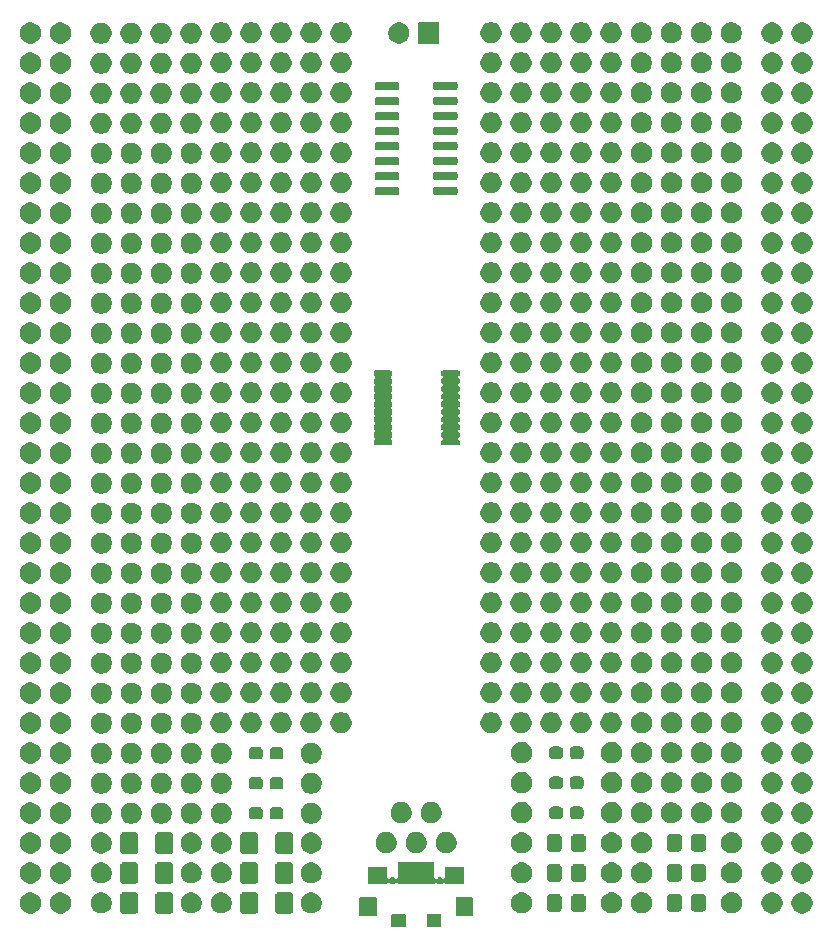
<source format=gts>
G04 #@! TF.GenerationSoftware,KiCad,Pcbnew,9.0.1*
G04 #@! TF.CreationDate,2025-05-06T23:41:28-04:00*
G04 #@! TF.ProjectId,AltbierProto,416c7462-6965-4725-9072-6f746f2e6b69,rev?*
G04 #@! TF.SameCoordinates,Original*
G04 #@! TF.FileFunction,Soldermask,Top*
G04 #@! TF.FilePolarity,Negative*
%FSLAX46Y46*%
G04 Gerber Fmt 4.6, Leading zero omitted, Abs format (unit mm)*
G04 Created by KiCad (PCBNEW 9.0.1) date 2025-05-06 23:41:28*
%MOMM*%
%LPD*%
G01*
G04 APERTURE LIST*
G04 APERTURE END LIST*
G36*
X140189517Y-129942882D02*
G01*
X140206062Y-129953938D01*
X140217118Y-129970483D01*
X140221000Y-129990000D01*
X140221000Y-130990000D01*
X140217118Y-131009517D01*
X140206062Y-131026062D01*
X140189517Y-131037118D01*
X140170000Y-131041000D01*
X139070000Y-131041000D01*
X139050483Y-131037118D01*
X139033938Y-131026062D01*
X139022882Y-131009517D01*
X139019000Y-130990000D01*
X139019000Y-129990000D01*
X139022882Y-129970483D01*
X139033938Y-129953938D01*
X139050483Y-129942882D01*
X139070000Y-129939000D01*
X140170000Y-129939000D01*
X140189517Y-129942882D01*
G37*
G36*
X143189517Y-129942882D02*
G01*
X143206062Y-129953938D01*
X143217118Y-129970483D01*
X143221000Y-129990000D01*
X143221000Y-130990000D01*
X143217118Y-131009517D01*
X143206062Y-131026062D01*
X143189517Y-131037118D01*
X143170000Y-131041000D01*
X142070000Y-131041000D01*
X142050483Y-131037118D01*
X142033938Y-131026062D01*
X142022882Y-131009517D01*
X142019000Y-130990000D01*
X142019000Y-129990000D01*
X142022882Y-129970483D01*
X142033938Y-129953938D01*
X142050483Y-129942882D01*
X142070000Y-129939000D01*
X143170000Y-129939000D01*
X143189517Y-129942882D01*
G37*
G36*
X137739517Y-128512882D02*
G01*
X137756062Y-128523938D01*
X137767118Y-128540483D01*
X137771000Y-128560000D01*
X137771000Y-130060000D01*
X137767118Y-130079517D01*
X137756062Y-130096062D01*
X137739517Y-130107118D01*
X137720000Y-130111000D01*
X136370000Y-130111000D01*
X136350483Y-130107118D01*
X136333938Y-130096062D01*
X136322882Y-130079517D01*
X136319000Y-130060000D01*
X136319000Y-128560000D01*
X136322882Y-128540483D01*
X136333938Y-128523938D01*
X136350483Y-128512882D01*
X136370000Y-128509000D01*
X137720000Y-128509000D01*
X137739517Y-128512882D01*
G37*
G36*
X145889517Y-128512882D02*
G01*
X145906062Y-128523938D01*
X145917118Y-128540483D01*
X145921000Y-128560000D01*
X145921000Y-130060000D01*
X145917118Y-130079517D01*
X145906062Y-130096062D01*
X145889517Y-130107118D01*
X145870000Y-130111000D01*
X144520000Y-130111000D01*
X144500483Y-130107118D01*
X144483938Y-130096062D01*
X144472882Y-130079517D01*
X144469000Y-130060000D01*
X144469000Y-128560000D01*
X144472882Y-128540483D01*
X144483938Y-128523938D01*
X144500483Y-128512882D01*
X144520000Y-128509000D01*
X145870000Y-128509000D01*
X145889517Y-128512882D01*
G37*
G36*
X117353913Y-128051995D02*
G01*
X117369725Y-128058976D01*
X117377531Y-128060213D01*
X117410044Y-128076779D01*
X117455106Y-128096676D01*
X117533324Y-128174894D01*
X117553223Y-128219962D01*
X117569786Y-128252468D01*
X117571022Y-128260272D01*
X117578005Y-128276087D01*
X117585999Y-128345002D01*
X117585999Y-128354831D01*
X117586000Y-128354838D01*
X117586000Y-129048254D01*
X117586000Y-129594999D01*
X117578005Y-129663913D01*
X117571021Y-129679728D01*
X117569786Y-129687531D01*
X117553226Y-129720030D01*
X117533324Y-129765106D01*
X117455106Y-129843324D01*
X117410030Y-129863226D01*
X117377531Y-129879786D01*
X117369728Y-129881021D01*
X117353913Y-129888005D01*
X117284998Y-129895999D01*
X117275168Y-129895999D01*
X117275162Y-129896000D01*
X116369838Y-129896000D01*
X116369837Y-129895999D01*
X116360001Y-129896000D01*
X116291087Y-129888005D01*
X116275272Y-129881022D01*
X116267468Y-129879786D01*
X116234962Y-129863223D01*
X116189894Y-129843324D01*
X116111676Y-129765106D01*
X116091779Y-129720044D01*
X116075213Y-129687531D01*
X116073976Y-129679725D01*
X116066995Y-129663913D01*
X116059001Y-129594998D01*
X116059000Y-129585167D01*
X116059000Y-129585161D01*
X116059000Y-128354838D01*
X116059000Y-128354837D01*
X116059000Y-128345001D01*
X116066995Y-128276087D01*
X116073976Y-128260275D01*
X116075213Y-128252468D01*
X116091782Y-128219947D01*
X116111676Y-128174894D01*
X116189894Y-128096676D01*
X116234947Y-128076782D01*
X116267468Y-128060213D01*
X116275275Y-128058976D01*
X116291087Y-128051995D01*
X116360002Y-128044001D01*
X116369831Y-128044000D01*
X116369838Y-128044000D01*
X117275162Y-128044000D01*
X117284999Y-128044000D01*
X117353913Y-128051995D01*
G37*
G36*
X120328913Y-128051995D02*
G01*
X120344725Y-128058976D01*
X120352531Y-128060213D01*
X120385044Y-128076779D01*
X120430106Y-128096676D01*
X120508324Y-128174894D01*
X120528223Y-128219962D01*
X120544786Y-128252468D01*
X120546022Y-128260272D01*
X120553005Y-128276087D01*
X120560999Y-128345002D01*
X120560999Y-128354831D01*
X120561000Y-128354838D01*
X120561000Y-129048254D01*
X120561000Y-129594999D01*
X120553005Y-129663913D01*
X120546021Y-129679728D01*
X120544786Y-129687531D01*
X120528226Y-129720030D01*
X120508324Y-129765106D01*
X120430106Y-129843324D01*
X120385030Y-129863226D01*
X120352531Y-129879786D01*
X120344728Y-129881021D01*
X120328913Y-129888005D01*
X120259998Y-129895999D01*
X120250168Y-129895999D01*
X120250162Y-129896000D01*
X119344838Y-129896000D01*
X119344837Y-129895999D01*
X119335001Y-129896000D01*
X119266087Y-129888005D01*
X119250272Y-129881022D01*
X119242468Y-129879786D01*
X119209962Y-129863223D01*
X119164894Y-129843324D01*
X119086676Y-129765106D01*
X119066779Y-129720044D01*
X119050213Y-129687531D01*
X119048976Y-129679725D01*
X119041995Y-129663913D01*
X119034001Y-129594998D01*
X119034000Y-129585167D01*
X119034000Y-129585161D01*
X119034000Y-128354838D01*
X119034000Y-128354837D01*
X119034000Y-128345001D01*
X119041995Y-128276087D01*
X119048976Y-128260275D01*
X119050213Y-128252468D01*
X119066782Y-128219947D01*
X119086676Y-128174894D01*
X119164894Y-128096676D01*
X119209947Y-128076782D01*
X119242468Y-128060213D01*
X119250275Y-128058976D01*
X119266087Y-128051995D01*
X119335002Y-128044001D01*
X119344831Y-128044000D01*
X119344838Y-128044000D01*
X120250162Y-128044000D01*
X120259999Y-128044000D01*
X120328913Y-128051995D01*
G37*
G36*
X127513913Y-128051995D02*
G01*
X127529725Y-128058976D01*
X127537531Y-128060213D01*
X127570044Y-128076779D01*
X127615106Y-128096676D01*
X127693324Y-128174894D01*
X127713223Y-128219962D01*
X127729786Y-128252468D01*
X127731022Y-128260272D01*
X127738005Y-128276087D01*
X127745999Y-128345002D01*
X127745999Y-128354831D01*
X127746000Y-128354838D01*
X127746000Y-129048254D01*
X127746000Y-129594999D01*
X127738005Y-129663913D01*
X127731021Y-129679728D01*
X127729786Y-129687531D01*
X127713226Y-129720030D01*
X127693324Y-129765106D01*
X127615106Y-129843324D01*
X127570030Y-129863226D01*
X127537531Y-129879786D01*
X127529728Y-129881021D01*
X127513913Y-129888005D01*
X127444998Y-129895999D01*
X127435168Y-129895999D01*
X127435162Y-129896000D01*
X126529838Y-129896000D01*
X126529837Y-129895999D01*
X126520001Y-129896000D01*
X126451087Y-129888005D01*
X126435272Y-129881022D01*
X126427468Y-129879786D01*
X126394962Y-129863223D01*
X126349894Y-129843324D01*
X126271676Y-129765106D01*
X126251779Y-129720044D01*
X126235213Y-129687531D01*
X126233976Y-129679725D01*
X126226995Y-129663913D01*
X126219001Y-129594998D01*
X126219000Y-129585167D01*
X126219000Y-129585161D01*
X126219000Y-128354838D01*
X126219000Y-128354837D01*
X126219000Y-128345001D01*
X126226995Y-128276087D01*
X126233976Y-128260275D01*
X126235213Y-128252468D01*
X126251782Y-128219947D01*
X126271676Y-128174894D01*
X126349894Y-128096676D01*
X126394947Y-128076782D01*
X126427468Y-128060213D01*
X126435275Y-128058976D01*
X126451087Y-128051995D01*
X126520002Y-128044001D01*
X126529831Y-128044000D01*
X126529838Y-128044000D01*
X127435162Y-128044000D01*
X127444999Y-128044000D01*
X127513913Y-128051995D01*
G37*
G36*
X130488913Y-128051995D02*
G01*
X130504725Y-128058976D01*
X130512531Y-128060213D01*
X130545044Y-128076779D01*
X130590106Y-128096676D01*
X130668324Y-128174894D01*
X130688223Y-128219962D01*
X130704786Y-128252468D01*
X130706022Y-128260272D01*
X130713005Y-128276087D01*
X130720999Y-128345002D01*
X130720999Y-128354831D01*
X130721000Y-128354838D01*
X130721000Y-129048254D01*
X130721000Y-129594999D01*
X130713005Y-129663913D01*
X130706021Y-129679728D01*
X130704786Y-129687531D01*
X130688226Y-129720030D01*
X130668324Y-129765106D01*
X130590106Y-129843324D01*
X130545030Y-129863226D01*
X130512531Y-129879786D01*
X130504728Y-129881021D01*
X130488913Y-129888005D01*
X130419998Y-129895999D01*
X130410168Y-129895999D01*
X130410162Y-129896000D01*
X129504838Y-129896000D01*
X129504837Y-129895999D01*
X129495001Y-129896000D01*
X129426087Y-129888005D01*
X129410272Y-129881022D01*
X129402468Y-129879786D01*
X129369962Y-129863223D01*
X129324894Y-129843324D01*
X129246676Y-129765106D01*
X129226779Y-129720044D01*
X129210213Y-129687531D01*
X129208976Y-129679725D01*
X129201995Y-129663913D01*
X129194001Y-129594998D01*
X129194000Y-129585167D01*
X129194000Y-129585161D01*
X129194000Y-128354838D01*
X129194000Y-128354837D01*
X129194000Y-128345001D01*
X129201995Y-128276087D01*
X129208976Y-128260275D01*
X129210213Y-128252468D01*
X129226782Y-128219947D01*
X129246676Y-128174894D01*
X129324894Y-128096676D01*
X129369947Y-128076782D01*
X129402468Y-128060213D01*
X129410275Y-128058976D01*
X129426087Y-128051995D01*
X129495002Y-128044001D01*
X129504831Y-128044000D01*
X129504838Y-128044000D01*
X130410162Y-128044000D01*
X130419999Y-128044000D01*
X130488913Y-128051995D01*
G37*
G36*
X108721546Y-128117797D02*
G01*
X108884728Y-128185389D01*
X109031588Y-128283518D01*
X109156482Y-128408412D01*
X109254611Y-128555272D01*
X109322203Y-128718454D01*
X109356661Y-128891687D01*
X109356661Y-129068313D01*
X109322203Y-129241546D01*
X109254611Y-129404728D01*
X109156482Y-129551588D01*
X109031588Y-129676482D01*
X108884728Y-129774611D01*
X108721546Y-129842203D01*
X108548313Y-129876661D01*
X108371687Y-129876661D01*
X108198454Y-129842203D01*
X108035272Y-129774611D01*
X107888412Y-129676482D01*
X107763518Y-129551588D01*
X107665389Y-129404728D01*
X107597797Y-129241546D01*
X107563339Y-129068313D01*
X107563339Y-128891687D01*
X107597797Y-128718454D01*
X107665389Y-128555272D01*
X107763518Y-128408412D01*
X107888412Y-128283518D01*
X108035272Y-128185389D01*
X108198454Y-128117797D01*
X108371687Y-128083339D01*
X108548313Y-128083339D01*
X108721546Y-128117797D01*
G37*
G36*
X111261546Y-128117797D02*
G01*
X111424728Y-128185389D01*
X111571588Y-128283518D01*
X111696482Y-128408412D01*
X111794611Y-128555272D01*
X111862203Y-128718454D01*
X111896661Y-128891687D01*
X111896661Y-129068313D01*
X111862203Y-129241546D01*
X111794611Y-129404728D01*
X111696482Y-129551588D01*
X111571588Y-129676482D01*
X111424728Y-129774611D01*
X111261546Y-129842203D01*
X111088313Y-129876661D01*
X110911687Y-129876661D01*
X110738454Y-129842203D01*
X110575272Y-129774611D01*
X110428412Y-129676482D01*
X110303518Y-129551588D01*
X110205389Y-129404728D01*
X110137797Y-129241546D01*
X110103339Y-129068313D01*
X110103339Y-128891687D01*
X110137797Y-128718454D01*
X110205389Y-128555272D01*
X110303518Y-128408412D01*
X110428412Y-128283518D01*
X110575272Y-128185389D01*
X110738454Y-128117797D01*
X110911687Y-128083339D01*
X111088313Y-128083339D01*
X111261546Y-128117797D01*
G37*
G36*
X171501546Y-128117797D02*
G01*
X171664728Y-128185389D01*
X171811588Y-128283518D01*
X171936482Y-128408412D01*
X172034611Y-128555272D01*
X172102203Y-128718454D01*
X172136661Y-128891687D01*
X172136661Y-129068313D01*
X172102203Y-129241546D01*
X172034611Y-129404728D01*
X171936482Y-129551588D01*
X171811588Y-129676482D01*
X171664728Y-129774611D01*
X171501546Y-129842203D01*
X171328313Y-129876661D01*
X171151687Y-129876661D01*
X170978454Y-129842203D01*
X170815272Y-129774611D01*
X170668412Y-129676482D01*
X170543518Y-129551588D01*
X170445389Y-129404728D01*
X170377797Y-129241546D01*
X170343339Y-129068313D01*
X170343339Y-128891687D01*
X170377797Y-128718454D01*
X170445389Y-128555272D01*
X170543518Y-128408412D01*
X170668412Y-128283518D01*
X170815272Y-128185389D01*
X170978454Y-128117797D01*
X171151687Y-128083339D01*
X171328313Y-128083339D01*
X171501546Y-128117797D01*
G37*
G36*
X174041546Y-128117797D02*
G01*
X174204728Y-128185389D01*
X174351588Y-128283518D01*
X174476482Y-128408412D01*
X174574611Y-128555272D01*
X174642203Y-128718454D01*
X174676661Y-128891687D01*
X174676661Y-129068313D01*
X174642203Y-129241546D01*
X174574611Y-129404728D01*
X174476482Y-129551588D01*
X174351588Y-129676482D01*
X174204728Y-129774611D01*
X174041546Y-129842203D01*
X173868313Y-129876661D01*
X173691687Y-129876661D01*
X173518454Y-129842203D01*
X173355272Y-129774611D01*
X173208412Y-129676482D01*
X173083518Y-129551588D01*
X172985389Y-129404728D01*
X172917797Y-129241546D01*
X172883339Y-129068313D01*
X172883339Y-128891687D01*
X172917797Y-128718454D01*
X172985389Y-128555272D01*
X173083518Y-128408412D01*
X173208412Y-128283518D01*
X173355272Y-128185389D01*
X173518454Y-128117797D01*
X173691687Y-128083339D01*
X173868313Y-128083339D01*
X174041546Y-128117797D01*
G37*
G36*
X114711546Y-128107797D02*
G01*
X114874728Y-128175389D01*
X115021588Y-128273518D01*
X115146482Y-128398412D01*
X115244611Y-128545272D01*
X115312203Y-128708454D01*
X115346661Y-128881687D01*
X115346661Y-129058313D01*
X115312203Y-129231546D01*
X115244611Y-129394728D01*
X115146482Y-129541588D01*
X115021588Y-129666482D01*
X114874728Y-129764611D01*
X114711546Y-129832203D01*
X114538313Y-129866661D01*
X114361687Y-129866661D01*
X114188454Y-129832203D01*
X114025272Y-129764611D01*
X113878412Y-129666482D01*
X113753518Y-129541588D01*
X113655389Y-129394728D01*
X113587797Y-129231546D01*
X113553339Y-129058313D01*
X113553339Y-128881687D01*
X113587797Y-128708454D01*
X113655389Y-128545272D01*
X113753518Y-128398412D01*
X113878412Y-128273518D01*
X114025272Y-128175389D01*
X114188454Y-128107797D01*
X114361687Y-128073339D01*
X114538313Y-128073339D01*
X114711546Y-128107797D01*
G37*
G36*
X122331546Y-128107797D02*
G01*
X122494728Y-128175389D01*
X122641588Y-128273518D01*
X122766482Y-128398412D01*
X122864611Y-128545272D01*
X122932203Y-128708454D01*
X122966661Y-128881687D01*
X122966661Y-129058313D01*
X122932203Y-129231546D01*
X122864611Y-129394728D01*
X122766482Y-129541588D01*
X122641588Y-129666482D01*
X122494728Y-129764611D01*
X122331546Y-129832203D01*
X122158313Y-129866661D01*
X121981687Y-129866661D01*
X121808454Y-129832203D01*
X121645272Y-129764611D01*
X121498412Y-129666482D01*
X121373518Y-129541588D01*
X121275389Y-129394728D01*
X121207797Y-129231546D01*
X121173339Y-129058313D01*
X121173339Y-128881687D01*
X121207797Y-128708454D01*
X121275389Y-128545272D01*
X121373518Y-128398412D01*
X121498412Y-128273518D01*
X121645272Y-128175389D01*
X121808454Y-128107797D01*
X121981687Y-128073339D01*
X122158313Y-128073339D01*
X122331546Y-128107797D01*
G37*
G36*
X124871546Y-128107797D02*
G01*
X125034728Y-128175389D01*
X125181588Y-128273518D01*
X125306482Y-128398412D01*
X125404611Y-128545272D01*
X125472203Y-128708454D01*
X125506661Y-128881687D01*
X125506661Y-129058313D01*
X125472203Y-129231546D01*
X125404611Y-129394728D01*
X125306482Y-129541588D01*
X125181588Y-129666482D01*
X125034728Y-129764611D01*
X124871546Y-129832203D01*
X124698313Y-129866661D01*
X124521687Y-129866661D01*
X124348454Y-129832203D01*
X124185272Y-129764611D01*
X124038412Y-129666482D01*
X123913518Y-129541588D01*
X123815389Y-129394728D01*
X123747797Y-129231546D01*
X123713339Y-129058313D01*
X123713339Y-128881687D01*
X123747797Y-128708454D01*
X123815389Y-128545272D01*
X123913518Y-128398412D01*
X124038412Y-128273518D01*
X124185272Y-128175389D01*
X124348454Y-128107797D01*
X124521687Y-128073339D01*
X124698313Y-128073339D01*
X124871546Y-128107797D01*
G37*
G36*
X132491546Y-128107797D02*
G01*
X132654728Y-128175389D01*
X132801588Y-128273518D01*
X132926482Y-128398412D01*
X133024611Y-128545272D01*
X133092203Y-128708454D01*
X133126661Y-128881687D01*
X133126661Y-129058313D01*
X133092203Y-129231546D01*
X133024611Y-129394728D01*
X132926482Y-129541588D01*
X132801588Y-129666482D01*
X132654728Y-129764611D01*
X132491546Y-129832203D01*
X132318313Y-129866661D01*
X132141687Y-129866661D01*
X131968454Y-129832203D01*
X131805272Y-129764611D01*
X131658412Y-129666482D01*
X131533518Y-129541588D01*
X131435389Y-129394728D01*
X131367797Y-129231546D01*
X131333339Y-129058313D01*
X131333339Y-128881687D01*
X131367797Y-128708454D01*
X131435389Y-128545272D01*
X131533518Y-128398412D01*
X131658412Y-128273518D01*
X131805272Y-128175389D01*
X131968454Y-128107797D01*
X132141687Y-128073339D01*
X132318313Y-128073339D01*
X132491546Y-128107797D01*
G37*
G36*
X150301546Y-128107797D02*
G01*
X150464728Y-128175389D01*
X150611588Y-128273518D01*
X150736482Y-128398412D01*
X150834611Y-128545272D01*
X150902203Y-128708454D01*
X150936661Y-128881687D01*
X150936661Y-129058313D01*
X150902203Y-129231546D01*
X150834611Y-129394728D01*
X150736482Y-129541588D01*
X150611588Y-129666482D01*
X150464728Y-129764611D01*
X150301546Y-129832203D01*
X150128313Y-129866661D01*
X149951687Y-129866661D01*
X149778454Y-129832203D01*
X149615272Y-129764611D01*
X149468412Y-129666482D01*
X149343518Y-129541588D01*
X149245389Y-129394728D01*
X149177797Y-129231546D01*
X149143339Y-129058313D01*
X149143339Y-128881687D01*
X149177797Y-128708454D01*
X149245389Y-128545272D01*
X149343518Y-128398412D01*
X149468412Y-128273518D01*
X149615272Y-128175389D01*
X149778454Y-128107797D01*
X149951687Y-128073339D01*
X150128313Y-128073339D01*
X150301546Y-128107797D01*
G37*
G36*
X157921546Y-128107797D02*
G01*
X158084728Y-128175389D01*
X158231588Y-128273518D01*
X158356482Y-128398412D01*
X158454611Y-128545272D01*
X158522203Y-128708454D01*
X158556661Y-128881687D01*
X158556661Y-129058313D01*
X158522203Y-129231546D01*
X158454611Y-129394728D01*
X158356482Y-129541588D01*
X158231588Y-129666482D01*
X158084728Y-129764611D01*
X157921546Y-129832203D01*
X157748313Y-129866661D01*
X157571687Y-129866661D01*
X157398454Y-129832203D01*
X157235272Y-129764611D01*
X157088412Y-129666482D01*
X156963518Y-129541588D01*
X156865389Y-129394728D01*
X156797797Y-129231546D01*
X156763339Y-129058313D01*
X156763339Y-128881687D01*
X156797797Y-128708454D01*
X156865389Y-128545272D01*
X156963518Y-128398412D01*
X157088412Y-128273518D01*
X157235272Y-128175389D01*
X157398454Y-128107797D01*
X157571687Y-128073339D01*
X157748313Y-128073339D01*
X157921546Y-128107797D01*
G37*
G36*
X160461546Y-128097797D02*
G01*
X160624728Y-128165389D01*
X160771588Y-128263518D01*
X160896482Y-128388412D01*
X160994611Y-128535272D01*
X161062203Y-128698454D01*
X161096661Y-128871687D01*
X161096661Y-129048313D01*
X161062203Y-129221546D01*
X160994611Y-129384728D01*
X160896482Y-129531588D01*
X160771588Y-129656482D01*
X160624728Y-129754611D01*
X160461546Y-129822203D01*
X160288313Y-129856661D01*
X160111687Y-129856661D01*
X159938454Y-129822203D01*
X159775272Y-129754611D01*
X159628412Y-129656482D01*
X159503518Y-129531588D01*
X159405389Y-129384728D01*
X159337797Y-129221546D01*
X159303339Y-129048313D01*
X159303339Y-128871687D01*
X159337797Y-128698454D01*
X159405389Y-128535272D01*
X159503518Y-128388412D01*
X159628412Y-128263518D01*
X159775272Y-128165389D01*
X159938454Y-128097797D01*
X160111687Y-128063339D01*
X160288313Y-128063339D01*
X160461546Y-128097797D01*
G37*
G36*
X168081546Y-128097797D02*
G01*
X168244728Y-128165389D01*
X168391588Y-128263518D01*
X168516482Y-128388412D01*
X168614611Y-128535272D01*
X168682203Y-128698454D01*
X168716661Y-128871687D01*
X168716661Y-129048313D01*
X168682203Y-129221546D01*
X168614611Y-129384728D01*
X168516482Y-129531588D01*
X168391588Y-129656482D01*
X168244728Y-129754611D01*
X168081546Y-129822203D01*
X167908313Y-129856661D01*
X167731687Y-129856661D01*
X167558454Y-129822203D01*
X167395272Y-129754611D01*
X167248412Y-129656482D01*
X167123518Y-129531588D01*
X167025389Y-129384728D01*
X166957797Y-129221546D01*
X166923339Y-129048313D01*
X166923339Y-128871687D01*
X166957797Y-128698454D01*
X167025389Y-128535272D01*
X167123518Y-128388412D01*
X167248412Y-128263518D01*
X167395272Y-128165389D01*
X167558454Y-128097797D01*
X167731687Y-128063339D01*
X167908313Y-128063339D01*
X168081546Y-128097797D01*
G37*
G36*
X153208914Y-128226995D02*
G01*
X153224726Y-128233976D01*
X153232531Y-128235213D01*
X153265039Y-128251776D01*
X153310106Y-128271676D01*
X153388324Y-128349894D01*
X153408226Y-128394967D01*
X153424786Y-128427468D01*
X153426021Y-128435270D01*
X153433005Y-128451086D01*
X153441000Y-128520000D01*
X153441000Y-129420000D01*
X153433005Y-129488914D01*
X153426021Y-129504729D01*
X153424786Y-129512531D01*
X153408229Y-129545024D01*
X153388324Y-129590106D01*
X153310106Y-129668324D01*
X153265024Y-129688229D01*
X153232531Y-129704786D01*
X153224729Y-129706021D01*
X153208914Y-129713005D01*
X153140000Y-129721000D01*
X152490000Y-129721000D01*
X152421086Y-129713005D01*
X152405270Y-129706021D01*
X152397468Y-129704786D01*
X152364967Y-129688226D01*
X152319894Y-129668324D01*
X152241676Y-129590106D01*
X152221776Y-129545039D01*
X152205213Y-129512531D01*
X152203976Y-129504726D01*
X152196995Y-129488914D01*
X152189000Y-129420000D01*
X152189000Y-128520000D01*
X152196995Y-128451086D01*
X152203976Y-128435274D01*
X152205213Y-128427468D01*
X152221780Y-128394953D01*
X152241676Y-128349894D01*
X152319894Y-128271676D01*
X152364953Y-128251780D01*
X152397468Y-128235213D01*
X152405274Y-128233976D01*
X152421086Y-128226995D01*
X152490000Y-128219000D01*
X153140000Y-128219000D01*
X153208914Y-128226995D01*
G37*
G36*
X155258914Y-128226995D02*
G01*
X155274726Y-128233976D01*
X155282531Y-128235213D01*
X155315039Y-128251776D01*
X155360106Y-128271676D01*
X155438324Y-128349894D01*
X155458226Y-128394967D01*
X155474786Y-128427468D01*
X155476021Y-128435270D01*
X155483005Y-128451086D01*
X155491000Y-128520000D01*
X155491000Y-129420000D01*
X155483005Y-129488914D01*
X155476021Y-129504729D01*
X155474786Y-129512531D01*
X155458229Y-129545024D01*
X155438324Y-129590106D01*
X155360106Y-129668324D01*
X155315024Y-129688229D01*
X155282531Y-129704786D01*
X155274729Y-129706021D01*
X155258914Y-129713005D01*
X155190000Y-129721000D01*
X154540000Y-129721000D01*
X154471086Y-129713005D01*
X154455270Y-129706021D01*
X154447468Y-129704786D01*
X154414967Y-129688226D01*
X154369894Y-129668324D01*
X154291676Y-129590106D01*
X154271776Y-129545039D01*
X154255213Y-129512531D01*
X154253976Y-129504726D01*
X154246995Y-129488914D01*
X154239000Y-129420000D01*
X154239000Y-128520000D01*
X154246995Y-128451086D01*
X154253976Y-128435274D01*
X154255213Y-128427468D01*
X154271780Y-128394953D01*
X154291676Y-128349894D01*
X154369894Y-128271676D01*
X154414953Y-128251780D01*
X154447468Y-128235213D01*
X154455274Y-128233976D01*
X154471086Y-128226995D01*
X154540000Y-128219000D01*
X155190000Y-128219000D01*
X155258914Y-128226995D01*
G37*
G36*
X163368914Y-128216995D02*
G01*
X163384726Y-128223976D01*
X163392531Y-128225213D01*
X163425039Y-128241776D01*
X163470106Y-128261676D01*
X163548324Y-128339894D01*
X163568226Y-128384967D01*
X163584786Y-128417468D01*
X163586021Y-128425270D01*
X163593005Y-128441086D01*
X163601000Y-128510000D01*
X163601000Y-129410000D01*
X163593005Y-129478914D01*
X163586021Y-129494729D01*
X163584786Y-129502531D01*
X163568229Y-129535024D01*
X163548324Y-129580106D01*
X163470106Y-129658324D01*
X163425024Y-129678229D01*
X163392531Y-129694786D01*
X163384729Y-129696021D01*
X163368914Y-129703005D01*
X163300000Y-129711000D01*
X162650000Y-129711000D01*
X162581086Y-129703005D01*
X162565270Y-129696021D01*
X162557468Y-129694786D01*
X162524967Y-129678226D01*
X162479894Y-129658324D01*
X162401676Y-129580106D01*
X162381776Y-129535039D01*
X162365213Y-129502531D01*
X162363976Y-129494726D01*
X162356995Y-129478914D01*
X162349000Y-129410000D01*
X162349000Y-128510000D01*
X162356995Y-128441086D01*
X162363976Y-128425274D01*
X162365213Y-128417468D01*
X162381780Y-128384953D01*
X162401676Y-128339894D01*
X162479894Y-128261676D01*
X162524953Y-128241780D01*
X162557468Y-128225213D01*
X162565274Y-128223976D01*
X162581086Y-128216995D01*
X162650000Y-128209000D01*
X163300000Y-128209000D01*
X163368914Y-128216995D01*
G37*
G36*
X165418914Y-128216995D02*
G01*
X165434726Y-128223976D01*
X165442531Y-128225213D01*
X165475039Y-128241776D01*
X165520106Y-128261676D01*
X165598324Y-128339894D01*
X165618226Y-128384967D01*
X165634786Y-128417468D01*
X165636021Y-128425270D01*
X165643005Y-128441086D01*
X165651000Y-128510000D01*
X165651000Y-129410000D01*
X165643005Y-129478914D01*
X165636021Y-129494729D01*
X165634786Y-129502531D01*
X165618229Y-129535024D01*
X165598324Y-129580106D01*
X165520106Y-129658324D01*
X165475024Y-129678229D01*
X165442531Y-129694786D01*
X165434729Y-129696021D01*
X165418914Y-129703005D01*
X165350000Y-129711000D01*
X164700000Y-129711000D01*
X164631086Y-129703005D01*
X164615270Y-129696021D01*
X164607468Y-129694786D01*
X164574967Y-129678226D01*
X164529894Y-129658324D01*
X164451676Y-129580106D01*
X164431776Y-129535039D01*
X164415213Y-129502531D01*
X164413976Y-129494726D01*
X164406995Y-129478914D01*
X164399000Y-129410000D01*
X164399000Y-128510000D01*
X164406995Y-128441086D01*
X164413976Y-128425274D01*
X164415213Y-128417468D01*
X164431780Y-128384953D01*
X164451676Y-128339894D01*
X164529894Y-128261676D01*
X164574953Y-128241780D01*
X164607468Y-128225213D01*
X164615274Y-128223976D01*
X164631086Y-128216995D01*
X164700000Y-128209000D01*
X165350000Y-128209000D01*
X165418914Y-128216995D01*
G37*
G36*
X140039517Y-125492882D02*
G01*
X140056062Y-125503938D01*
X140067118Y-125520483D01*
X140068340Y-125526629D01*
X140078193Y-125541372D01*
X140211807Y-125541372D01*
X140221659Y-125526628D01*
X140222882Y-125520483D01*
X140233938Y-125503938D01*
X140250483Y-125492882D01*
X140270000Y-125489000D01*
X140670000Y-125489000D01*
X140689517Y-125492882D01*
X140706062Y-125503938D01*
X140717118Y-125520483D01*
X140718340Y-125526629D01*
X140728193Y-125541372D01*
X140861807Y-125541372D01*
X140871659Y-125526628D01*
X140872882Y-125520483D01*
X140883938Y-125503938D01*
X140900483Y-125492882D01*
X140920000Y-125489000D01*
X141320000Y-125489000D01*
X141339517Y-125492882D01*
X141356062Y-125503938D01*
X141367118Y-125520483D01*
X141368340Y-125526629D01*
X141378193Y-125541372D01*
X141511807Y-125541372D01*
X141521659Y-125526628D01*
X141522882Y-125520483D01*
X141533938Y-125503938D01*
X141550483Y-125492882D01*
X141570000Y-125489000D01*
X141970000Y-125489000D01*
X141989517Y-125492882D01*
X142006062Y-125503938D01*
X142017118Y-125520483D01*
X142018340Y-125526629D01*
X142028193Y-125541372D01*
X142161807Y-125541372D01*
X142171659Y-125526628D01*
X142172882Y-125520483D01*
X142183938Y-125503938D01*
X142200483Y-125492882D01*
X142220000Y-125489000D01*
X142620000Y-125489000D01*
X142639517Y-125492882D01*
X142656062Y-125503938D01*
X142667118Y-125520483D01*
X142671000Y-125540000D01*
X142671000Y-126900222D01*
X142825326Y-126964147D01*
X142879138Y-126910334D01*
X142881201Y-126906763D01*
X142936763Y-126851201D01*
X143004812Y-126811912D01*
X143080712Y-126791575D01*
X143159288Y-126791575D01*
X143235188Y-126811912D01*
X143303237Y-126851201D01*
X143358799Y-126906763D01*
X143360863Y-126910339D01*
X143414672Y-126964147D01*
X143569000Y-126900223D01*
X143569000Y-125952310D01*
X143569000Y-125940000D01*
X143572882Y-125920483D01*
X143583938Y-125903938D01*
X143600483Y-125892882D01*
X143620000Y-125889000D01*
X145120000Y-125889000D01*
X145139517Y-125892882D01*
X145156062Y-125903938D01*
X145167118Y-125920483D01*
X145171000Y-125940000D01*
X145171000Y-127340000D01*
X145167118Y-127359517D01*
X145156062Y-127376062D01*
X145139517Y-127387118D01*
X145120000Y-127391000D01*
X143620000Y-127391000D01*
X143600483Y-127387118D01*
X143583938Y-127376062D01*
X143572882Y-127359517D01*
X143569000Y-127340000D01*
X143569000Y-127327684D01*
X143555849Y-127261565D01*
X143412457Y-127218066D01*
X143360865Y-127269658D01*
X143358799Y-127273237D01*
X143303237Y-127328799D01*
X143235188Y-127368088D01*
X143159288Y-127388425D01*
X143080712Y-127388425D01*
X143004812Y-127368088D01*
X142936763Y-127328799D01*
X142881201Y-127273237D01*
X142879135Y-127269659D01*
X142827543Y-127218067D01*
X142684151Y-127261566D01*
X142671000Y-127327681D01*
X142671000Y-127340000D01*
X142667118Y-127359517D01*
X142656062Y-127376062D01*
X142639517Y-127387118D01*
X142620000Y-127391000D01*
X142220000Y-127391000D01*
X142200483Y-127387118D01*
X142183938Y-127376062D01*
X142172882Y-127359517D01*
X142171645Y-127353298D01*
X142161852Y-127338627D01*
X142028148Y-127338627D01*
X142018355Y-127353297D01*
X142017118Y-127359517D01*
X142006062Y-127376062D01*
X141989517Y-127387118D01*
X141970000Y-127391000D01*
X141570000Y-127391000D01*
X141550483Y-127387118D01*
X141533938Y-127376062D01*
X141522882Y-127359517D01*
X141521645Y-127353298D01*
X141511852Y-127338627D01*
X141378148Y-127338627D01*
X141368355Y-127353297D01*
X141367118Y-127359517D01*
X141356062Y-127376062D01*
X141339517Y-127387118D01*
X141320000Y-127391000D01*
X140920000Y-127391000D01*
X140900483Y-127387118D01*
X140883938Y-127376062D01*
X140872882Y-127359517D01*
X140871645Y-127353298D01*
X140861852Y-127338627D01*
X140728148Y-127338627D01*
X140718355Y-127353297D01*
X140717118Y-127359517D01*
X140706062Y-127376062D01*
X140689517Y-127387118D01*
X140670000Y-127391000D01*
X140270000Y-127391000D01*
X140250483Y-127387118D01*
X140233938Y-127376062D01*
X140222882Y-127359517D01*
X140221645Y-127353298D01*
X140211852Y-127338627D01*
X140078148Y-127338627D01*
X140068355Y-127353297D01*
X140067118Y-127359517D01*
X140056062Y-127376062D01*
X140039517Y-127387118D01*
X140020000Y-127391000D01*
X139620000Y-127391000D01*
X139600483Y-127387118D01*
X139583938Y-127376062D01*
X139572882Y-127359517D01*
X139569000Y-127340000D01*
X139569000Y-127327684D01*
X139555849Y-127261565D01*
X139412457Y-127218066D01*
X139360865Y-127269658D01*
X139358799Y-127273237D01*
X139303237Y-127328799D01*
X139235188Y-127368088D01*
X139159288Y-127388425D01*
X139080712Y-127388425D01*
X139004812Y-127368088D01*
X138936763Y-127328799D01*
X138881201Y-127273237D01*
X138879135Y-127269659D01*
X138827543Y-127218067D01*
X138684151Y-127261566D01*
X138671000Y-127327681D01*
X138671000Y-127340000D01*
X138667118Y-127359517D01*
X138656062Y-127376062D01*
X138639517Y-127387118D01*
X138620000Y-127391000D01*
X137120000Y-127391000D01*
X137100483Y-127387118D01*
X137083938Y-127376062D01*
X137072882Y-127359517D01*
X137069000Y-127340000D01*
X137069000Y-125940000D01*
X137072882Y-125920483D01*
X137083938Y-125903938D01*
X137100483Y-125892882D01*
X137120000Y-125889000D01*
X138620000Y-125889000D01*
X138639517Y-125892882D01*
X138656062Y-125903938D01*
X138667118Y-125920483D01*
X138671000Y-125940000D01*
X138671000Y-126900222D01*
X138825326Y-126964147D01*
X138879138Y-126910334D01*
X138881201Y-126906763D01*
X138936763Y-126851201D01*
X139004812Y-126811912D01*
X139080712Y-126791575D01*
X139159288Y-126791575D01*
X139235188Y-126811912D01*
X139303237Y-126851201D01*
X139358799Y-126906763D01*
X139360863Y-126910339D01*
X139414672Y-126964147D01*
X139569000Y-126900223D01*
X139569000Y-125552310D01*
X139569000Y-125540000D01*
X139572882Y-125520483D01*
X139583938Y-125503938D01*
X139600483Y-125492882D01*
X139620000Y-125489000D01*
X140020000Y-125489000D01*
X140039517Y-125492882D01*
G37*
G36*
X117353913Y-125511995D02*
G01*
X117369725Y-125518976D01*
X117377531Y-125520213D01*
X117410044Y-125536779D01*
X117455106Y-125556676D01*
X117533324Y-125634894D01*
X117553223Y-125679962D01*
X117569786Y-125712468D01*
X117571022Y-125720272D01*
X117578005Y-125736087D01*
X117585999Y-125805002D01*
X117585999Y-125814831D01*
X117586000Y-125814838D01*
X117586000Y-126508254D01*
X117586000Y-127054999D01*
X117578005Y-127123913D01*
X117571021Y-127139728D01*
X117569786Y-127147531D01*
X117553226Y-127180030D01*
X117533324Y-127225106D01*
X117455106Y-127303324D01*
X117410030Y-127323226D01*
X117377531Y-127339786D01*
X117369728Y-127341021D01*
X117353913Y-127348005D01*
X117284998Y-127355999D01*
X117275168Y-127355999D01*
X117275162Y-127356000D01*
X116369838Y-127356000D01*
X116369837Y-127355999D01*
X116360001Y-127356000D01*
X116291087Y-127348005D01*
X116275272Y-127341022D01*
X116267468Y-127339786D01*
X116234962Y-127323223D01*
X116189894Y-127303324D01*
X116111676Y-127225106D01*
X116091779Y-127180044D01*
X116075213Y-127147531D01*
X116073976Y-127139725D01*
X116066995Y-127123913D01*
X116059001Y-127054998D01*
X116059000Y-127045167D01*
X116059000Y-127045161D01*
X116059000Y-125814838D01*
X116059000Y-125814837D01*
X116059000Y-125805001D01*
X116066995Y-125736087D01*
X116073976Y-125720275D01*
X116075213Y-125712468D01*
X116091782Y-125679947D01*
X116111676Y-125634894D01*
X116189894Y-125556676D01*
X116234947Y-125536782D01*
X116267468Y-125520213D01*
X116275275Y-125518976D01*
X116291087Y-125511995D01*
X116360002Y-125504001D01*
X116369831Y-125504000D01*
X116369838Y-125504000D01*
X117275162Y-125504000D01*
X117284999Y-125504000D01*
X117353913Y-125511995D01*
G37*
G36*
X120328913Y-125511995D02*
G01*
X120344725Y-125518976D01*
X120352531Y-125520213D01*
X120385044Y-125536779D01*
X120430106Y-125556676D01*
X120508324Y-125634894D01*
X120528223Y-125679962D01*
X120544786Y-125712468D01*
X120546022Y-125720272D01*
X120553005Y-125736087D01*
X120560999Y-125805002D01*
X120560999Y-125814831D01*
X120561000Y-125814838D01*
X120561000Y-126508254D01*
X120561000Y-127054999D01*
X120553005Y-127123913D01*
X120546021Y-127139728D01*
X120544786Y-127147531D01*
X120528226Y-127180030D01*
X120508324Y-127225106D01*
X120430106Y-127303324D01*
X120385030Y-127323226D01*
X120352531Y-127339786D01*
X120344728Y-127341021D01*
X120328913Y-127348005D01*
X120259998Y-127355999D01*
X120250168Y-127355999D01*
X120250162Y-127356000D01*
X119344838Y-127356000D01*
X119344837Y-127355999D01*
X119335001Y-127356000D01*
X119266087Y-127348005D01*
X119250272Y-127341022D01*
X119242468Y-127339786D01*
X119209962Y-127323223D01*
X119164894Y-127303324D01*
X119086676Y-127225106D01*
X119066779Y-127180044D01*
X119050213Y-127147531D01*
X119048976Y-127139725D01*
X119041995Y-127123913D01*
X119034001Y-127054998D01*
X119034000Y-127045167D01*
X119034000Y-127045161D01*
X119034000Y-125814838D01*
X119034000Y-125814837D01*
X119034000Y-125805001D01*
X119041995Y-125736087D01*
X119048976Y-125720275D01*
X119050213Y-125712468D01*
X119066782Y-125679947D01*
X119086676Y-125634894D01*
X119164894Y-125556676D01*
X119209947Y-125536782D01*
X119242468Y-125520213D01*
X119250275Y-125518976D01*
X119266087Y-125511995D01*
X119335002Y-125504001D01*
X119344831Y-125504000D01*
X119344838Y-125504000D01*
X120250162Y-125504000D01*
X120259999Y-125504000D01*
X120328913Y-125511995D01*
G37*
G36*
X127513913Y-125511995D02*
G01*
X127529725Y-125518976D01*
X127537531Y-125520213D01*
X127570044Y-125536779D01*
X127615106Y-125556676D01*
X127693324Y-125634894D01*
X127713223Y-125679962D01*
X127729786Y-125712468D01*
X127731022Y-125720272D01*
X127738005Y-125736087D01*
X127745999Y-125805002D01*
X127745999Y-125814831D01*
X127746000Y-125814838D01*
X127746000Y-126508254D01*
X127746000Y-127054999D01*
X127738005Y-127123913D01*
X127731021Y-127139728D01*
X127729786Y-127147531D01*
X127713226Y-127180030D01*
X127693324Y-127225106D01*
X127615106Y-127303324D01*
X127570030Y-127323226D01*
X127537531Y-127339786D01*
X127529728Y-127341021D01*
X127513913Y-127348005D01*
X127444998Y-127355999D01*
X127435168Y-127355999D01*
X127435162Y-127356000D01*
X126529838Y-127356000D01*
X126529837Y-127355999D01*
X126520001Y-127356000D01*
X126451087Y-127348005D01*
X126435272Y-127341022D01*
X126427468Y-127339786D01*
X126394962Y-127323223D01*
X126349894Y-127303324D01*
X126271676Y-127225106D01*
X126251779Y-127180044D01*
X126235213Y-127147531D01*
X126233976Y-127139725D01*
X126226995Y-127123913D01*
X126219001Y-127054998D01*
X126219000Y-127045167D01*
X126219000Y-127045161D01*
X126219000Y-125814838D01*
X126219000Y-125814837D01*
X126219000Y-125805001D01*
X126226995Y-125736087D01*
X126233976Y-125720275D01*
X126235213Y-125712468D01*
X126251782Y-125679947D01*
X126271676Y-125634894D01*
X126349894Y-125556676D01*
X126394947Y-125536782D01*
X126427468Y-125520213D01*
X126435275Y-125518976D01*
X126451087Y-125511995D01*
X126520002Y-125504001D01*
X126529831Y-125504000D01*
X126529838Y-125504000D01*
X127435162Y-125504000D01*
X127444999Y-125504000D01*
X127513913Y-125511995D01*
G37*
G36*
X130488913Y-125511995D02*
G01*
X130504725Y-125518976D01*
X130512531Y-125520213D01*
X130545044Y-125536779D01*
X130590106Y-125556676D01*
X130668324Y-125634894D01*
X130688223Y-125679962D01*
X130704786Y-125712468D01*
X130706022Y-125720272D01*
X130713005Y-125736087D01*
X130720999Y-125805002D01*
X130720999Y-125814831D01*
X130721000Y-125814838D01*
X130721000Y-126508254D01*
X130721000Y-127054999D01*
X130713005Y-127123913D01*
X130706021Y-127139728D01*
X130704786Y-127147531D01*
X130688226Y-127180030D01*
X130668324Y-127225106D01*
X130590106Y-127303324D01*
X130545030Y-127323226D01*
X130512531Y-127339786D01*
X130504728Y-127341021D01*
X130488913Y-127348005D01*
X130419998Y-127355999D01*
X130410168Y-127355999D01*
X130410162Y-127356000D01*
X129504838Y-127356000D01*
X129504837Y-127355999D01*
X129495001Y-127356000D01*
X129426087Y-127348005D01*
X129410272Y-127341022D01*
X129402468Y-127339786D01*
X129369962Y-127323223D01*
X129324894Y-127303324D01*
X129246676Y-127225106D01*
X129226779Y-127180044D01*
X129210213Y-127147531D01*
X129208976Y-127139725D01*
X129201995Y-127123913D01*
X129194001Y-127054998D01*
X129194000Y-127045167D01*
X129194000Y-127045161D01*
X129194000Y-125814838D01*
X129194000Y-125814837D01*
X129194000Y-125805001D01*
X129201995Y-125736087D01*
X129208976Y-125720275D01*
X129210213Y-125712468D01*
X129226782Y-125679947D01*
X129246676Y-125634894D01*
X129324894Y-125556676D01*
X129369947Y-125536782D01*
X129402468Y-125520213D01*
X129410275Y-125518976D01*
X129426087Y-125511995D01*
X129495002Y-125504001D01*
X129504831Y-125504000D01*
X129504838Y-125504000D01*
X130410162Y-125504000D01*
X130419999Y-125504000D01*
X130488913Y-125511995D01*
G37*
G36*
X108721546Y-125577797D02*
G01*
X108884728Y-125645389D01*
X109031588Y-125743518D01*
X109156482Y-125868412D01*
X109254611Y-126015272D01*
X109322203Y-126178454D01*
X109356661Y-126351687D01*
X109356661Y-126528313D01*
X109322203Y-126701546D01*
X109254611Y-126864728D01*
X109156482Y-127011588D01*
X109031588Y-127136482D01*
X108884728Y-127234611D01*
X108721546Y-127302203D01*
X108548313Y-127336661D01*
X108371687Y-127336661D01*
X108198454Y-127302203D01*
X108035272Y-127234611D01*
X107888412Y-127136482D01*
X107763518Y-127011588D01*
X107665389Y-126864728D01*
X107597797Y-126701546D01*
X107563339Y-126528313D01*
X107563339Y-126351687D01*
X107597797Y-126178454D01*
X107665389Y-126015272D01*
X107763518Y-125868412D01*
X107888412Y-125743518D01*
X108035272Y-125645389D01*
X108198454Y-125577797D01*
X108371687Y-125543339D01*
X108548313Y-125543339D01*
X108721546Y-125577797D01*
G37*
G36*
X111261546Y-125577797D02*
G01*
X111424728Y-125645389D01*
X111571588Y-125743518D01*
X111696482Y-125868412D01*
X111794611Y-126015272D01*
X111862203Y-126178454D01*
X111896661Y-126351687D01*
X111896661Y-126528313D01*
X111862203Y-126701546D01*
X111794611Y-126864728D01*
X111696482Y-127011588D01*
X111571588Y-127136482D01*
X111424728Y-127234611D01*
X111261546Y-127302203D01*
X111088313Y-127336661D01*
X110911687Y-127336661D01*
X110738454Y-127302203D01*
X110575272Y-127234611D01*
X110428412Y-127136482D01*
X110303518Y-127011588D01*
X110205389Y-126864728D01*
X110137797Y-126701546D01*
X110103339Y-126528313D01*
X110103339Y-126351687D01*
X110137797Y-126178454D01*
X110205389Y-126015272D01*
X110303518Y-125868412D01*
X110428412Y-125743518D01*
X110575272Y-125645389D01*
X110738454Y-125577797D01*
X110911687Y-125543339D01*
X111088313Y-125543339D01*
X111261546Y-125577797D01*
G37*
G36*
X171501546Y-125577797D02*
G01*
X171664728Y-125645389D01*
X171811588Y-125743518D01*
X171936482Y-125868412D01*
X172034611Y-126015272D01*
X172102203Y-126178454D01*
X172136661Y-126351687D01*
X172136661Y-126528313D01*
X172102203Y-126701546D01*
X172034611Y-126864728D01*
X171936482Y-127011588D01*
X171811588Y-127136482D01*
X171664728Y-127234611D01*
X171501546Y-127302203D01*
X171328313Y-127336661D01*
X171151687Y-127336661D01*
X170978454Y-127302203D01*
X170815272Y-127234611D01*
X170668412Y-127136482D01*
X170543518Y-127011588D01*
X170445389Y-126864728D01*
X170377797Y-126701546D01*
X170343339Y-126528313D01*
X170343339Y-126351687D01*
X170377797Y-126178454D01*
X170445389Y-126015272D01*
X170543518Y-125868412D01*
X170668412Y-125743518D01*
X170815272Y-125645389D01*
X170978454Y-125577797D01*
X171151687Y-125543339D01*
X171328313Y-125543339D01*
X171501546Y-125577797D01*
G37*
G36*
X174041546Y-125577797D02*
G01*
X174204728Y-125645389D01*
X174351588Y-125743518D01*
X174476482Y-125868412D01*
X174574611Y-126015272D01*
X174642203Y-126178454D01*
X174676661Y-126351687D01*
X174676661Y-126528313D01*
X174642203Y-126701546D01*
X174574611Y-126864728D01*
X174476482Y-127011588D01*
X174351588Y-127136482D01*
X174204728Y-127234611D01*
X174041546Y-127302203D01*
X173868313Y-127336661D01*
X173691687Y-127336661D01*
X173518454Y-127302203D01*
X173355272Y-127234611D01*
X173208412Y-127136482D01*
X173083518Y-127011588D01*
X172985389Y-126864728D01*
X172917797Y-126701546D01*
X172883339Y-126528313D01*
X172883339Y-126351687D01*
X172917797Y-126178454D01*
X172985389Y-126015272D01*
X173083518Y-125868412D01*
X173208412Y-125743518D01*
X173355272Y-125645389D01*
X173518454Y-125577797D01*
X173691687Y-125543339D01*
X173868313Y-125543339D01*
X174041546Y-125577797D01*
G37*
G36*
X114711546Y-125567797D02*
G01*
X114874728Y-125635389D01*
X115021588Y-125733518D01*
X115146482Y-125858412D01*
X115244611Y-126005272D01*
X115312203Y-126168454D01*
X115346661Y-126341687D01*
X115346661Y-126518313D01*
X115312203Y-126691546D01*
X115244611Y-126854728D01*
X115146482Y-127001588D01*
X115021588Y-127126482D01*
X114874728Y-127224611D01*
X114711546Y-127292203D01*
X114538313Y-127326661D01*
X114361687Y-127326661D01*
X114188454Y-127292203D01*
X114025272Y-127224611D01*
X113878412Y-127126482D01*
X113753518Y-127001588D01*
X113655389Y-126854728D01*
X113587797Y-126691546D01*
X113553339Y-126518313D01*
X113553339Y-126341687D01*
X113587797Y-126168454D01*
X113655389Y-126005272D01*
X113753518Y-125858412D01*
X113878412Y-125733518D01*
X114025272Y-125635389D01*
X114188454Y-125567797D01*
X114361687Y-125533339D01*
X114538313Y-125533339D01*
X114711546Y-125567797D01*
G37*
G36*
X122331546Y-125567797D02*
G01*
X122494728Y-125635389D01*
X122641588Y-125733518D01*
X122766482Y-125858412D01*
X122864611Y-126005272D01*
X122932203Y-126168454D01*
X122966661Y-126341687D01*
X122966661Y-126518313D01*
X122932203Y-126691546D01*
X122864611Y-126854728D01*
X122766482Y-127001588D01*
X122641588Y-127126482D01*
X122494728Y-127224611D01*
X122331546Y-127292203D01*
X122158313Y-127326661D01*
X121981687Y-127326661D01*
X121808454Y-127292203D01*
X121645272Y-127224611D01*
X121498412Y-127126482D01*
X121373518Y-127001588D01*
X121275389Y-126854728D01*
X121207797Y-126691546D01*
X121173339Y-126518313D01*
X121173339Y-126341687D01*
X121207797Y-126168454D01*
X121275389Y-126005272D01*
X121373518Y-125858412D01*
X121498412Y-125733518D01*
X121645272Y-125635389D01*
X121808454Y-125567797D01*
X121981687Y-125533339D01*
X122158313Y-125533339D01*
X122331546Y-125567797D01*
G37*
G36*
X124871546Y-125567797D02*
G01*
X125034728Y-125635389D01*
X125181588Y-125733518D01*
X125306482Y-125858412D01*
X125404611Y-126005272D01*
X125472203Y-126168454D01*
X125506661Y-126341687D01*
X125506661Y-126518313D01*
X125472203Y-126691546D01*
X125404611Y-126854728D01*
X125306482Y-127001588D01*
X125181588Y-127126482D01*
X125034728Y-127224611D01*
X124871546Y-127292203D01*
X124698313Y-127326661D01*
X124521687Y-127326661D01*
X124348454Y-127292203D01*
X124185272Y-127224611D01*
X124038412Y-127126482D01*
X123913518Y-127001588D01*
X123815389Y-126854728D01*
X123747797Y-126691546D01*
X123713339Y-126518313D01*
X123713339Y-126341687D01*
X123747797Y-126168454D01*
X123815389Y-126005272D01*
X123913518Y-125858412D01*
X124038412Y-125733518D01*
X124185272Y-125635389D01*
X124348454Y-125567797D01*
X124521687Y-125533339D01*
X124698313Y-125533339D01*
X124871546Y-125567797D01*
G37*
G36*
X132491546Y-125567797D02*
G01*
X132654728Y-125635389D01*
X132801588Y-125733518D01*
X132926482Y-125858412D01*
X133024611Y-126005272D01*
X133092203Y-126168454D01*
X133126661Y-126341687D01*
X133126661Y-126518313D01*
X133092203Y-126691546D01*
X133024611Y-126854728D01*
X132926482Y-127001588D01*
X132801588Y-127126482D01*
X132654728Y-127224611D01*
X132491546Y-127292203D01*
X132318313Y-127326661D01*
X132141687Y-127326661D01*
X131968454Y-127292203D01*
X131805272Y-127224611D01*
X131658412Y-127126482D01*
X131533518Y-127001588D01*
X131435389Y-126854728D01*
X131367797Y-126691546D01*
X131333339Y-126518313D01*
X131333339Y-126341687D01*
X131367797Y-126168454D01*
X131435389Y-126005272D01*
X131533518Y-125858412D01*
X131658412Y-125733518D01*
X131805272Y-125635389D01*
X131968454Y-125567797D01*
X132141687Y-125533339D01*
X132318313Y-125533339D01*
X132491546Y-125567797D01*
G37*
G36*
X150301546Y-125567797D02*
G01*
X150464728Y-125635389D01*
X150611588Y-125733518D01*
X150736482Y-125858412D01*
X150834611Y-126005272D01*
X150902203Y-126168454D01*
X150936661Y-126341687D01*
X150936661Y-126518313D01*
X150902203Y-126691546D01*
X150834611Y-126854728D01*
X150736482Y-127001588D01*
X150611588Y-127126482D01*
X150464728Y-127224611D01*
X150301546Y-127292203D01*
X150128313Y-127326661D01*
X149951687Y-127326661D01*
X149778454Y-127292203D01*
X149615272Y-127224611D01*
X149468412Y-127126482D01*
X149343518Y-127001588D01*
X149245389Y-126854728D01*
X149177797Y-126691546D01*
X149143339Y-126518313D01*
X149143339Y-126341687D01*
X149177797Y-126168454D01*
X149245389Y-126005272D01*
X149343518Y-125858412D01*
X149468412Y-125733518D01*
X149615272Y-125635389D01*
X149778454Y-125567797D01*
X149951687Y-125533339D01*
X150128313Y-125533339D01*
X150301546Y-125567797D01*
G37*
G36*
X157921546Y-125567797D02*
G01*
X158084728Y-125635389D01*
X158231588Y-125733518D01*
X158356482Y-125858412D01*
X158454611Y-126005272D01*
X158522203Y-126168454D01*
X158556661Y-126341687D01*
X158556661Y-126518313D01*
X158522203Y-126691546D01*
X158454611Y-126854728D01*
X158356482Y-127001588D01*
X158231588Y-127126482D01*
X158084728Y-127224611D01*
X157921546Y-127292203D01*
X157748313Y-127326661D01*
X157571687Y-127326661D01*
X157398454Y-127292203D01*
X157235272Y-127224611D01*
X157088412Y-127126482D01*
X156963518Y-127001588D01*
X156865389Y-126854728D01*
X156797797Y-126691546D01*
X156763339Y-126518313D01*
X156763339Y-126341687D01*
X156797797Y-126168454D01*
X156865389Y-126005272D01*
X156963518Y-125858412D01*
X157088412Y-125733518D01*
X157235272Y-125635389D01*
X157398454Y-125567797D01*
X157571687Y-125533339D01*
X157748313Y-125533339D01*
X157921546Y-125567797D01*
G37*
G36*
X160461546Y-125557797D02*
G01*
X160624728Y-125625389D01*
X160771588Y-125723518D01*
X160896482Y-125848412D01*
X160994611Y-125995272D01*
X161062203Y-126158454D01*
X161096661Y-126331687D01*
X161096661Y-126508313D01*
X161062203Y-126681546D01*
X160994611Y-126844728D01*
X160896482Y-126991588D01*
X160771588Y-127116482D01*
X160624728Y-127214611D01*
X160461546Y-127282203D01*
X160288313Y-127316661D01*
X160111687Y-127316661D01*
X159938454Y-127282203D01*
X159775272Y-127214611D01*
X159628412Y-127116482D01*
X159503518Y-126991588D01*
X159405389Y-126844728D01*
X159337797Y-126681546D01*
X159303339Y-126508313D01*
X159303339Y-126331687D01*
X159337797Y-126158454D01*
X159405389Y-125995272D01*
X159503518Y-125848412D01*
X159628412Y-125723518D01*
X159775272Y-125625389D01*
X159938454Y-125557797D01*
X160111687Y-125523339D01*
X160288313Y-125523339D01*
X160461546Y-125557797D01*
G37*
G36*
X168081546Y-125557797D02*
G01*
X168244728Y-125625389D01*
X168391588Y-125723518D01*
X168516482Y-125848412D01*
X168614611Y-125995272D01*
X168682203Y-126158454D01*
X168716661Y-126331687D01*
X168716661Y-126508313D01*
X168682203Y-126681546D01*
X168614611Y-126844728D01*
X168516482Y-126991588D01*
X168391588Y-127116482D01*
X168244728Y-127214611D01*
X168081546Y-127282203D01*
X167908313Y-127316661D01*
X167731687Y-127316661D01*
X167558454Y-127282203D01*
X167395272Y-127214611D01*
X167248412Y-127116482D01*
X167123518Y-126991588D01*
X167025389Y-126844728D01*
X166957797Y-126681546D01*
X166923339Y-126508313D01*
X166923339Y-126331687D01*
X166957797Y-126158454D01*
X167025389Y-125995272D01*
X167123518Y-125848412D01*
X167248412Y-125723518D01*
X167395272Y-125625389D01*
X167558454Y-125557797D01*
X167731687Y-125523339D01*
X167908313Y-125523339D01*
X168081546Y-125557797D01*
G37*
G36*
X153208914Y-125686995D02*
G01*
X153224726Y-125693976D01*
X153232531Y-125695213D01*
X153265039Y-125711776D01*
X153310106Y-125731676D01*
X153388324Y-125809894D01*
X153408226Y-125854967D01*
X153424786Y-125887468D01*
X153426021Y-125895270D01*
X153433005Y-125911086D01*
X153441000Y-125980000D01*
X153441000Y-126880000D01*
X153433005Y-126948914D01*
X153426021Y-126964729D01*
X153424786Y-126972531D01*
X153408229Y-127005024D01*
X153388324Y-127050106D01*
X153310106Y-127128324D01*
X153265024Y-127148229D01*
X153232531Y-127164786D01*
X153224729Y-127166021D01*
X153208914Y-127173005D01*
X153140000Y-127181000D01*
X152490000Y-127181000D01*
X152421086Y-127173005D01*
X152405270Y-127166021D01*
X152397468Y-127164786D01*
X152364967Y-127148226D01*
X152319894Y-127128324D01*
X152241676Y-127050106D01*
X152221776Y-127005039D01*
X152205213Y-126972531D01*
X152203976Y-126964726D01*
X152196995Y-126948914D01*
X152189000Y-126880000D01*
X152189000Y-125980000D01*
X152196995Y-125911086D01*
X152203976Y-125895274D01*
X152205213Y-125887468D01*
X152221780Y-125854953D01*
X152241676Y-125809894D01*
X152319894Y-125731676D01*
X152364953Y-125711780D01*
X152397468Y-125695213D01*
X152405274Y-125693976D01*
X152421086Y-125686995D01*
X152490000Y-125679000D01*
X153140000Y-125679000D01*
X153208914Y-125686995D01*
G37*
G36*
X155258914Y-125686995D02*
G01*
X155274726Y-125693976D01*
X155282531Y-125695213D01*
X155315039Y-125711776D01*
X155360106Y-125731676D01*
X155438324Y-125809894D01*
X155458226Y-125854967D01*
X155474786Y-125887468D01*
X155476021Y-125895270D01*
X155483005Y-125911086D01*
X155491000Y-125980000D01*
X155491000Y-126880000D01*
X155483005Y-126948914D01*
X155476021Y-126964729D01*
X155474786Y-126972531D01*
X155458229Y-127005024D01*
X155438324Y-127050106D01*
X155360106Y-127128324D01*
X155315024Y-127148229D01*
X155282531Y-127164786D01*
X155274729Y-127166021D01*
X155258914Y-127173005D01*
X155190000Y-127181000D01*
X154540000Y-127181000D01*
X154471086Y-127173005D01*
X154455270Y-127166021D01*
X154447468Y-127164786D01*
X154414967Y-127148226D01*
X154369894Y-127128324D01*
X154291676Y-127050106D01*
X154271776Y-127005039D01*
X154255213Y-126972531D01*
X154253976Y-126964726D01*
X154246995Y-126948914D01*
X154239000Y-126880000D01*
X154239000Y-125980000D01*
X154246995Y-125911086D01*
X154253976Y-125895274D01*
X154255213Y-125887468D01*
X154271780Y-125854953D01*
X154291676Y-125809894D01*
X154369894Y-125731676D01*
X154414953Y-125711780D01*
X154447468Y-125695213D01*
X154455274Y-125693976D01*
X154471086Y-125686995D01*
X154540000Y-125679000D01*
X155190000Y-125679000D01*
X155258914Y-125686995D01*
G37*
G36*
X163368914Y-125676995D02*
G01*
X163384726Y-125683976D01*
X163392531Y-125685213D01*
X163425039Y-125701776D01*
X163470106Y-125721676D01*
X163548324Y-125799894D01*
X163568226Y-125844967D01*
X163584786Y-125877468D01*
X163586021Y-125885270D01*
X163593005Y-125901086D01*
X163601000Y-125970000D01*
X163601000Y-126870000D01*
X163593005Y-126938914D01*
X163586021Y-126954729D01*
X163584786Y-126962531D01*
X163568229Y-126995024D01*
X163548324Y-127040106D01*
X163470106Y-127118324D01*
X163425024Y-127138229D01*
X163392531Y-127154786D01*
X163384729Y-127156021D01*
X163368914Y-127163005D01*
X163300000Y-127171000D01*
X162650000Y-127171000D01*
X162581086Y-127163005D01*
X162565270Y-127156021D01*
X162557468Y-127154786D01*
X162524967Y-127138226D01*
X162479894Y-127118324D01*
X162401676Y-127040106D01*
X162381776Y-126995039D01*
X162365213Y-126962531D01*
X162363976Y-126954726D01*
X162356995Y-126938914D01*
X162349000Y-126870000D01*
X162349000Y-125970000D01*
X162356995Y-125901086D01*
X162363976Y-125885274D01*
X162365213Y-125877468D01*
X162381780Y-125844953D01*
X162401676Y-125799894D01*
X162479894Y-125721676D01*
X162524953Y-125701780D01*
X162557468Y-125685213D01*
X162565274Y-125683976D01*
X162581086Y-125676995D01*
X162650000Y-125669000D01*
X163300000Y-125669000D01*
X163368914Y-125676995D01*
G37*
G36*
X165418914Y-125676995D02*
G01*
X165434726Y-125683976D01*
X165442531Y-125685213D01*
X165475039Y-125701776D01*
X165520106Y-125721676D01*
X165598324Y-125799894D01*
X165618226Y-125844967D01*
X165634786Y-125877468D01*
X165636021Y-125885270D01*
X165643005Y-125901086D01*
X165651000Y-125970000D01*
X165651000Y-126870000D01*
X165643005Y-126938914D01*
X165636021Y-126954729D01*
X165634786Y-126962531D01*
X165618229Y-126995024D01*
X165598324Y-127040106D01*
X165520106Y-127118324D01*
X165475024Y-127138229D01*
X165442531Y-127154786D01*
X165434729Y-127156021D01*
X165418914Y-127163005D01*
X165350000Y-127171000D01*
X164700000Y-127171000D01*
X164631086Y-127163005D01*
X164615270Y-127156021D01*
X164607468Y-127154786D01*
X164574967Y-127138226D01*
X164529894Y-127118324D01*
X164451676Y-127040106D01*
X164431776Y-126995039D01*
X164415213Y-126962531D01*
X164413976Y-126954726D01*
X164406995Y-126938914D01*
X164399000Y-126870000D01*
X164399000Y-125970000D01*
X164406995Y-125901086D01*
X164413976Y-125885274D01*
X164415213Y-125877468D01*
X164431780Y-125844953D01*
X164451676Y-125799894D01*
X164529894Y-125721676D01*
X164574953Y-125701780D01*
X164607468Y-125685213D01*
X164615274Y-125683976D01*
X164631086Y-125676995D01*
X164700000Y-125669000D01*
X165350000Y-125669000D01*
X165418914Y-125676995D01*
G37*
G36*
X117353913Y-122981995D02*
G01*
X117369725Y-122988976D01*
X117377531Y-122990213D01*
X117410044Y-123006779D01*
X117455106Y-123026676D01*
X117533324Y-123104894D01*
X117553223Y-123149962D01*
X117569786Y-123182468D01*
X117571022Y-123190272D01*
X117578005Y-123206087D01*
X117585999Y-123275002D01*
X117585999Y-123284831D01*
X117586000Y-123284838D01*
X117586000Y-123958254D01*
X117586000Y-124524999D01*
X117578005Y-124593913D01*
X117571021Y-124609728D01*
X117569786Y-124617531D01*
X117553226Y-124650030D01*
X117533324Y-124695106D01*
X117455106Y-124773324D01*
X117410030Y-124793226D01*
X117377531Y-124809786D01*
X117369728Y-124811021D01*
X117353913Y-124818005D01*
X117284998Y-124825999D01*
X117275168Y-124825999D01*
X117275162Y-124826000D01*
X116369838Y-124826000D01*
X116369837Y-124825999D01*
X116360001Y-124826000D01*
X116291087Y-124818005D01*
X116275272Y-124811022D01*
X116267468Y-124809786D01*
X116234962Y-124793223D01*
X116189894Y-124773324D01*
X116111676Y-124695106D01*
X116091779Y-124650044D01*
X116075213Y-124617531D01*
X116073976Y-124609725D01*
X116066995Y-124593913D01*
X116059001Y-124524998D01*
X116059000Y-124515167D01*
X116059000Y-124515161D01*
X116059000Y-123284838D01*
X116059000Y-123284837D01*
X116059000Y-123275001D01*
X116066995Y-123206087D01*
X116073976Y-123190275D01*
X116075213Y-123182468D01*
X116091782Y-123149947D01*
X116111676Y-123104894D01*
X116189894Y-123026676D01*
X116234947Y-123006782D01*
X116267468Y-122990213D01*
X116275275Y-122988976D01*
X116291087Y-122981995D01*
X116360002Y-122974001D01*
X116369831Y-122974000D01*
X116369838Y-122974000D01*
X117275162Y-122974000D01*
X117284999Y-122974000D01*
X117353913Y-122981995D01*
G37*
G36*
X120328913Y-122981995D02*
G01*
X120344725Y-122988976D01*
X120352531Y-122990213D01*
X120385044Y-123006779D01*
X120430106Y-123026676D01*
X120508324Y-123104894D01*
X120528223Y-123149962D01*
X120544786Y-123182468D01*
X120546022Y-123190272D01*
X120553005Y-123206087D01*
X120560999Y-123275002D01*
X120560999Y-123284831D01*
X120561000Y-123284838D01*
X120561000Y-123958254D01*
X120561000Y-124524999D01*
X120553005Y-124593913D01*
X120546021Y-124609728D01*
X120544786Y-124617531D01*
X120528226Y-124650030D01*
X120508324Y-124695106D01*
X120430106Y-124773324D01*
X120385030Y-124793226D01*
X120352531Y-124809786D01*
X120344728Y-124811021D01*
X120328913Y-124818005D01*
X120259998Y-124825999D01*
X120250168Y-124825999D01*
X120250162Y-124826000D01*
X119344838Y-124826000D01*
X119344837Y-124825999D01*
X119335001Y-124826000D01*
X119266087Y-124818005D01*
X119250272Y-124811022D01*
X119242468Y-124809786D01*
X119209962Y-124793223D01*
X119164894Y-124773324D01*
X119086676Y-124695106D01*
X119066779Y-124650044D01*
X119050213Y-124617531D01*
X119048976Y-124609725D01*
X119041995Y-124593913D01*
X119034001Y-124524998D01*
X119034000Y-124515167D01*
X119034000Y-124515161D01*
X119034000Y-123284838D01*
X119034000Y-123284837D01*
X119034000Y-123275001D01*
X119041995Y-123206087D01*
X119048976Y-123190275D01*
X119050213Y-123182468D01*
X119066782Y-123149947D01*
X119086676Y-123104894D01*
X119164894Y-123026676D01*
X119209947Y-123006782D01*
X119242468Y-122990213D01*
X119250275Y-122988976D01*
X119266087Y-122981995D01*
X119335002Y-122974001D01*
X119344831Y-122974000D01*
X119344838Y-122974000D01*
X120250162Y-122974000D01*
X120259999Y-122974000D01*
X120328913Y-122981995D01*
G37*
G36*
X127513913Y-122981995D02*
G01*
X127529725Y-122988976D01*
X127537531Y-122990213D01*
X127570044Y-123006779D01*
X127615106Y-123026676D01*
X127693324Y-123104894D01*
X127713223Y-123149962D01*
X127729786Y-123182468D01*
X127731022Y-123190272D01*
X127738005Y-123206087D01*
X127745999Y-123275002D01*
X127745999Y-123284831D01*
X127746000Y-123284838D01*
X127746000Y-123958254D01*
X127746000Y-124524999D01*
X127738005Y-124593913D01*
X127731021Y-124609728D01*
X127729786Y-124617531D01*
X127713226Y-124650030D01*
X127693324Y-124695106D01*
X127615106Y-124773324D01*
X127570030Y-124793226D01*
X127537531Y-124809786D01*
X127529728Y-124811021D01*
X127513913Y-124818005D01*
X127444998Y-124825999D01*
X127435168Y-124825999D01*
X127435162Y-124826000D01*
X126529838Y-124826000D01*
X126529837Y-124825999D01*
X126520001Y-124826000D01*
X126451087Y-124818005D01*
X126435272Y-124811022D01*
X126427468Y-124809786D01*
X126394962Y-124793223D01*
X126349894Y-124773324D01*
X126271676Y-124695106D01*
X126251779Y-124650044D01*
X126235213Y-124617531D01*
X126233976Y-124609725D01*
X126226995Y-124593913D01*
X126219001Y-124524998D01*
X126219000Y-124515167D01*
X126219000Y-124515161D01*
X126219000Y-123284838D01*
X126219000Y-123284837D01*
X126219000Y-123275001D01*
X126226995Y-123206087D01*
X126233976Y-123190275D01*
X126235213Y-123182468D01*
X126251782Y-123149947D01*
X126271676Y-123104894D01*
X126349894Y-123026676D01*
X126394947Y-123006782D01*
X126427468Y-122990213D01*
X126435275Y-122988976D01*
X126451087Y-122981995D01*
X126520002Y-122974001D01*
X126529831Y-122974000D01*
X126529838Y-122974000D01*
X127435162Y-122974000D01*
X127444999Y-122974000D01*
X127513913Y-122981995D01*
G37*
G36*
X130488913Y-122981995D02*
G01*
X130504725Y-122988976D01*
X130512531Y-122990213D01*
X130545044Y-123006779D01*
X130590106Y-123026676D01*
X130668324Y-123104894D01*
X130688223Y-123149962D01*
X130704786Y-123182468D01*
X130706022Y-123190272D01*
X130713005Y-123206087D01*
X130720999Y-123275002D01*
X130720999Y-123284831D01*
X130721000Y-123284838D01*
X130721000Y-123958254D01*
X130721000Y-124524999D01*
X130713005Y-124593913D01*
X130706021Y-124609728D01*
X130704786Y-124617531D01*
X130688226Y-124650030D01*
X130668324Y-124695106D01*
X130590106Y-124773324D01*
X130545030Y-124793226D01*
X130512531Y-124809786D01*
X130504728Y-124811021D01*
X130488913Y-124818005D01*
X130419998Y-124825999D01*
X130410168Y-124825999D01*
X130410162Y-124826000D01*
X129504838Y-124826000D01*
X129504837Y-124825999D01*
X129495001Y-124826000D01*
X129426087Y-124818005D01*
X129410272Y-124811022D01*
X129402468Y-124809786D01*
X129369962Y-124793223D01*
X129324894Y-124773324D01*
X129246676Y-124695106D01*
X129226779Y-124650044D01*
X129210213Y-124617531D01*
X129208976Y-124609725D01*
X129201995Y-124593913D01*
X129194001Y-124524998D01*
X129194000Y-124515167D01*
X129194000Y-124515161D01*
X129194000Y-123284838D01*
X129194000Y-123284837D01*
X129194000Y-123275001D01*
X129201995Y-123206087D01*
X129208976Y-123190275D01*
X129210213Y-123182468D01*
X129226782Y-123149947D01*
X129246676Y-123104894D01*
X129324894Y-123026676D01*
X129369947Y-123006782D01*
X129402468Y-122990213D01*
X129410275Y-122988976D01*
X129426087Y-122981995D01*
X129495002Y-122974001D01*
X129504831Y-122974000D01*
X129504838Y-122974000D01*
X130410162Y-122974000D01*
X130419999Y-122974000D01*
X130488913Y-122981995D01*
G37*
G36*
X108721546Y-123037797D02*
G01*
X108884728Y-123105389D01*
X109031588Y-123203518D01*
X109156482Y-123328412D01*
X109254611Y-123475272D01*
X109322203Y-123638454D01*
X109356661Y-123811687D01*
X109356661Y-123988313D01*
X109322203Y-124161546D01*
X109254611Y-124324728D01*
X109156482Y-124471588D01*
X109031588Y-124596482D01*
X108884728Y-124694611D01*
X108721546Y-124762203D01*
X108548313Y-124796661D01*
X108371687Y-124796661D01*
X108198454Y-124762203D01*
X108035272Y-124694611D01*
X107888412Y-124596482D01*
X107763518Y-124471588D01*
X107665389Y-124324728D01*
X107597797Y-124161546D01*
X107563339Y-123988313D01*
X107563339Y-123811687D01*
X107597797Y-123638454D01*
X107665389Y-123475272D01*
X107763518Y-123328412D01*
X107888412Y-123203518D01*
X108035272Y-123105389D01*
X108198454Y-123037797D01*
X108371687Y-123003339D01*
X108548313Y-123003339D01*
X108721546Y-123037797D01*
G37*
G36*
X111261546Y-123037797D02*
G01*
X111424728Y-123105389D01*
X111571588Y-123203518D01*
X111696482Y-123328412D01*
X111794611Y-123475272D01*
X111862203Y-123638454D01*
X111896661Y-123811687D01*
X111896661Y-123988313D01*
X111862203Y-124161546D01*
X111794611Y-124324728D01*
X111696482Y-124471588D01*
X111571588Y-124596482D01*
X111424728Y-124694611D01*
X111261546Y-124762203D01*
X111088313Y-124796661D01*
X110911687Y-124796661D01*
X110738454Y-124762203D01*
X110575272Y-124694611D01*
X110428412Y-124596482D01*
X110303518Y-124471588D01*
X110205389Y-124324728D01*
X110137797Y-124161546D01*
X110103339Y-123988313D01*
X110103339Y-123811687D01*
X110137797Y-123638454D01*
X110205389Y-123475272D01*
X110303518Y-123328412D01*
X110428412Y-123203518D01*
X110575272Y-123105389D01*
X110738454Y-123037797D01*
X110911687Y-123003339D01*
X111088313Y-123003339D01*
X111261546Y-123037797D01*
G37*
G36*
X114711546Y-123037797D02*
G01*
X114874728Y-123105389D01*
X115021588Y-123203518D01*
X115146482Y-123328412D01*
X115244611Y-123475272D01*
X115312203Y-123638454D01*
X115346661Y-123811687D01*
X115346661Y-123988313D01*
X115312203Y-124161546D01*
X115244611Y-124324728D01*
X115146482Y-124471588D01*
X115021588Y-124596482D01*
X114874728Y-124694611D01*
X114711546Y-124762203D01*
X114538313Y-124796661D01*
X114361687Y-124796661D01*
X114188454Y-124762203D01*
X114025272Y-124694611D01*
X113878412Y-124596482D01*
X113753518Y-124471588D01*
X113655389Y-124324728D01*
X113587797Y-124161546D01*
X113553339Y-123988313D01*
X113553339Y-123811687D01*
X113587797Y-123638454D01*
X113655389Y-123475272D01*
X113753518Y-123328412D01*
X113878412Y-123203518D01*
X114025272Y-123105389D01*
X114188454Y-123037797D01*
X114361687Y-123003339D01*
X114538313Y-123003339D01*
X114711546Y-123037797D01*
G37*
G36*
X122331546Y-123037797D02*
G01*
X122494728Y-123105389D01*
X122641588Y-123203518D01*
X122766482Y-123328412D01*
X122864611Y-123475272D01*
X122932203Y-123638454D01*
X122966661Y-123811687D01*
X122966661Y-123988313D01*
X122932203Y-124161546D01*
X122864611Y-124324728D01*
X122766482Y-124471588D01*
X122641588Y-124596482D01*
X122494728Y-124694611D01*
X122331546Y-124762203D01*
X122158313Y-124796661D01*
X121981687Y-124796661D01*
X121808454Y-124762203D01*
X121645272Y-124694611D01*
X121498412Y-124596482D01*
X121373518Y-124471588D01*
X121275389Y-124324728D01*
X121207797Y-124161546D01*
X121173339Y-123988313D01*
X121173339Y-123811687D01*
X121207797Y-123638454D01*
X121275389Y-123475272D01*
X121373518Y-123328412D01*
X121498412Y-123203518D01*
X121645272Y-123105389D01*
X121808454Y-123037797D01*
X121981687Y-123003339D01*
X122158313Y-123003339D01*
X122331546Y-123037797D01*
G37*
G36*
X124871546Y-123037797D02*
G01*
X125034728Y-123105389D01*
X125181588Y-123203518D01*
X125306482Y-123328412D01*
X125404611Y-123475272D01*
X125472203Y-123638454D01*
X125506661Y-123811687D01*
X125506661Y-123988313D01*
X125472203Y-124161546D01*
X125404611Y-124324728D01*
X125306482Y-124471588D01*
X125181588Y-124596482D01*
X125034728Y-124694611D01*
X124871546Y-124762203D01*
X124698313Y-124796661D01*
X124521687Y-124796661D01*
X124348454Y-124762203D01*
X124185272Y-124694611D01*
X124038412Y-124596482D01*
X123913518Y-124471588D01*
X123815389Y-124324728D01*
X123747797Y-124161546D01*
X123713339Y-123988313D01*
X123713339Y-123811687D01*
X123747797Y-123638454D01*
X123815389Y-123475272D01*
X123913518Y-123328412D01*
X124038412Y-123203518D01*
X124185272Y-123105389D01*
X124348454Y-123037797D01*
X124521687Y-123003339D01*
X124698313Y-123003339D01*
X124871546Y-123037797D01*
G37*
G36*
X132491546Y-123037797D02*
G01*
X132654728Y-123105389D01*
X132801588Y-123203518D01*
X132926482Y-123328412D01*
X133024611Y-123475272D01*
X133092203Y-123638454D01*
X133126661Y-123811687D01*
X133126661Y-123988313D01*
X133092203Y-124161546D01*
X133024611Y-124324728D01*
X132926482Y-124471588D01*
X132801588Y-124596482D01*
X132654728Y-124694611D01*
X132491546Y-124762203D01*
X132318313Y-124796661D01*
X132141687Y-124796661D01*
X131968454Y-124762203D01*
X131805272Y-124694611D01*
X131658412Y-124596482D01*
X131533518Y-124471588D01*
X131435389Y-124324728D01*
X131367797Y-124161546D01*
X131333339Y-123988313D01*
X131333339Y-123811687D01*
X131367797Y-123638454D01*
X131435389Y-123475272D01*
X131533518Y-123328412D01*
X131658412Y-123203518D01*
X131805272Y-123105389D01*
X131968454Y-123037797D01*
X132141687Y-123003339D01*
X132318313Y-123003339D01*
X132491546Y-123037797D01*
G37*
G36*
X171501546Y-123037797D02*
G01*
X171664728Y-123105389D01*
X171811588Y-123203518D01*
X171936482Y-123328412D01*
X172034611Y-123475272D01*
X172102203Y-123638454D01*
X172136661Y-123811687D01*
X172136661Y-123988313D01*
X172102203Y-124161546D01*
X172034611Y-124324728D01*
X171936482Y-124471588D01*
X171811588Y-124596482D01*
X171664728Y-124694611D01*
X171501546Y-124762203D01*
X171328313Y-124796661D01*
X171151687Y-124796661D01*
X170978454Y-124762203D01*
X170815272Y-124694611D01*
X170668412Y-124596482D01*
X170543518Y-124471588D01*
X170445389Y-124324728D01*
X170377797Y-124161546D01*
X170343339Y-123988313D01*
X170343339Y-123811687D01*
X170377797Y-123638454D01*
X170445389Y-123475272D01*
X170543518Y-123328412D01*
X170668412Y-123203518D01*
X170815272Y-123105389D01*
X170978454Y-123037797D01*
X171151687Y-123003339D01*
X171328313Y-123003339D01*
X171501546Y-123037797D01*
G37*
G36*
X174041546Y-123037797D02*
G01*
X174204728Y-123105389D01*
X174351588Y-123203518D01*
X174476482Y-123328412D01*
X174574611Y-123475272D01*
X174642203Y-123638454D01*
X174676661Y-123811687D01*
X174676661Y-123988313D01*
X174642203Y-124161546D01*
X174574611Y-124324728D01*
X174476482Y-124471588D01*
X174351588Y-124596482D01*
X174204728Y-124694611D01*
X174041546Y-124762203D01*
X173868313Y-124796661D01*
X173691687Y-124796661D01*
X173518454Y-124762203D01*
X173355272Y-124694611D01*
X173208412Y-124596482D01*
X173083518Y-124471588D01*
X172985389Y-124324728D01*
X172917797Y-124161546D01*
X172883339Y-123988313D01*
X172883339Y-123811687D01*
X172917797Y-123638454D01*
X172985389Y-123475272D01*
X173083518Y-123328412D01*
X173208412Y-123203518D01*
X173355272Y-123105389D01*
X173518454Y-123037797D01*
X173691687Y-123003339D01*
X173868313Y-123003339D01*
X174041546Y-123037797D01*
G37*
G36*
X150301546Y-123027797D02*
G01*
X150464728Y-123095389D01*
X150611588Y-123193518D01*
X150736482Y-123318412D01*
X150834611Y-123465272D01*
X150902203Y-123628454D01*
X150936661Y-123801687D01*
X150936661Y-123978313D01*
X150902203Y-124151546D01*
X150834611Y-124314728D01*
X150736482Y-124461588D01*
X150611588Y-124586482D01*
X150464728Y-124684611D01*
X150301546Y-124752203D01*
X150128313Y-124786661D01*
X149951687Y-124786661D01*
X149778454Y-124752203D01*
X149615272Y-124684611D01*
X149468412Y-124586482D01*
X149343518Y-124461588D01*
X149245389Y-124314728D01*
X149177797Y-124151546D01*
X149143339Y-123978313D01*
X149143339Y-123801687D01*
X149177797Y-123628454D01*
X149245389Y-123465272D01*
X149343518Y-123318412D01*
X149468412Y-123193518D01*
X149615272Y-123095389D01*
X149778454Y-123027797D01*
X149951687Y-122993339D01*
X150128313Y-122993339D01*
X150301546Y-123027797D01*
G37*
G36*
X157921546Y-123027797D02*
G01*
X158084728Y-123095389D01*
X158231588Y-123193518D01*
X158356482Y-123318412D01*
X158454611Y-123465272D01*
X158522203Y-123628454D01*
X158556661Y-123801687D01*
X158556661Y-123978313D01*
X158522203Y-124151546D01*
X158454611Y-124314728D01*
X158356482Y-124461588D01*
X158231588Y-124586482D01*
X158084728Y-124684611D01*
X157921546Y-124752203D01*
X157748313Y-124786661D01*
X157571687Y-124786661D01*
X157398454Y-124752203D01*
X157235272Y-124684611D01*
X157088412Y-124586482D01*
X156963518Y-124461588D01*
X156865389Y-124314728D01*
X156797797Y-124151546D01*
X156763339Y-123978313D01*
X156763339Y-123801687D01*
X156797797Y-123628454D01*
X156865389Y-123465272D01*
X156963518Y-123318412D01*
X157088412Y-123193518D01*
X157235272Y-123095389D01*
X157398454Y-123027797D01*
X157571687Y-122993339D01*
X157748313Y-122993339D01*
X157921546Y-123027797D01*
G37*
G36*
X160461546Y-123017797D02*
G01*
X160624728Y-123085389D01*
X160771588Y-123183518D01*
X160896482Y-123308412D01*
X160994611Y-123455272D01*
X161062203Y-123618454D01*
X161096661Y-123791687D01*
X161096661Y-123968313D01*
X161062203Y-124141546D01*
X160994611Y-124304728D01*
X160896482Y-124451588D01*
X160771588Y-124576482D01*
X160624728Y-124674611D01*
X160461546Y-124742203D01*
X160288313Y-124776661D01*
X160111687Y-124776661D01*
X159938454Y-124742203D01*
X159775272Y-124674611D01*
X159628412Y-124576482D01*
X159503518Y-124451588D01*
X159405389Y-124304728D01*
X159337797Y-124141546D01*
X159303339Y-123968313D01*
X159303339Y-123791687D01*
X159337797Y-123618454D01*
X159405389Y-123455272D01*
X159503518Y-123308412D01*
X159628412Y-123183518D01*
X159775272Y-123085389D01*
X159938454Y-123017797D01*
X160111687Y-122983339D01*
X160288313Y-122983339D01*
X160461546Y-123017797D01*
G37*
G36*
X168081546Y-123017797D02*
G01*
X168244728Y-123085389D01*
X168391588Y-123183518D01*
X168516482Y-123308412D01*
X168614611Y-123455272D01*
X168682203Y-123618454D01*
X168716661Y-123791687D01*
X168716661Y-123968313D01*
X168682203Y-124141546D01*
X168614611Y-124304728D01*
X168516482Y-124451588D01*
X168391588Y-124576482D01*
X168244728Y-124674611D01*
X168081546Y-124742203D01*
X167908313Y-124776661D01*
X167731687Y-124776661D01*
X167558454Y-124742203D01*
X167395272Y-124674611D01*
X167248412Y-124576482D01*
X167123518Y-124451588D01*
X167025389Y-124304728D01*
X166957797Y-124141546D01*
X166923339Y-123968313D01*
X166923339Y-123791687D01*
X166957797Y-123618454D01*
X167025389Y-123455272D01*
X167123518Y-123308412D01*
X167248412Y-123183518D01*
X167395272Y-123085389D01*
X167558454Y-123017797D01*
X167731687Y-122983339D01*
X167908313Y-122983339D01*
X168081546Y-123017797D01*
G37*
G36*
X138841546Y-123007797D02*
G01*
X139004728Y-123075389D01*
X139151588Y-123173518D01*
X139276482Y-123298412D01*
X139374611Y-123445272D01*
X139442203Y-123608454D01*
X139476661Y-123781687D01*
X139476661Y-123958313D01*
X139442203Y-124131546D01*
X139374611Y-124294728D01*
X139276482Y-124441588D01*
X139151588Y-124566482D01*
X139004728Y-124664611D01*
X138841546Y-124732203D01*
X138668313Y-124766661D01*
X138491687Y-124766661D01*
X138318454Y-124732203D01*
X138155272Y-124664611D01*
X138008412Y-124566482D01*
X137883518Y-124441588D01*
X137785389Y-124294728D01*
X137717797Y-124131546D01*
X137683339Y-123958313D01*
X137683339Y-123781687D01*
X137717797Y-123608454D01*
X137785389Y-123445272D01*
X137883518Y-123298412D01*
X138008412Y-123173518D01*
X138155272Y-123075389D01*
X138318454Y-123007797D01*
X138491687Y-122973339D01*
X138668313Y-122973339D01*
X138841546Y-123007797D01*
G37*
G36*
X141381546Y-123007797D02*
G01*
X141544728Y-123075389D01*
X141691588Y-123173518D01*
X141816482Y-123298412D01*
X141914611Y-123445272D01*
X141982203Y-123608454D01*
X142016661Y-123781687D01*
X142016661Y-123958313D01*
X141982203Y-124131546D01*
X141914611Y-124294728D01*
X141816482Y-124441588D01*
X141691588Y-124566482D01*
X141544728Y-124664611D01*
X141381546Y-124732203D01*
X141208313Y-124766661D01*
X141031687Y-124766661D01*
X140858454Y-124732203D01*
X140695272Y-124664611D01*
X140548412Y-124566482D01*
X140423518Y-124441588D01*
X140325389Y-124294728D01*
X140257797Y-124131546D01*
X140223339Y-123958313D01*
X140223339Y-123781687D01*
X140257797Y-123608454D01*
X140325389Y-123445272D01*
X140423518Y-123298412D01*
X140548412Y-123173518D01*
X140695272Y-123075389D01*
X140858454Y-123007797D01*
X141031687Y-122973339D01*
X141208313Y-122973339D01*
X141381546Y-123007797D01*
G37*
G36*
X143921546Y-123007797D02*
G01*
X144084728Y-123075389D01*
X144231588Y-123173518D01*
X144356482Y-123298412D01*
X144454611Y-123445272D01*
X144522203Y-123608454D01*
X144556661Y-123781687D01*
X144556661Y-123958313D01*
X144522203Y-124131546D01*
X144454611Y-124294728D01*
X144356482Y-124441588D01*
X144231588Y-124566482D01*
X144084728Y-124664611D01*
X143921546Y-124732203D01*
X143748313Y-124766661D01*
X143571687Y-124766661D01*
X143398454Y-124732203D01*
X143235272Y-124664611D01*
X143088412Y-124566482D01*
X142963518Y-124441588D01*
X142865389Y-124294728D01*
X142797797Y-124131546D01*
X142763339Y-123958313D01*
X142763339Y-123781687D01*
X142797797Y-123608454D01*
X142865389Y-123445272D01*
X142963518Y-123298412D01*
X143088412Y-123173518D01*
X143235272Y-123075389D01*
X143398454Y-123007797D01*
X143571687Y-122973339D01*
X143748313Y-122973339D01*
X143921546Y-123007797D01*
G37*
G36*
X153208914Y-123146995D02*
G01*
X153224726Y-123153976D01*
X153232531Y-123155213D01*
X153265039Y-123171776D01*
X153310106Y-123191676D01*
X153388324Y-123269894D01*
X153408226Y-123314967D01*
X153424786Y-123347468D01*
X153426021Y-123355270D01*
X153433005Y-123371086D01*
X153441000Y-123440000D01*
X153441000Y-124340000D01*
X153433005Y-124408914D01*
X153426021Y-124424729D01*
X153424786Y-124432531D01*
X153408229Y-124465024D01*
X153388324Y-124510106D01*
X153310106Y-124588324D01*
X153265024Y-124608229D01*
X153232531Y-124624786D01*
X153224729Y-124626021D01*
X153208914Y-124633005D01*
X153140000Y-124641000D01*
X152490000Y-124641000D01*
X152421086Y-124633005D01*
X152405270Y-124626021D01*
X152397468Y-124624786D01*
X152364967Y-124608226D01*
X152319894Y-124588324D01*
X152241676Y-124510106D01*
X152221776Y-124465039D01*
X152205213Y-124432531D01*
X152203976Y-124424726D01*
X152196995Y-124408914D01*
X152189000Y-124340000D01*
X152189000Y-123440000D01*
X152196995Y-123371086D01*
X152203976Y-123355274D01*
X152205213Y-123347468D01*
X152221780Y-123314953D01*
X152241676Y-123269894D01*
X152319894Y-123191676D01*
X152364953Y-123171780D01*
X152397468Y-123155213D01*
X152405274Y-123153976D01*
X152421086Y-123146995D01*
X152490000Y-123139000D01*
X153140000Y-123139000D01*
X153208914Y-123146995D01*
G37*
G36*
X155258914Y-123146995D02*
G01*
X155274726Y-123153976D01*
X155282531Y-123155213D01*
X155315039Y-123171776D01*
X155360106Y-123191676D01*
X155438324Y-123269894D01*
X155458226Y-123314967D01*
X155474786Y-123347468D01*
X155476021Y-123355270D01*
X155483005Y-123371086D01*
X155491000Y-123440000D01*
X155491000Y-124340000D01*
X155483005Y-124408914D01*
X155476021Y-124424729D01*
X155474786Y-124432531D01*
X155458229Y-124465024D01*
X155438324Y-124510106D01*
X155360106Y-124588324D01*
X155315024Y-124608229D01*
X155282531Y-124624786D01*
X155274729Y-124626021D01*
X155258914Y-124633005D01*
X155190000Y-124641000D01*
X154540000Y-124641000D01*
X154471086Y-124633005D01*
X154455270Y-124626021D01*
X154447468Y-124624786D01*
X154414967Y-124608226D01*
X154369894Y-124588324D01*
X154291676Y-124510106D01*
X154271776Y-124465039D01*
X154255213Y-124432531D01*
X154253976Y-124424726D01*
X154246995Y-124408914D01*
X154239000Y-124340000D01*
X154239000Y-123440000D01*
X154246995Y-123371086D01*
X154253976Y-123355274D01*
X154255213Y-123347468D01*
X154271780Y-123314953D01*
X154291676Y-123269894D01*
X154369894Y-123191676D01*
X154414953Y-123171780D01*
X154447468Y-123155213D01*
X154455274Y-123153976D01*
X154471086Y-123146995D01*
X154540000Y-123139000D01*
X155190000Y-123139000D01*
X155258914Y-123146995D01*
G37*
G36*
X163368914Y-123136995D02*
G01*
X163384726Y-123143976D01*
X163392531Y-123145213D01*
X163425039Y-123161776D01*
X163470106Y-123181676D01*
X163548324Y-123259894D01*
X163568226Y-123304967D01*
X163584786Y-123337468D01*
X163586021Y-123345270D01*
X163593005Y-123361086D01*
X163601000Y-123430000D01*
X163601000Y-124330000D01*
X163593005Y-124398914D01*
X163586021Y-124414729D01*
X163584786Y-124422531D01*
X163568229Y-124455024D01*
X163548324Y-124500106D01*
X163470106Y-124578324D01*
X163425024Y-124598229D01*
X163392531Y-124614786D01*
X163384729Y-124616021D01*
X163368914Y-124623005D01*
X163300000Y-124631000D01*
X162650000Y-124631000D01*
X162581086Y-124623005D01*
X162565270Y-124616021D01*
X162557468Y-124614786D01*
X162524967Y-124598226D01*
X162479894Y-124578324D01*
X162401676Y-124500106D01*
X162381776Y-124455039D01*
X162365213Y-124422531D01*
X162363976Y-124414726D01*
X162356995Y-124398914D01*
X162349000Y-124330000D01*
X162349000Y-123430000D01*
X162356995Y-123361086D01*
X162363976Y-123345274D01*
X162365213Y-123337468D01*
X162381780Y-123304953D01*
X162401676Y-123259894D01*
X162479894Y-123181676D01*
X162524953Y-123161780D01*
X162557468Y-123145213D01*
X162565274Y-123143976D01*
X162581086Y-123136995D01*
X162650000Y-123129000D01*
X163300000Y-123129000D01*
X163368914Y-123136995D01*
G37*
G36*
X165418914Y-123136995D02*
G01*
X165434726Y-123143976D01*
X165442531Y-123145213D01*
X165475039Y-123161776D01*
X165520106Y-123181676D01*
X165598324Y-123259894D01*
X165618226Y-123304967D01*
X165634786Y-123337468D01*
X165636021Y-123345270D01*
X165643005Y-123361086D01*
X165651000Y-123430000D01*
X165651000Y-124330000D01*
X165643005Y-124398914D01*
X165636021Y-124414729D01*
X165634786Y-124422531D01*
X165618229Y-124455024D01*
X165598324Y-124500106D01*
X165520106Y-124578324D01*
X165475024Y-124598229D01*
X165442531Y-124614786D01*
X165434729Y-124616021D01*
X165418914Y-124623005D01*
X165350000Y-124631000D01*
X164700000Y-124631000D01*
X164631086Y-124623005D01*
X164615270Y-124616021D01*
X164607468Y-124614786D01*
X164574967Y-124598226D01*
X164529894Y-124578324D01*
X164451676Y-124500106D01*
X164431776Y-124455039D01*
X164415213Y-124422531D01*
X164413976Y-124414726D01*
X164406995Y-124398914D01*
X164399000Y-124330000D01*
X164399000Y-123430000D01*
X164406995Y-123361086D01*
X164413976Y-123345274D01*
X164415213Y-123337468D01*
X164431780Y-123304953D01*
X164451676Y-123259894D01*
X164529894Y-123181676D01*
X164574953Y-123161780D01*
X164607468Y-123145213D01*
X164615274Y-123143976D01*
X164631086Y-123136995D01*
X164700000Y-123129000D01*
X165350000Y-123129000D01*
X165418914Y-123136995D01*
G37*
G36*
X124871546Y-120517797D02*
G01*
X125034728Y-120585389D01*
X125181588Y-120683518D01*
X125306482Y-120808412D01*
X125404611Y-120955272D01*
X125472203Y-121118454D01*
X125506661Y-121291687D01*
X125506661Y-121468313D01*
X125472203Y-121641546D01*
X125404611Y-121804728D01*
X125306482Y-121951588D01*
X125181588Y-122076482D01*
X125034728Y-122174611D01*
X124871546Y-122242203D01*
X124698313Y-122276661D01*
X124521687Y-122276661D01*
X124348454Y-122242203D01*
X124185272Y-122174611D01*
X124038412Y-122076482D01*
X123913518Y-121951588D01*
X123815389Y-121804728D01*
X123747797Y-121641546D01*
X123713339Y-121468313D01*
X123713339Y-121291687D01*
X123747797Y-121118454D01*
X123815389Y-120955272D01*
X123913518Y-120808412D01*
X124038412Y-120683518D01*
X124185272Y-120585389D01*
X124348454Y-120517797D01*
X124521687Y-120483339D01*
X124698313Y-120483339D01*
X124871546Y-120517797D01*
G37*
G36*
X132491546Y-120517797D02*
G01*
X132654728Y-120585389D01*
X132801588Y-120683518D01*
X132926482Y-120808412D01*
X133024611Y-120955272D01*
X133092203Y-121118454D01*
X133126661Y-121291687D01*
X133126661Y-121468313D01*
X133092203Y-121641546D01*
X133024611Y-121804728D01*
X132926482Y-121951588D01*
X132801588Y-122076482D01*
X132654728Y-122174611D01*
X132491546Y-122242203D01*
X132318313Y-122276661D01*
X132141687Y-122276661D01*
X131968454Y-122242203D01*
X131805272Y-122174611D01*
X131658412Y-122076482D01*
X131533518Y-121951588D01*
X131435389Y-121804728D01*
X131367797Y-121641546D01*
X131333339Y-121468313D01*
X131333339Y-121291687D01*
X131367797Y-121118454D01*
X131435389Y-120955272D01*
X131533518Y-120808412D01*
X131658412Y-120683518D01*
X131805272Y-120585389D01*
X131968454Y-120517797D01*
X132141687Y-120483339D01*
X132318313Y-120483339D01*
X132491546Y-120517797D01*
G37*
G36*
X114711546Y-120507797D02*
G01*
X114874728Y-120575389D01*
X115021588Y-120673518D01*
X115146482Y-120798412D01*
X115244611Y-120945272D01*
X115312203Y-121108454D01*
X115346661Y-121281687D01*
X115346661Y-121458313D01*
X115312203Y-121631546D01*
X115244611Y-121794728D01*
X115146482Y-121941588D01*
X115021588Y-122066482D01*
X114874728Y-122164611D01*
X114711546Y-122232203D01*
X114538313Y-122266661D01*
X114361687Y-122266661D01*
X114188454Y-122232203D01*
X114025272Y-122164611D01*
X113878412Y-122066482D01*
X113753518Y-121941588D01*
X113655389Y-121794728D01*
X113587797Y-121631546D01*
X113553339Y-121458313D01*
X113553339Y-121281687D01*
X113587797Y-121108454D01*
X113655389Y-120945272D01*
X113753518Y-120798412D01*
X113878412Y-120673518D01*
X114025272Y-120575389D01*
X114188454Y-120507797D01*
X114361687Y-120473339D01*
X114538313Y-120473339D01*
X114711546Y-120507797D01*
G37*
G36*
X117251546Y-120507797D02*
G01*
X117414728Y-120575389D01*
X117561588Y-120673518D01*
X117686482Y-120798412D01*
X117784611Y-120945272D01*
X117852203Y-121108454D01*
X117886661Y-121281687D01*
X117886661Y-121458313D01*
X117852203Y-121631546D01*
X117784611Y-121794728D01*
X117686482Y-121941588D01*
X117561588Y-122066482D01*
X117414728Y-122164611D01*
X117251546Y-122232203D01*
X117078313Y-122266661D01*
X116901687Y-122266661D01*
X116728454Y-122232203D01*
X116565272Y-122164611D01*
X116418412Y-122066482D01*
X116293518Y-121941588D01*
X116195389Y-121794728D01*
X116127797Y-121631546D01*
X116093339Y-121458313D01*
X116093339Y-121281687D01*
X116127797Y-121108454D01*
X116195389Y-120945272D01*
X116293518Y-120798412D01*
X116418412Y-120673518D01*
X116565272Y-120575389D01*
X116728454Y-120507797D01*
X116901687Y-120473339D01*
X117078313Y-120473339D01*
X117251546Y-120507797D01*
G37*
G36*
X119791546Y-120507797D02*
G01*
X119954728Y-120575389D01*
X120101588Y-120673518D01*
X120226482Y-120798412D01*
X120324611Y-120945272D01*
X120392203Y-121108454D01*
X120426661Y-121281687D01*
X120426661Y-121458313D01*
X120392203Y-121631546D01*
X120324611Y-121794728D01*
X120226482Y-121941588D01*
X120101588Y-122066482D01*
X119954728Y-122164611D01*
X119791546Y-122232203D01*
X119618313Y-122266661D01*
X119441687Y-122266661D01*
X119268454Y-122232203D01*
X119105272Y-122164611D01*
X118958412Y-122066482D01*
X118833518Y-121941588D01*
X118735389Y-121794728D01*
X118667797Y-121631546D01*
X118633339Y-121458313D01*
X118633339Y-121281687D01*
X118667797Y-121108454D01*
X118735389Y-120945272D01*
X118833518Y-120798412D01*
X118958412Y-120673518D01*
X119105272Y-120575389D01*
X119268454Y-120507797D01*
X119441687Y-120473339D01*
X119618313Y-120473339D01*
X119791546Y-120507797D01*
G37*
G36*
X122331546Y-120507797D02*
G01*
X122494728Y-120575389D01*
X122641588Y-120673518D01*
X122766482Y-120798412D01*
X122864611Y-120945272D01*
X122932203Y-121108454D01*
X122966661Y-121281687D01*
X122966661Y-121458313D01*
X122932203Y-121631546D01*
X122864611Y-121794728D01*
X122766482Y-121941588D01*
X122641588Y-122066482D01*
X122494728Y-122164611D01*
X122331546Y-122232203D01*
X122158313Y-122266661D01*
X121981687Y-122266661D01*
X121808454Y-122232203D01*
X121645272Y-122164611D01*
X121498412Y-122066482D01*
X121373518Y-121941588D01*
X121275389Y-121794728D01*
X121207797Y-121631546D01*
X121173339Y-121458313D01*
X121173339Y-121281687D01*
X121207797Y-121108454D01*
X121275389Y-120945272D01*
X121373518Y-120798412D01*
X121498412Y-120673518D01*
X121645272Y-120575389D01*
X121808454Y-120507797D01*
X121981687Y-120473339D01*
X122158313Y-120473339D01*
X122331546Y-120507797D01*
G37*
G36*
X108721546Y-120497797D02*
G01*
X108884728Y-120565389D01*
X109031588Y-120663518D01*
X109156482Y-120788412D01*
X109254611Y-120935272D01*
X109322203Y-121098454D01*
X109356661Y-121271687D01*
X109356661Y-121448313D01*
X109322203Y-121621546D01*
X109254611Y-121784728D01*
X109156482Y-121931588D01*
X109031588Y-122056482D01*
X108884728Y-122154611D01*
X108721546Y-122222203D01*
X108548313Y-122256661D01*
X108371687Y-122256661D01*
X108198454Y-122222203D01*
X108035272Y-122154611D01*
X107888412Y-122056482D01*
X107763518Y-121931588D01*
X107665389Y-121784728D01*
X107597797Y-121621546D01*
X107563339Y-121448313D01*
X107563339Y-121271687D01*
X107597797Y-121098454D01*
X107665389Y-120935272D01*
X107763518Y-120788412D01*
X107888412Y-120663518D01*
X108035272Y-120565389D01*
X108198454Y-120497797D01*
X108371687Y-120463339D01*
X108548313Y-120463339D01*
X108721546Y-120497797D01*
G37*
G36*
X111261546Y-120497797D02*
G01*
X111424728Y-120565389D01*
X111571588Y-120663518D01*
X111696482Y-120788412D01*
X111794611Y-120935272D01*
X111862203Y-121098454D01*
X111896661Y-121271687D01*
X111896661Y-121448313D01*
X111862203Y-121621546D01*
X111794611Y-121784728D01*
X111696482Y-121931588D01*
X111571588Y-122056482D01*
X111424728Y-122154611D01*
X111261546Y-122222203D01*
X111088313Y-122256661D01*
X110911687Y-122256661D01*
X110738454Y-122222203D01*
X110575272Y-122154611D01*
X110428412Y-122056482D01*
X110303518Y-121931588D01*
X110205389Y-121784728D01*
X110137797Y-121621546D01*
X110103339Y-121448313D01*
X110103339Y-121271687D01*
X110137797Y-121098454D01*
X110205389Y-120935272D01*
X110303518Y-120788412D01*
X110428412Y-120663518D01*
X110575272Y-120565389D01*
X110738454Y-120497797D01*
X110911687Y-120463339D01*
X111088313Y-120463339D01*
X111261546Y-120497797D01*
G37*
G36*
X171501546Y-120497797D02*
G01*
X171664728Y-120565389D01*
X171811588Y-120663518D01*
X171936482Y-120788412D01*
X172034611Y-120935272D01*
X172102203Y-121098454D01*
X172136661Y-121271687D01*
X172136661Y-121448313D01*
X172102203Y-121621546D01*
X172034611Y-121784728D01*
X171936482Y-121931588D01*
X171811588Y-122056482D01*
X171664728Y-122154611D01*
X171501546Y-122222203D01*
X171328313Y-122256661D01*
X171151687Y-122256661D01*
X170978454Y-122222203D01*
X170815272Y-122154611D01*
X170668412Y-122056482D01*
X170543518Y-121931588D01*
X170445389Y-121784728D01*
X170377797Y-121621546D01*
X170343339Y-121448313D01*
X170343339Y-121271687D01*
X170377797Y-121098454D01*
X170445389Y-120935272D01*
X170543518Y-120788412D01*
X170668412Y-120663518D01*
X170815272Y-120565389D01*
X170978454Y-120497797D01*
X171151687Y-120463339D01*
X171328313Y-120463339D01*
X171501546Y-120497797D01*
G37*
G36*
X174041546Y-120497797D02*
G01*
X174204728Y-120565389D01*
X174351588Y-120663518D01*
X174476482Y-120788412D01*
X174574611Y-120935272D01*
X174642203Y-121098454D01*
X174676661Y-121271687D01*
X174676661Y-121448313D01*
X174642203Y-121621546D01*
X174574611Y-121784728D01*
X174476482Y-121931588D01*
X174351588Y-122056482D01*
X174204728Y-122154611D01*
X174041546Y-122222203D01*
X173868313Y-122256661D01*
X173691687Y-122256661D01*
X173518454Y-122222203D01*
X173355272Y-122154611D01*
X173208412Y-122056482D01*
X173083518Y-121931588D01*
X172985389Y-121784728D01*
X172917797Y-121621546D01*
X172883339Y-121448313D01*
X172883339Y-121271687D01*
X172917797Y-121098454D01*
X172985389Y-120935272D01*
X173083518Y-120788412D01*
X173208412Y-120663518D01*
X173355272Y-120565389D01*
X173518454Y-120497797D01*
X173691687Y-120463339D01*
X173868313Y-120463339D01*
X174041546Y-120497797D01*
G37*
G36*
X160451546Y-120477797D02*
G01*
X160614728Y-120545389D01*
X160761588Y-120643518D01*
X160886482Y-120768412D01*
X160984611Y-120915272D01*
X161052203Y-121078454D01*
X161086661Y-121251687D01*
X161086661Y-121428313D01*
X161052203Y-121601546D01*
X160984611Y-121764728D01*
X160886482Y-121911588D01*
X160761588Y-122036482D01*
X160614728Y-122134611D01*
X160451546Y-122202203D01*
X160278313Y-122236661D01*
X160101687Y-122236661D01*
X159928454Y-122202203D01*
X159765272Y-122134611D01*
X159618412Y-122036482D01*
X159493518Y-121911588D01*
X159395389Y-121764728D01*
X159327797Y-121601546D01*
X159293339Y-121428313D01*
X159293339Y-121251687D01*
X159327797Y-121078454D01*
X159395389Y-120915272D01*
X159493518Y-120768412D01*
X159618412Y-120643518D01*
X159765272Y-120545389D01*
X159928454Y-120477797D01*
X160101687Y-120443339D01*
X160278313Y-120443339D01*
X160451546Y-120477797D01*
G37*
G36*
X162991546Y-120477797D02*
G01*
X163154728Y-120545389D01*
X163301588Y-120643518D01*
X163426482Y-120768412D01*
X163524611Y-120915272D01*
X163592203Y-121078454D01*
X163626661Y-121251687D01*
X163626661Y-121428313D01*
X163592203Y-121601546D01*
X163524611Y-121764728D01*
X163426482Y-121911588D01*
X163301588Y-122036482D01*
X163154728Y-122134611D01*
X162991546Y-122202203D01*
X162818313Y-122236661D01*
X162641687Y-122236661D01*
X162468454Y-122202203D01*
X162305272Y-122134611D01*
X162158412Y-122036482D01*
X162033518Y-121911588D01*
X161935389Y-121764728D01*
X161867797Y-121601546D01*
X161833339Y-121428313D01*
X161833339Y-121251687D01*
X161867797Y-121078454D01*
X161935389Y-120915272D01*
X162033518Y-120768412D01*
X162158412Y-120643518D01*
X162305272Y-120545389D01*
X162468454Y-120477797D01*
X162641687Y-120443339D01*
X162818313Y-120443339D01*
X162991546Y-120477797D01*
G37*
G36*
X165531546Y-120477797D02*
G01*
X165694728Y-120545389D01*
X165841588Y-120643518D01*
X165966482Y-120768412D01*
X166064611Y-120915272D01*
X166132203Y-121078454D01*
X166166661Y-121251687D01*
X166166661Y-121428313D01*
X166132203Y-121601546D01*
X166064611Y-121764728D01*
X165966482Y-121911588D01*
X165841588Y-122036482D01*
X165694728Y-122134611D01*
X165531546Y-122202203D01*
X165358313Y-122236661D01*
X165181687Y-122236661D01*
X165008454Y-122202203D01*
X164845272Y-122134611D01*
X164698412Y-122036482D01*
X164573518Y-121911588D01*
X164475389Y-121764728D01*
X164407797Y-121601546D01*
X164373339Y-121428313D01*
X164373339Y-121251687D01*
X164407797Y-121078454D01*
X164475389Y-120915272D01*
X164573518Y-120768412D01*
X164698412Y-120643518D01*
X164845272Y-120545389D01*
X165008454Y-120477797D01*
X165181687Y-120443339D01*
X165358313Y-120443339D01*
X165531546Y-120477797D01*
G37*
G36*
X168071546Y-120477797D02*
G01*
X168234728Y-120545389D01*
X168381588Y-120643518D01*
X168506482Y-120768412D01*
X168604611Y-120915272D01*
X168672203Y-121078454D01*
X168706661Y-121251687D01*
X168706661Y-121428313D01*
X168672203Y-121601546D01*
X168604611Y-121764728D01*
X168506482Y-121911588D01*
X168381588Y-122036482D01*
X168234728Y-122134611D01*
X168071546Y-122202203D01*
X167898313Y-122236661D01*
X167721687Y-122236661D01*
X167548454Y-122202203D01*
X167385272Y-122134611D01*
X167238412Y-122036482D01*
X167113518Y-121911588D01*
X167015389Y-121764728D01*
X166947797Y-121601546D01*
X166913339Y-121428313D01*
X166913339Y-121251687D01*
X166947797Y-121078454D01*
X167015389Y-120915272D01*
X167113518Y-120768412D01*
X167238412Y-120643518D01*
X167385272Y-120545389D01*
X167548454Y-120477797D01*
X167721687Y-120443339D01*
X167898313Y-120443339D01*
X168071546Y-120477797D01*
G37*
G36*
X140111546Y-120467797D02*
G01*
X140274728Y-120535389D01*
X140421588Y-120633518D01*
X140546482Y-120758412D01*
X140644611Y-120905272D01*
X140712203Y-121068454D01*
X140746661Y-121241687D01*
X140746661Y-121418313D01*
X140712203Y-121591546D01*
X140644611Y-121754728D01*
X140546482Y-121901588D01*
X140421588Y-122026482D01*
X140274728Y-122124611D01*
X140111546Y-122192203D01*
X139938313Y-122226661D01*
X139761687Y-122226661D01*
X139588454Y-122192203D01*
X139425272Y-122124611D01*
X139278412Y-122026482D01*
X139153518Y-121901588D01*
X139055389Y-121754728D01*
X138987797Y-121591546D01*
X138953339Y-121418313D01*
X138953339Y-121241687D01*
X138987797Y-121068454D01*
X139055389Y-120905272D01*
X139153518Y-120758412D01*
X139278412Y-120633518D01*
X139425272Y-120535389D01*
X139588454Y-120467797D01*
X139761687Y-120433339D01*
X139938313Y-120433339D01*
X140111546Y-120467797D01*
G37*
G36*
X142651546Y-120467797D02*
G01*
X142814728Y-120535389D01*
X142961588Y-120633518D01*
X143086482Y-120758412D01*
X143184611Y-120905272D01*
X143252203Y-121068454D01*
X143286661Y-121241687D01*
X143286661Y-121418313D01*
X143252203Y-121591546D01*
X143184611Y-121754728D01*
X143086482Y-121901588D01*
X142961588Y-122026482D01*
X142814728Y-122124611D01*
X142651546Y-122192203D01*
X142478313Y-122226661D01*
X142301687Y-122226661D01*
X142128454Y-122192203D01*
X141965272Y-122124611D01*
X141818412Y-122026482D01*
X141693518Y-121901588D01*
X141595389Y-121754728D01*
X141527797Y-121591546D01*
X141493339Y-121418313D01*
X141493339Y-121241687D01*
X141527797Y-121068454D01*
X141595389Y-120905272D01*
X141693518Y-120758412D01*
X141818412Y-120633518D01*
X141965272Y-120535389D01*
X142128454Y-120467797D01*
X142301687Y-120433339D01*
X142478313Y-120433339D01*
X142651546Y-120467797D01*
G37*
G36*
X150301546Y-120467797D02*
G01*
X150464728Y-120535389D01*
X150611588Y-120633518D01*
X150736482Y-120758412D01*
X150834611Y-120905272D01*
X150902203Y-121068454D01*
X150936661Y-121241687D01*
X150936661Y-121418313D01*
X150902203Y-121591546D01*
X150834611Y-121754728D01*
X150736482Y-121901588D01*
X150611588Y-122026482D01*
X150464728Y-122124611D01*
X150301546Y-122192203D01*
X150128313Y-122226661D01*
X149951687Y-122226661D01*
X149778454Y-122192203D01*
X149615272Y-122124611D01*
X149468412Y-122026482D01*
X149343518Y-121901588D01*
X149245389Y-121754728D01*
X149177797Y-121591546D01*
X149143339Y-121418313D01*
X149143339Y-121241687D01*
X149177797Y-121068454D01*
X149245389Y-120905272D01*
X149343518Y-120758412D01*
X149468412Y-120633518D01*
X149615272Y-120535389D01*
X149778454Y-120467797D01*
X149951687Y-120433339D01*
X150128313Y-120433339D01*
X150301546Y-120467797D01*
G37*
G36*
X157921546Y-120467797D02*
G01*
X158084728Y-120535389D01*
X158231588Y-120633518D01*
X158356482Y-120758412D01*
X158454611Y-120905272D01*
X158522203Y-121068454D01*
X158556661Y-121241687D01*
X158556661Y-121418313D01*
X158522203Y-121591546D01*
X158454611Y-121754728D01*
X158356482Y-121901588D01*
X158231588Y-122026482D01*
X158084728Y-122124611D01*
X157921546Y-122192203D01*
X157748313Y-122226661D01*
X157571687Y-122226661D01*
X157398454Y-122192203D01*
X157235272Y-122124611D01*
X157088412Y-122026482D01*
X156963518Y-121901588D01*
X156865389Y-121754728D01*
X156797797Y-121591546D01*
X156763339Y-121418313D01*
X156763339Y-121241687D01*
X156797797Y-121068454D01*
X156865389Y-120905272D01*
X156963518Y-120758412D01*
X157088412Y-120633518D01*
X157235272Y-120535389D01*
X157398454Y-120467797D01*
X157571687Y-120433339D01*
X157748313Y-120433339D01*
X157921546Y-120467797D01*
G37*
G36*
X127888552Y-120861663D02*
G01*
X127903934Y-120868455D01*
X127911170Y-120869601D01*
X127941302Y-120884954D01*
X127985542Y-120904488D01*
X128060512Y-120979458D01*
X128080048Y-121023704D01*
X128095398Y-121053829D01*
X128096543Y-121061062D01*
X128103337Y-121076448D01*
X128111000Y-121142500D01*
X128111000Y-121617500D01*
X128103337Y-121683552D01*
X128096543Y-121698938D01*
X128095398Y-121706170D01*
X128080052Y-121736287D01*
X128060512Y-121780542D01*
X127985542Y-121855512D01*
X127941287Y-121875052D01*
X127911170Y-121890398D01*
X127903938Y-121891543D01*
X127888552Y-121898337D01*
X127822500Y-121906000D01*
X127247500Y-121906000D01*
X127181448Y-121898337D01*
X127166062Y-121891543D01*
X127158829Y-121890398D01*
X127128704Y-121875048D01*
X127084458Y-121855512D01*
X127009488Y-121780542D01*
X126989954Y-121736302D01*
X126974601Y-121706170D01*
X126973455Y-121698934D01*
X126966663Y-121683552D01*
X126959000Y-121617500D01*
X126959000Y-121142500D01*
X126966663Y-121076448D01*
X126973454Y-121061065D01*
X126974601Y-121053829D01*
X126989957Y-121023690D01*
X127009488Y-120979458D01*
X127084458Y-120904488D01*
X127128690Y-120884957D01*
X127158829Y-120869601D01*
X127166065Y-120868454D01*
X127181448Y-120861663D01*
X127247500Y-120854000D01*
X127822500Y-120854000D01*
X127888552Y-120861663D01*
G37*
G36*
X129638552Y-120861663D02*
G01*
X129653934Y-120868455D01*
X129661170Y-120869601D01*
X129691302Y-120884954D01*
X129735542Y-120904488D01*
X129810512Y-120979458D01*
X129830048Y-121023704D01*
X129845398Y-121053829D01*
X129846543Y-121061062D01*
X129853337Y-121076448D01*
X129861000Y-121142500D01*
X129861000Y-121617500D01*
X129853337Y-121683552D01*
X129846543Y-121698938D01*
X129845398Y-121706170D01*
X129830052Y-121736287D01*
X129810512Y-121780542D01*
X129735542Y-121855512D01*
X129691287Y-121875052D01*
X129661170Y-121890398D01*
X129653938Y-121891543D01*
X129638552Y-121898337D01*
X129572500Y-121906000D01*
X128997500Y-121906000D01*
X128931448Y-121898337D01*
X128916062Y-121891543D01*
X128908829Y-121890398D01*
X128878704Y-121875048D01*
X128834458Y-121855512D01*
X128759488Y-121780542D01*
X128739954Y-121736302D01*
X128724601Y-121706170D01*
X128723455Y-121698934D01*
X128716663Y-121683552D01*
X128709000Y-121617500D01*
X128709000Y-121142500D01*
X128716663Y-121076448D01*
X128723454Y-121061065D01*
X128724601Y-121053829D01*
X128739957Y-121023690D01*
X128759488Y-120979458D01*
X128834458Y-120904488D01*
X128878690Y-120884957D01*
X128908829Y-120869601D01*
X128916065Y-120868454D01*
X128931448Y-120861663D01*
X128997500Y-120854000D01*
X129572500Y-120854000D01*
X129638552Y-120861663D01*
G37*
G36*
X153318552Y-120811663D02*
G01*
X153333934Y-120818455D01*
X153341170Y-120819601D01*
X153371302Y-120834954D01*
X153415542Y-120854488D01*
X153490512Y-120929458D01*
X153510048Y-120973704D01*
X153525398Y-121003829D01*
X153526543Y-121011062D01*
X153533337Y-121026448D01*
X153541000Y-121092500D01*
X153541000Y-121567500D01*
X153533337Y-121633552D01*
X153526543Y-121648938D01*
X153525398Y-121656170D01*
X153510052Y-121686287D01*
X153490512Y-121730542D01*
X153415542Y-121805512D01*
X153371287Y-121825052D01*
X153341170Y-121840398D01*
X153333938Y-121841543D01*
X153318552Y-121848337D01*
X153252500Y-121856000D01*
X152677500Y-121856000D01*
X152611448Y-121848337D01*
X152596062Y-121841543D01*
X152588829Y-121840398D01*
X152558704Y-121825048D01*
X152514458Y-121805512D01*
X152439488Y-121730542D01*
X152419954Y-121686302D01*
X152404601Y-121656170D01*
X152403455Y-121648934D01*
X152396663Y-121633552D01*
X152389000Y-121567500D01*
X152389000Y-121092500D01*
X152396663Y-121026448D01*
X152403454Y-121011065D01*
X152404601Y-121003829D01*
X152419957Y-120973690D01*
X152439488Y-120929458D01*
X152514458Y-120854488D01*
X152558690Y-120834957D01*
X152588829Y-120819601D01*
X152596065Y-120818454D01*
X152611448Y-120811663D01*
X152677500Y-120804000D01*
X153252500Y-120804000D01*
X153318552Y-120811663D01*
G37*
G36*
X155068552Y-120811663D02*
G01*
X155083934Y-120818455D01*
X155091170Y-120819601D01*
X155121302Y-120834954D01*
X155165542Y-120854488D01*
X155240512Y-120929458D01*
X155260048Y-120973704D01*
X155275398Y-121003829D01*
X155276543Y-121011062D01*
X155283337Y-121026448D01*
X155291000Y-121092500D01*
X155291000Y-121567500D01*
X155283337Y-121633552D01*
X155276543Y-121648938D01*
X155275398Y-121656170D01*
X155260052Y-121686287D01*
X155240512Y-121730542D01*
X155165542Y-121805512D01*
X155121287Y-121825052D01*
X155091170Y-121840398D01*
X155083938Y-121841543D01*
X155068552Y-121848337D01*
X155002500Y-121856000D01*
X154427500Y-121856000D01*
X154361448Y-121848337D01*
X154346062Y-121841543D01*
X154338829Y-121840398D01*
X154308704Y-121825048D01*
X154264458Y-121805512D01*
X154189488Y-121730542D01*
X154169954Y-121686302D01*
X154154601Y-121656170D01*
X154153455Y-121648934D01*
X154146663Y-121633552D01*
X154139000Y-121567500D01*
X154139000Y-121092500D01*
X154146663Y-121026448D01*
X154153454Y-121011065D01*
X154154601Y-121003829D01*
X154169957Y-120973690D01*
X154189488Y-120929458D01*
X154264458Y-120854488D01*
X154308690Y-120834957D01*
X154338829Y-120819601D01*
X154346065Y-120818454D01*
X154361448Y-120811663D01*
X154427500Y-120804000D01*
X155002500Y-120804000D01*
X155068552Y-120811663D01*
G37*
G36*
X124871546Y-117977797D02*
G01*
X125034728Y-118045389D01*
X125181588Y-118143518D01*
X125306482Y-118268412D01*
X125404611Y-118415272D01*
X125472203Y-118578454D01*
X125506661Y-118751687D01*
X125506661Y-118928313D01*
X125472203Y-119101546D01*
X125404611Y-119264728D01*
X125306482Y-119411588D01*
X125181588Y-119536482D01*
X125034728Y-119634611D01*
X124871546Y-119702203D01*
X124698313Y-119736661D01*
X124521687Y-119736661D01*
X124348454Y-119702203D01*
X124185272Y-119634611D01*
X124038412Y-119536482D01*
X123913518Y-119411588D01*
X123815389Y-119264728D01*
X123747797Y-119101546D01*
X123713339Y-118928313D01*
X123713339Y-118751687D01*
X123747797Y-118578454D01*
X123815389Y-118415272D01*
X123913518Y-118268412D01*
X124038412Y-118143518D01*
X124185272Y-118045389D01*
X124348454Y-117977797D01*
X124521687Y-117943339D01*
X124698313Y-117943339D01*
X124871546Y-117977797D01*
G37*
G36*
X132491546Y-117977797D02*
G01*
X132654728Y-118045389D01*
X132801588Y-118143518D01*
X132926482Y-118268412D01*
X133024611Y-118415272D01*
X133092203Y-118578454D01*
X133126661Y-118751687D01*
X133126661Y-118928313D01*
X133092203Y-119101546D01*
X133024611Y-119264728D01*
X132926482Y-119411588D01*
X132801588Y-119536482D01*
X132654728Y-119634611D01*
X132491546Y-119702203D01*
X132318313Y-119736661D01*
X132141687Y-119736661D01*
X131968454Y-119702203D01*
X131805272Y-119634611D01*
X131658412Y-119536482D01*
X131533518Y-119411588D01*
X131435389Y-119264728D01*
X131367797Y-119101546D01*
X131333339Y-118928313D01*
X131333339Y-118751687D01*
X131367797Y-118578454D01*
X131435389Y-118415272D01*
X131533518Y-118268412D01*
X131658412Y-118143518D01*
X131805272Y-118045389D01*
X131968454Y-117977797D01*
X132141687Y-117943339D01*
X132318313Y-117943339D01*
X132491546Y-117977797D01*
G37*
G36*
X114711546Y-117967797D02*
G01*
X114874728Y-118035389D01*
X115021588Y-118133518D01*
X115146482Y-118258412D01*
X115244611Y-118405272D01*
X115312203Y-118568454D01*
X115346661Y-118741687D01*
X115346661Y-118918313D01*
X115312203Y-119091546D01*
X115244611Y-119254728D01*
X115146482Y-119401588D01*
X115021588Y-119526482D01*
X114874728Y-119624611D01*
X114711546Y-119692203D01*
X114538313Y-119726661D01*
X114361687Y-119726661D01*
X114188454Y-119692203D01*
X114025272Y-119624611D01*
X113878412Y-119526482D01*
X113753518Y-119401588D01*
X113655389Y-119254728D01*
X113587797Y-119091546D01*
X113553339Y-118918313D01*
X113553339Y-118741687D01*
X113587797Y-118568454D01*
X113655389Y-118405272D01*
X113753518Y-118258412D01*
X113878412Y-118133518D01*
X114025272Y-118035389D01*
X114188454Y-117967797D01*
X114361687Y-117933339D01*
X114538313Y-117933339D01*
X114711546Y-117967797D01*
G37*
G36*
X117251546Y-117967797D02*
G01*
X117414728Y-118035389D01*
X117561588Y-118133518D01*
X117686482Y-118258412D01*
X117784611Y-118405272D01*
X117852203Y-118568454D01*
X117886661Y-118741687D01*
X117886661Y-118918313D01*
X117852203Y-119091546D01*
X117784611Y-119254728D01*
X117686482Y-119401588D01*
X117561588Y-119526482D01*
X117414728Y-119624611D01*
X117251546Y-119692203D01*
X117078313Y-119726661D01*
X116901687Y-119726661D01*
X116728454Y-119692203D01*
X116565272Y-119624611D01*
X116418412Y-119526482D01*
X116293518Y-119401588D01*
X116195389Y-119254728D01*
X116127797Y-119091546D01*
X116093339Y-118918313D01*
X116093339Y-118741687D01*
X116127797Y-118568454D01*
X116195389Y-118405272D01*
X116293518Y-118258412D01*
X116418412Y-118133518D01*
X116565272Y-118035389D01*
X116728454Y-117967797D01*
X116901687Y-117933339D01*
X117078313Y-117933339D01*
X117251546Y-117967797D01*
G37*
G36*
X119791546Y-117967797D02*
G01*
X119954728Y-118035389D01*
X120101588Y-118133518D01*
X120226482Y-118258412D01*
X120324611Y-118405272D01*
X120392203Y-118568454D01*
X120426661Y-118741687D01*
X120426661Y-118918313D01*
X120392203Y-119091546D01*
X120324611Y-119254728D01*
X120226482Y-119401588D01*
X120101588Y-119526482D01*
X119954728Y-119624611D01*
X119791546Y-119692203D01*
X119618313Y-119726661D01*
X119441687Y-119726661D01*
X119268454Y-119692203D01*
X119105272Y-119624611D01*
X118958412Y-119526482D01*
X118833518Y-119401588D01*
X118735389Y-119254728D01*
X118667797Y-119091546D01*
X118633339Y-118918313D01*
X118633339Y-118741687D01*
X118667797Y-118568454D01*
X118735389Y-118405272D01*
X118833518Y-118258412D01*
X118958412Y-118133518D01*
X119105272Y-118035389D01*
X119268454Y-117967797D01*
X119441687Y-117933339D01*
X119618313Y-117933339D01*
X119791546Y-117967797D01*
G37*
G36*
X122331546Y-117967797D02*
G01*
X122494728Y-118035389D01*
X122641588Y-118133518D01*
X122766482Y-118258412D01*
X122864611Y-118405272D01*
X122932203Y-118568454D01*
X122966661Y-118741687D01*
X122966661Y-118918313D01*
X122932203Y-119091546D01*
X122864611Y-119254728D01*
X122766482Y-119401588D01*
X122641588Y-119526482D01*
X122494728Y-119624611D01*
X122331546Y-119692203D01*
X122158313Y-119726661D01*
X121981687Y-119726661D01*
X121808454Y-119692203D01*
X121645272Y-119624611D01*
X121498412Y-119526482D01*
X121373518Y-119401588D01*
X121275389Y-119254728D01*
X121207797Y-119091546D01*
X121173339Y-118918313D01*
X121173339Y-118741687D01*
X121207797Y-118568454D01*
X121275389Y-118405272D01*
X121373518Y-118258412D01*
X121498412Y-118133518D01*
X121645272Y-118035389D01*
X121808454Y-117967797D01*
X121981687Y-117933339D01*
X122158313Y-117933339D01*
X122331546Y-117967797D01*
G37*
G36*
X108721546Y-117957797D02*
G01*
X108884728Y-118025389D01*
X109031588Y-118123518D01*
X109156482Y-118248412D01*
X109254611Y-118395272D01*
X109322203Y-118558454D01*
X109356661Y-118731687D01*
X109356661Y-118908313D01*
X109322203Y-119081546D01*
X109254611Y-119244728D01*
X109156482Y-119391588D01*
X109031588Y-119516482D01*
X108884728Y-119614611D01*
X108721546Y-119682203D01*
X108548313Y-119716661D01*
X108371687Y-119716661D01*
X108198454Y-119682203D01*
X108035272Y-119614611D01*
X107888412Y-119516482D01*
X107763518Y-119391588D01*
X107665389Y-119244728D01*
X107597797Y-119081546D01*
X107563339Y-118908313D01*
X107563339Y-118731687D01*
X107597797Y-118558454D01*
X107665389Y-118395272D01*
X107763518Y-118248412D01*
X107888412Y-118123518D01*
X108035272Y-118025389D01*
X108198454Y-117957797D01*
X108371687Y-117923339D01*
X108548313Y-117923339D01*
X108721546Y-117957797D01*
G37*
G36*
X111261546Y-117957797D02*
G01*
X111424728Y-118025389D01*
X111571588Y-118123518D01*
X111696482Y-118248412D01*
X111794611Y-118395272D01*
X111862203Y-118558454D01*
X111896661Y-118731687D01*
X111896661Y-118908313D01*
X111862203Y-119081546D01*
X111794611Y-119244728D01*
X111696482Y-119391588D01*
X111571588Y-119516482D01*
X111424728Y-119614611D01*
X111261546Y-119682203D01*
X111088313Y-119716661D01*
X110911687Y-119716661D01*
X110738454Y-119682203D01*
X110575272Y-119614611D01*
X110428412Y-119516482D01*
X110303518Y-119391588D01*
X110205389Y-119244728D01*
X110137797Y-119081546D01*
X110103339Y-118908313D01*
X110103339Y-118731687D01*
X110137797Y-118558454D01*
X110205389Y-118395272D01*
X110303518Y-118248412D01*
X110428412Y-118123518D01*
X110575272Y-118025389D01*
X110738454Y-117957797D01*
X110911687Y-117923339D01*
X111088313Y-117923339D01*
X111261546Y-117957797D01*
G37*
G36*
X171501546Y-117957797D02*
G01*
X171664728Y-118025389D01*
X171811588Y-118123518D01*
X171936482Y-118248412D01*
X172034611Y-118395272D01*
X172102203Y-118558454D01*
X172136661Y-118731687D01*
X172136661Y-118908313D01*
X172102203Y-119081546D01*
X172034611Y-119244728D01*
X171936482Y-119391588D01*
X171811588Y-119516482D01*
X171664728Y-119614611D01*
X171501546Y-119682203D01*
X171328313Y-119716661D01*
X171151687Y-119716661D01*
X170978454Y-119682203D01*
X170815272Y-119614611D01*
X170668412Y-119516482D01*
X170543518Y-119391588D01*
X170445389Y-119244728D01*
X170377797Y-119081546D01*
X170343339Y-118908313D01*
X170343339Y-118731687D01*
X170377797Y-118558454D01*
X170445389Y-118395272D01*
X170543518Y-118248412D01*
X170668412Y-118123518D01*
X170815272Y-118025389D01*
X170978454Y-117957797D01*
X171151687Y-117923339D01*
X171328313Y-117923339D01*
X171501546Y-117957797D01*
G37*
G36*
X174041546Y-117957797D02*
G01*
X174204728Y-118025389D01*
X174351588Y-118123518D01*
X174476482Y-118248412D01*
X174574611Y-118395272D01*
X174642203Y-118558454D01*
X174676661Y-118731687D01*
X174676661Y-118908313D01*
X174642203Y-119081546D01*
X174574611Y-119244728D01*
X174476482Y-119391588D01*
X174351588Y-119516482D01*
X174204728Y-119614611D01*
X174041546Y-119682203D01*
X173868313Y-119716661D01*
X173691687Y-119716661D01*
X173518454Y-119682203D01*
X173355272Y-119614611D01*
X173208412Y-119516482D01*
X173083518Y-119391588D01*
X172985389Y-119244728D01*
X172917797Y-119081546D01*
X172883339Y-118908313D01*
X172883339Y-118731687D01*
X172917797Y-118558454D01*
X172985389Y-118395272D01*
X173083518Y-118248412D01*
X173208412Y-118123518D01*
X173355272Y-118025389D01*
X173518454Y-117957797D01*
X173691687Y-117923339D01*
X173868313Y-117923339D01*
X174041546Y-117957797D01*
G37*
G36*
X160451546Y-117937797D02*
G01*
X160614728Y-118005389D01*
X160761588Y-118103518D01*
X160886482Y-118228412D01*
X160984611Y-118375272D01*
X161052203Y-118538454D01*
X161086661Y-118711687D01*
X161086661Y-118888313D01*
X161052203Y-119061546D01*
X160984611Y-119224728D01*
X160886482Y-119371588D01*
X160761588Y-119496482D01*
X160614728Y-119594611D01*
X160451546Y-119662203D01*
X160278313Y-119696661D01*
X160101687Y-119696661D01*
X159928454Y-119662203D01*
X159765272Y-119594611D01*
X159618412Y-119496482D01*
X159493518Y-119371588D01*
X159395389Y-119224728D01*
X159327797Y-119061546D01*
X159293339Y-118888313D01*
X159293339Y-118711687D01*
X159327797Y-118538454D01*
X159395389Y-118375272D01*
X159493518Y-118228412D01*
X159618412Y-118103518D01*
X159765272Y-118005389D01*
X159928454Y-117937797D01*
X160101687Y-117903339D01*
X160278313Y-117903339D01*
X160451546Y-117937797D01*
G37*
G36*
X162991546Y-117937797D02*
G01*
X163154728Y-118005389D01*
X163301588Y-118103518D01*
X163426482Y-118228412D01*
X163524611Y-118375272D01*
X163592203Y-118538454D01*
X163626661Y-118711687D01*
X163626661Y-118888313D01*
X163592203Y-119061546D01*
X163524611Y-119224728D01*
X163426482Y-119371588D01*
X163301588Y-119496482D01*
X163154728Y-119594611D01*
X162991546Y-119662203D01*
X162818313Y-119696661D01*
X162641687Y-119696661D01*
X162468454Y-119662203D01*
X162305272Y-119594611D01*
X162158412Y-119496482D01*
X162033518Y-119371588D01*
X161935389Y-119224728D01*
X161867797Y-119061546D01*
X161833339Y-118888313D01*
X161833339Y-118711687D01*
X161867797Y-118538454D01*
X161935389Y-118375272D01*
X162033518Y-118228412D01*
X162158412Y-118103518D01*
X162305272Y-118005389D01*
X162468454Y-117937797D01*
X162641687Y-117903339D01*
X162818313Y-117903339D01*
X162991546Y-117937797D01*
G37*
G36*
X165531546Y-117937797D02*
G01*
X165694728Y-118005389D01*
X165841588Y-118103518D01*
X165966482Y-118228412D01*
X166064611Y-118375272D01*
X166132203Y-118538454D01*
X166166661Y-118711687D01*
X166166661Y-118888313D01*
X166132203Y-119061546D01*
X166064611Y-119224728D01*
X165966482Y-119371588D01*
X165841588Y-119496482D01*
X165694728Y-119594611D01*
X165531546Y-119662203D01*
X165358313Y-119696661D01*
X165181687Y-119696661D01*
X165008454Y-119662203D01*
X164845272Y-119594611D01*
X164698412Y-119496482D01*
X164573518Y-119371588D01*
X164475389Y-119224728D01*
X164407797Y-119061546D01*
X164373339Y-118888313D01*
X164373339Y-118711687D01*
X164407797Y-118538454D01*
X164475389Y-118375272D01*
X164573518Y-118228412D01*
X164698412Y-118103518D01*
X164845272Y-118005389D01*
X165008454Y-117937797D01*
X165181687Y-117903339D01*
X165358313Y-117903339D01*
X165531546Y-117937797D01*
G37*
G36*
X168071546Y-117937797D02*
G01*
X168234728Y-118005389D01*
X168381588Y-118103518D01*
X168506482Y-118228412D01*
X168604611Y-118375272D01*
X168672203Y-118538454D01*
X168706661Y-118711687D01*
X168706661Y-118888313D01*
X168672203Y-119061546D01*
X168604611Y-119224728D01*
X168506482Y-119371588D01*
X168381588Y-119496482D01*
X168234728Y-119594611D01*
X168071546Y-119662203D01*
X167898313Y-119696661D01*
X167721687Y-119696661D01*
X167548454Y-119662203D01*
X167385272Y-119594611D01*
X167238412Y-119496482D01*
X167113518Y-119371588D01*
X167015389Y-119224728D01*
X166947797Y-119061546D01*
X166913339Y-118888313D01*
X166913339Y-118711687D01*
X166947797Y-118538454D01*
X167015389Y-118375272D01*
X167113518Y-118228412D01*
X167238412Y-118103518D01*
X167385272Y-118005389D01*
X167548454Y-117937797D01*
X167721687Y-117903339D01*
X167898313Y-117903339D01*
X168071546Y-117937797D01*
G37*
G36*
X150301546Y-117927797D02*
G01*
X150464728Y-117995389D01*
X150611588Y-118093518D01*
X150736482Y-118218412D01*
X150834611Y-118365272D01*
X150902203Y-118528454D01*
X150936661Y-118701687D01*
X150936661Y-118878313D01*
X150902203Y-119051546D01*
X150834611Y-119214728D01*
X150736482Y-119361588D01*
X150611588Y-119486482D01*
X150464728Y-119584611D01*
X150301546Y-119652203D01*
X150128313Y-119686661D01*
X149951687Y-119686661D01*
X149778454Y-119652203D01*
X149615272Y-119584611D01*
X149468412Y-119486482D01*
X149343518Y-119361588D01*
X149245389Y-119214728D01*
X149177797Y-119051546D01*
X149143339Y-118878313D01*
X149143339Y-118701687D01*
X149177797Y-118528454D01*
X149245389Y-118365272D01*
X149343518Y-118218412D01*
X149468412Y-118093518D01*
X149615272Y-117995389D01*
X149778454Y-117927797D01*
X149951687Y-117893339D01*
X150128313Y-117893339D01*
X150301546Y-117927797D01*
G37*
G36*
X157921546Y-117927797D02*
G01*
X158084728Y-117995389D01*
X158231588Y-118093518D01*
X158356482Y-118218412D01*
X158454611Y-118365272D01*
X158522203Y-118528454D01*
X158556661Y-118701687D01*
X158556661Y-118878313D01*
X158522203Y-119051546D01*
X158454611Y-119214728D01*
X158356482Y-119361588D01*
X158231588Y-119486482D01*
X158084728Y-119584611D01*
X157921546Y-119652203D01*
X157748313Y-119686661D01*
X157571687Y-119686661D01*
X157398454Y-119652203D01*
X157235272Y-119584611D01*
X157088412Y-119486482D01*
X156963518Y-119361588D01*
X156865389Y-119214728D01*
X156797797Y-119051546D01*
X156763339Y-118878313D01*
X156763339Y-118701687D01*
X156797797Y-118528454D01*
X156865389Y-118365272D01*
X156963518Y-118218412D01*
X157088412Y-118093518D01*
X157235272Y-117995389D01*
X157398454Y-117927797D01*
X157571687Y-117893339D01*
X157748313Y-117893339D01*
X157921546Y-117927797D01*
G37*
G36*
X127888552Y-118321663D02*
G01*
X127903934Y-118328455D01*
X127911170Y-118329601D01*
X127941302Y-118344954D01*
X127985542Y-118364488D01*
X128060512Y-118439458D01*
X128080048Y-118483704D01*
X128095398Y-118513829D01*
X128096543Y-118521062D01*
X128103337Y-118536448D01*
X128111000Y-118602500D01*
X128111000Y-119077500D01*
X128103337Y-119143552D01*
X128096543Y-119158938D01*
X128095398Y-119166170D01*
X128080052Y-119196287D01*
X128060512Y-119240542D01*
X127985542Y-119315512D01*
X127941287Y-119335052D01*
X127911170Y-119350398D01*
X127903938Y-119351543D01*
X127888552Y-119358337D01*
X127822500Y-119366000D01*
X127247500Y-119366000D01*
X127181448Y-119358337D01*
X127166062Y-119351543D01*
X127158829Y-119350398D01*
X127128704Y-119335048D01*
X127084458Y-119315512D01*
X127009488Y-119240542D01*
X126989954Y-119196302D01*
X126974601Y-119166170D01*
X126973455Y-119158934D01*
X126966663Y-119143552D01*
X126959000Y-119077500D01*
X126959000Y-118602500D01*
X126966663Y-118536448D01*
X126973454Y-118521065D01*
X126974601Y-118513829D01*
X126989957Y-118483690D01*
X127009488Y-118439458D01*
X127084458Y-118364488D01*
X127128690Y-118344957D01*
X127158829Y-118329601D01*
X127166065Y-118328454D01*
X127181448Y-118321663D01*
X127247500Y-118314000D01*
X127822500Y-118314000D01*
X127888552Y-118321663D01*
G37*
G36*
X129638552Y-118321663D02*
G01*
X129653934Y-118328455D01*
X129661170Y-118329601D01*
X129691302Y-118344954D01*
X129735542Y-118364488D01*
X129810512Y-118439458D01*
X129830048Y-118483704D01*
X129845398Y-118513829D01*
X129846543Y-118521062D01*
X129853337Y-118536448D01*
X129861000Y-118602500D01*
X129861000Y-119077500D01*
X129853337Y-119143552D01*
X129846543Y-119158938D01*
X129845398Y-119166170D01*
X129830052Y-119196287D01*
X129810512Y-119240542D01*
X129735542Y-119315512D01*
X129691287Y-119335052D01*
X129661170Y-119350398D01*
X129653938Y-119351543D01*
X129638552Y-119358337D01*
X129572500Y-119366000D01*
X128997500Y-119366000D01*
X128931448Y-119358337D01*
X128916062Y-119351543D01*
X128908829Y-119350398D01*
X128878704Y-119335048D01*
X128834458Y-119315512D01*
X128759488Y-119240542D01*
X128739954Y-119196302D01*
X128724601Y-119166170D01*
X128723455Y-119158934D01*
X128716663Y-119143552D01*
X128709000Y-119077500D01*
X128709000Y-118602500D01*
X128716663Y-118536448D01*
X128723454Y-118521065D01*
X128724601Y-118513829D01*
X128739957Y-118483690D01*
X128759488Y-118439458D01*
X128834458Y-118364488D01*
X128878690Y-118344957D01*
X128908829Y-118329601D01*
X128916065Y-118328454D01*
X128931448Y-118321663D01*
X128997500Y-118314000D01*
X129572500Y-118314000D01*
X129638552Y-118321663D01*
G37*
G36*
X153318552Y-118271663D02*
G01*
X153333934Y-118278455D01*
X153341170Y-118279601D01*
X153371302Y-118294954D01*
X153415542Y-118314488D01*
X153490512Y-118389458D01*
X153510048Y-118433704D01*
X153525398Y-118463829D01*
X153526543Y-118471062D01*
X153533337Y-118486448D01*
X153541000Y-118552500D01*
X153541000Y-119027500D01*
X153533337Y-119093552D01*
X153526543Y-119108938D01*
X153525398Y-119116170D01*
X153510052Y-119146287D01*
X153490512Y-119190542D01*
X153415542Y-119265512D01*
X153371287Y-119285052D01*
X153341170Y-119300398D01*
X153333938Y-119301543D01*
X153318552Y-119308337D01*
X153252500Y-119316000D01*
X152677500Y-119316000D01*
X152611448Y-119308337D01*
X152596062Y-119301543D01*
X152588829Y-119300398D01*
X152558704Y-119285048D01*
X152514458Y-119265512D01*
X152439488Y-119190542D01*
X152419954Y-119146302D01*
X152404601Y-119116170D01*
X152403455Y-119108934D01*
X152396663Y-119093552D01*
X152389000Y-119027500D01*
X152389000Y-118552500D01*
X152396663Y-118486448D01*
X152403454Y-118471065D01*
X152404601Y-118463829D01*
X152419957Y-118433690D01*
X152439488Y-118389458D01*
X152514458Y-118314488D01*
X152558690Y-118294957D01*
X152588829Y-118279601D01*
X152596065Y-118278454D01*
X152611448Y-118271663D01*
X152677500Y-118264000D01*
X153252500Y-118264000D01*
X153318552Y-118271663D01*
G37*
G36*
X155068552Y-118271663D02*
G01*
X155083934Y-118278455D01*
X155091170Y-118279601D01*
X155121302Y-118294954D01*
X155165542Y-118314488D01*
X155240512Y-118389458D01*
X155260048Y-118433704D01*
X155275398Y-118463829D01*
X155276543Y-118471062D01*
X155283337Y-118486448D01*
X155291000Y-118552500D01*
X155291000Y-119027500D01*
X155283337Y-119093552D01*
X155276543Y-119108938D01*
X155275398Y-119116170D01*
X155260052Y-119146287D01*
X155240512Y-119190542D01*
X155165542Y-119265512D01*
X155121287Y-119285052D01*
X155091170Y-119300398D01*
X155083938Y-119301543D01*
X155068552Y-119308337D01*
X155002500Y-119316000D01*
X154427500Y-119316000D01*
X154361448Y-119308337D01*
X154346062Y-119301543D01*
X154338829Y-119300398D01*
X154308704Y-119285048D01*
X154264458Y-119265512D01*
X154189488Y-119190542D01*
X154169954Y-119146302D01*
X154154601Y-119116170D01*
X154153455Y-119108934D01*
X154146663Y-119093552D01*
X154139000Y-119027500D01*
X154139000Y-118552500D01*
X154146663Y-118486448D01*
X154153454Y-118471065D01*
X154154601Y-118463829D01*
X154169957Y-118433690D01*
X154189488Y-118389458D01*
X154264458Y-118314488D01*
X154308690Y-118294957D01*
X154338829Y-118279601D01*
X154346065Y-118278454D01*
X154361448Y-118271663D01*
X154427500Y-118264000D01*
X155002500Y-118264000D01*
X155068552Y-118271663D01*
G37*
G36*
X124871546Y-115437797D02*
G01*
X125034728Y-115505389D01*
X125181588Y-115603518D01*
X125306482Y-115728412D01*
X125404611Y-115875272D01*
X125472203Y-116038454D01*
X125506661Y-116211687D01*
X125506661Y-116388313D01*
X125472203Y-116561546D01*
X125404611Y-116724728D01*
X125306482Y-116871588D01*
X125181588Y-116996482D01*
X125034728Y-117094611D01*
X124871546Y-117162203D01*
X124698313Y-117196661D01*
X124521687Y-117196661D01*
X124348454Y-117162203D01*
X124185272Y-117094611D01*
X124038412Y-116996482D01*
X123913518Y-116871588D01*
X123815389Y-116724728D01*
X123747797Y-116561546D01*
X123713339Y-116388313D01*
X123713339Y-116211687D01*
X123747797Y-116038454D01*
X123815389Y-115875272D01*
X123913518Y-115728412D01*
X124038412Y-115603518D01*
X124185272Y-115505389D01*
X124348454Y-115437797D01*
X124521687Y-115403339D01*
X124698313Y-115403339D01*
X124871546Y-115437797D01*
G37*
G36*
X132491546Y-115437797D02*
G01*
X132654728Y-115505389D01*
X132801588Y-115603518D01*
X132926482Y-115728412D01*
X133024611Y-115875272D01*
X133092203Y-116038454D01*
X133126661Y-116211687D01*
X133126661Y-116388313D01*
X133092203Y-116561546D01*
X133024611Y-116724728D01*
X132926482Y-116871588D01*
X132801588Y-116996482D01*
X132654728Y-117094611D01*
X132491546Y-117162203D01*
X132318313Y-117196661D01*
X132141687Y-117196661D01*
X131968454Y-117162203D01*
X131805272Y-117094611D01*
X131658412Y-116996482D01*
X131533518Y-116871588D01*
X131435389Y-116724728D01*
X131367797Y-116561546D01*
X131333339Y-116388313D01*
X131333339Y-116211687D01*
X131367797Y-116038454D01*
X131435389Y-115875272D01*
X131533518Y-115728412D01*
X131658412Y-115603518D01*
X131805272Y-115505389D01*
X131968454Y-115437797D01*
X132141687Y-115403339D01*
X132318313Y-115403339D01*
X132491546Y-115437797D01*
G37*
G36*
X114711546Y-115427797D02*
G01*
X114874728Y-115495389D01*
X115021588Y-115593518D01*
X115146482Y-115718412D01*
X115244611Y-115865272D01*
X115312203Y-116028454D01*
X115346661Y-116201687D01*
X115346661Y-116378313D01*
X115312203Y-116551546D01*
X115244611Y-116714728D01*
X115146482Y-116861588D01*
X115021588Y-116986482D01*
X114874728Y-117084611D01*
X114711546Y-117152203D01*
X114538313Y-117186661D01*
X114361687Y-117186661D01*
X114188454Y-117152203D01*
X114025272Y-117084611D01*
X113878412Y-116986482D01*
X113753518Y-116861588D01*
X113655389Y-116714728D01*
X113587797Y-116551546D01*
X113553339Y-116378313D01*
X113553339Y-116201687D01*
X113587797Y-116028454D01*
X113655389Y-115865272D01*
X113753518Y-115718412D01*
X113878412Y-115593518D01*
X114025272Y-115495389D01*
X114188454Y-115427797D01*
X114361687Y-115393339D01*
X114538313Y-115393339D01*
X114711546Y-115427797D01*
G37*
G36*
X117251546Y-115427797D02*
G01*
X117414728Y-115495389D01*
X117561588Y-115593518D01*
X117686482Y-115718412D01*
X117784611Y-115865272D01*
X117852203Y-116028454D01*
X117886661Y-116201687D01*
X117886661Y-116378313D01*
X117852203Y-116551546D01*
X117784611Y-116714728D01*
X117686482Y-116861588D01*
X117561588Y-116986482D01*
X117414728Y-117084611D01*
X117251546Y-117152203D01*
X117078313Y-117186661D01*
X116901687Y-117186661D01*
X116728454Y-117152203D01*
X116565272Y-117084611D01*
X116418412Y-116986482D01*
X116293518Y-116861588D01*
X116195389Y-116714728D01*
X116127797Y-116551546D01*
X116093339Y-116378313D01*
X116093339Y-116201687D01*
X116127797Y-116028454D01*
X116195389Y-115865272D01*
X116293518Y-115718412D01*
X116418412Y-115593518D01*
X116565272Y-115495389D01*
X116728454Y-115427797D01*
X116901687Y-115393339D01*
X117078313Y-115393339D01*
X117251546Y-115427797D01*
G37*
G36*
X119791546Y-115427797D02*
G01*
X119954728Y-115495389D01*
X120101588Y-115593518D01*
X120226482Y-115718412D01*
X120324611Y-115865272D01*
X120392203Y-116028454D01*
X120426661Y-116201687D01*
X120426661Y-116378313D01*
X120392203Y-116551546D01*
X120324611Y-116714728D01*
X120226482Y-116861588D01*
X120101588Y-116986482D01*
X119954728Y-117084611D01*
X119791546Y-117152203D01*
X119618313Y-117186661D01*
X119441687Y-117186661D01*
X119268454Y-117152203D01*
X119105272Y-117084611D01*
X118958412Y-116986482D01*
X118833518Y-116861588D01*
X118735389Y-116714728D01*
X118667797Y-116551546D01*
X118633339Y-116378313D01*
X118633339Y-116201687D01*
X118667797Y-116028454D01*
X118735389Y-115865272D01*
X118833518Y-115718412D01*
X118958412Y-115593518D01*
X119105272Y-115495389D01*
X119268454Y-115427797D01*
X119441687Y-115393339D01*
X119618313Y-115393339D01*
X119791546Y-115427797D01*
G37*
G36*
X122331546Y-115427797D02*
G01*
X122494728Y-115495389D01*
X122641588Y-115593518D01*
X122766482Y-115718412D01*
X122864611Y-115865272D01*
X122932203Y-116028454D01*
X122966661Y-116201687D01*
X122966661Y-116378313D01*
X122932203Y-116551546D01*
X122864611Y-116714728D01*
X122766482Y-116861588D01*
X122641588Y-116986482D01*
X122494728Y-117084611D01*
X122331546Y-117152203D01*
X122158313Y-117186661D01*
X121981687Y-117186661D01*
X121808454Y-117152203D01*
X121645272Y-117084611D01*
X121498412Y-116986482D01*
X121373518Y-116861588D01*
X121275389Y-116714728D01*
X121207797Y-116551546D01*
X121173339Y-116378313D01*
X121173339Y-116201687D01*
X121207797Y-116028454D01*
X121275389Y-115865272D01*
X121373518Y-115718412D01*
X121498412Y-115593518D01*
X121645272Y-115495389D01*
X121808454Y-115427797D01*
X121981687Y-115393339D01*
X122158313Y-115393339D01*
X122331546Y-115427797D01*
G37*
G36*
X108721546Y-115417797D02*
G01*
X108884728Y-115485389D01*
X109031588Y-115583518D01*
X109156482Y-115708412D01*
X109254611Y-115855272D01*
X109322203Y-116018454D01*
X109356661Y-116191687D01*
X109356661Y-116368313D01*
X109322203Y-116541546D01*
X109254611Y-116704728D01*
X109156482Y-116851588D01*
X109031588Y-116976482D01*
X108884728Y-117074611D01*
X108721546Y-117142203D01*
X108548313Y-117176661D01*
X108371687Y-117176661D01*
X108198454Y-117142203D01*
X108035272Y-117074611D01*
X107888412Y-116976482D01*
X107763518Y-116851588D01*
X107665389Y-116704728D01*
X107597797Y-116541546D01*
X107563339Y-116368313D01*
X107563339Y-116191687D01*
X107597797Y-116018454D01*
X107665389Y-115855272D01*
X107763518Y-115708412D01*
X107888412Y-115583518D01*
X108035272Y-115485389D01*
X108198454Y-115417797D01*
X108371687Y-115383339D01*
X108548313Y-115383339D01*
X108721546Y-115417797D01*
G37*
G36*
X111261546Y-115417797D02*
G01*
X111424728Y-115485389D01*
X111571588Y-115583518D01*
X111696482Y-115708412D01*
X111794611Y-115855272D01*
X111862203Y-116018454D01*
X111896661Y-116191687D01*
X111896661Y-116368313D01*
X111862203Y-116541546D01*
X111794611Y-116704728D01*
X111696482Y-116851588D01*
X111571588Y-116976482D01*
X111424728Y-117074611D01*
X111261546Y-117142203D01*
X111088313Y-117176661D01*
X110911687Y-117176661D01*
X110738454Y-117142203D01*
X110575272Y-117074611D01*
X110428412Y-116976482D01*
X110303518Y-116851588D01*
X110205389Y-116704728D01*
X110137797Y-116541546D01*
X110103339Y-116368313D01*
X110103339Y-116191687D01*
X110137797Y-116018454D01*
X110205389Y-115855272D01*
X110303518Y-115708412D01*
X110428412Y-115583518D01*
X110575272Y-115485389D01*
X110738454Y-115417797D01*
X110911687Y-115383339D01*
X111088313Y-115383339D01*
X111261546Y-115417797D01*
G37*
G36*
X171501546Y-115417797D02*
G01*
X171664728Y-115485389D01*
X171811588Y-115583518D01*
X171936482Y-115708412D01*
X172034611Y-115855272D01*
X172102203Y-116018454D01*
X172136661Y-116191687D01*
X172136661Y-116368313D01*
X172102203Y-116541546D01*
X172034611Y-116704728D01*
X171936482Y-116851588D01*
X171811588Y-116976482D01*
X171664728Y-117074611D01*
X171501546Y-117142203D01*
X171328313Y-117176661D01*
X171151687Y-117176661D01*
X170978454Y-117142203D01*
X170815272Y-117074611D01*
X170668412Y-116976482D01*
X170543518Y-116851588D01*
X170445389Y-116704728D01*
X170377797Y-116541546D01*
X170343339Y-116368313D01*
X170343339Y-116191687D01*
X170377797Y-116018454D01*
X170445389Y-115855272D01*
X170543518Y-115708412D01*
X170668412Y-115583518D01*
X170815272Y-115485389D01*
X170978454Y-115417797D01*
X171151687Y-115383339D01*
X171328313Y-115383339D01*
X171501546Y-115417797D01*
G37*
G36*
X174041546Y-115417797D02*
G01*
X174204728Y-115485389D01*
X174351588Y-115583518D01*
X174476482Y-115708412D01*
X174574611Y-115855272D01*
X174642203Y-116018454D01*
X174676661Y-116191687D01*
X174676661Y-116368313D01*
X174642203Y-116541546D01*
X174574611Y-116704728D01*
X174476482Y-116851588D01*
X174351588Y-116976482D01*
X174204728Y-117074611D01*
X174041546Y-117142203D01*
X173868313Y-117176661D01*
X173691687Y-117176661D01*
X173518454Y-117142203D01*
X173355272Y-117074611D01*
X173208412Y-116976482D01*
X173083518Y-116851588D01*
X172985389Y-116704728D01*
X172917797Y-116541546D01*
X172883339Y-116368313D01*
X172883339Y-116191687D01*
X172917797Y-116018454D01*
X172985389Y-115855272D01*
X173083518Y-115708412D01*
X173208412Y-115583518D01*
X173355272Y-115485389D01*
X173518454Y-115417797D01*
X173691687Y-115383339D01*
X173868313Y-115383339D01*
X174041546Y-115417797D01*
G37*
G36*
X160451546Y-115397797D02*
G01*
X160614728Y-115465389D01*
X160761588Y-115563518D01*
X160886482Y-115688412D01*
X160984611Y-115835272D01*
X161052203Y-115998454D01*
X161086661Y-116171687D01*
X161086661Y-116348313D01*
X161052203Y-116521546D01*
X160984611Y-116684728D01*
X160886482Y-116831588D01*
X160761588Y-116956482D01*
X160614728Y-117054611D01*
X160451546Y-117122203D01*
X160278313Y-117156661D01*
X160101687Y-117156661D01*
X159928454Y-117122203D01*
X159765272Y-117054611D01*
X159618412Y-116956482D01*
X159493518Y-116831588D01*
X159395389Y-116684728D01*
X159327797Y-116521546D01*
X159293339Y-116348313D01*
X159293339Y-116171687D01*
X159327797Y-115998454D01*
X159395389Y-115835272D01*
X159493518Y-115688412D01*
X159618412Y-115563518D01*
X159765272Y-115465389D01*
X159928454Y-115397797D01*
X160101687Y-115363339D01*
X160278313Y-115363339D01*
X160451546Y-115397797D01*
G37*
G36*
X162991546Y-115397797D02*
G01*
X163154728Y-115465389D01*
X163301588Y-115563518D01*
X163426482Y-115688412D01*
X163524611Y-115835272D01*
X163592203Y-115998454D01*
X163626661Y-116171687D01*
X163626661Y-116348313D01*
X163592203Y-116521546D01*
X163524611Y-116684728D01*
X163426482Y-116831588D01*
X163301588Y-116956482D01*
X163154728Y-117054611D01*
X162991546Y-117122203D01*
X162818313Y-117156661D01*
X162641687Y-117156661D01*
X162468454Y-117122203D01*
X162305272Y-117054611D01*
X162158412Y-116956482D01*
X162033518Y-116831588D01*
X161935389Y-116684728D01*
X161867797Y-116521546D01*
X161833339Y-116348313D01*
X161833339Y-116171687D01*
X161867797Y-115998454D01*
X161935389Y-115835272D01*
X162033518Y-115688412D01*
X162158412Y-115563518D01*
X162305272Y-115465389D01*
X162468454Y-115397797D01*
X162641687Y-115363339D01*
X162818313Y-115363339D01*
X162991546Y-115397797D01*
G37*
G36*
X165531546Y-115397797D02*
G01*
X165694728Y-115465389D01*
X165841588Y-115563518D01*
X165966482Y-115688412D01*
X166064611Y-115835272D01*
X166132203Y-115998454D01*
X166166661Y-116171687D01*
X166166661Y-116348313D01*
X166132203Y-116521546D01*
X166064611Y-116684728D01*
X165966482Y-116831588D01*
X165841588Y-116956482D01*
X165694728Y-117054611D01*
X165531546Y-117122203D01*
X165358313Y-117156661D01*
X165181687Y-117156661D01*
X165008454Y-117122203D01*
X164845272Y-117054611D01*
X164698412Y-116956482D01*
X164573518Y-116831588D01*
X164475389Y-116684728D01*
X164407797Y-116521546D01*
X164373339Y-116348313D01*
X164373339Y-116171687D01*
X164407797Y-115998454D01*
X164475389Y-115835272D01*
X164573518Y-115688412D01*
X164698412Y-115563518D01*
X164845272Y-115465389D01*
X165008454Y-115397797D01*
X165181687Y-115363339D01*
X165358313Y-115363339D01*
X165531546Y-115397797D01*
G37*
G36*
X168071546Y-115397797D02*
G01*
X168234728Y-115465389D01*
X168381588Y-115563518D01*
X168506482Y-115688412D01*
X168604611Y-115835272D01*
X168672203Y-115998454D01*
X168706661Y-116171687D01*
X168706661Y-116348313D01*
X168672203Y-116521546D01*
X168604611Y-116684728D01*
X168506482Y-116831588D01*
X168381588Y-116956482D01*
X168234728Y-117054611D01*
X168071546Y-117122203D01*
X167898313Y-117156661D01*
X167721687Y-117156661D01*
X167548454Y-117122203D01*
X167385272Y-117054611D01*
X167238412Y-116956482D01*
X167113518Y-116831588D01*
X167015389Y-116684728D01*
X166947797Y-116521546D01*
X166913339Y-116348313D01*
X166913339Y-116171687D01*
X166947797Y-115998454D01*
X167015389Y-115835272D01*
X167113518Y-115688412D01*
X167238412Y-115563518D01*
X167385272Y-115465389D01*
X167548454Y-115397797D01*
X167721687Y-115363339D01*
X167898313Y-115363339D01*
X168071546Y-115397797D01*
G37*
G36*
X150301546Y-115387797D02*
G01*
X150464728Y-115455389D01*
X150611588Y-115553518D01*
X150736482Y-115678412D01*
X150834611Y-115825272D01*
X150902203Y-115988454D01*
X150936661Y-116161687D01*
X150936661Y-116338313D01*
X150902203Y-116511546D01*
X150834611Y-116674728D01*
X150736482Y-116821588D01*
X150611588Y-116946482D01*
X150464728Y-117044611D01*
X150301546Y-117112203D01*
X150128313Y-117146661D01*
X149951687Y-117146661D01*
X149778454Y-117112203D01*
X149615272Y-117044611D01*
X149468412Y-116946482D01*
X149343518Y-116821588D01*
X149245389Y-116674728D01*
X149177797Y-116511546D01*
X149143339Y-116338313D01*
X149143339Y-116161687D01*
X149177797Y-115988454D01*
X149245389Y-115825272D01*
X149343518Y-115678412D01*
X149468412Y-115553518D01*
X149615272Y-115455389D01*
X149778454Y-115387797D01*
X149951687Y-115353339D01*
X150128313Y-115353339D01*
X150301546Y-115387797D01*
G37*
G36*
X157921546Y-115387797D02*
G01*
X158084728Y-115455389D01*
X158231588Y-115553518D01*
X158356482Y-115678412D01*
X158454611Y-115825272D01*
X158522203Y-115988454D01*
X158556661Y-116161687D01*
X158556661Y-116338313D01*
X158522203Y-116511546D01*
X158454611Y-116674728D01*
X158356482Y-116821588D01*
X158231588Y-116946482D01*
X158084728Y-117044611D01*
X157921546Y-117112203D01*
X157748313Y-117146661D01*
X157571687Y-117146661D01*
X157398454Y-117112203D01*
X157235272Y-117044611D01*
X157088412Y-116946482D01*
X156963518Y-116821588D01*
X156865389Y-116674728D01*
X156797797Y-116511546D01*
X156763339Y-116338313D01*
X156763339Y-116161687D01*
X156797797Y-115988454D01*
X156865389Y-115825272D01*
X156963518Y-115678412D01*
X157088412Y-115553518D01*
X157235272Y-115455389D01*
X157398454Y-115387797D01*
X157571687Y-115353339D01*
X157748313Y-115353339D01*
X157921546Y-115387797D01*
G37*
G36*
X127888552Y-115781663D02*
G01*
X127903934Y-115788455D01*
X127911170Y-115789601D01*
X127941302Y-115804954D01*
X127985542Y-115824488D01*
X128060512Y-115899458D01*
X128080048Y-115943704D01*
X128095398Y-115973829D01*
X128096543Y-115981062D01*
X128103337Y-115996448D01*
X128111000Y-116062500D01*
X128111000Y-116537500D01*
X128103337Y-116603552D01*
X128096543Y-116618938D01*
X128095398Y-116626170D01*
X128080052Y-116656287D01*
X128060512Y-116700542D01*
X127985542Y-116775512D01*
X127941287Y-116795052D01*
X127911170Y-116810398D01*
X127903938Y-116811543D01*
X127888552Y-116818337D01*
X127822500Y-116826000D01*
X127247500Y-116826000D01*
X127181448Y-116818337D01*
X127166062Y-116811543D01*
X127158829Y-116810398D01*
X127128704Y-116795048D01*
X127084458Y-116775512D01*
X127009488Y-116700542D01*
X126989954Y-116656302D01*
X126974601Y-116626170D01*
X126973455Y-116618934D01*
X126966663Y-116603552D01*
X126959000Y-116537500D01*
X126959000Y-116062500D01*
X126966663Y-115996448D01*
X126973454Y-115981065D01*
X126974601Y-115973829D01*
X126989957Y-115943690D01*
X127009488Y-115899458D01*
X127084458Y-115824488D01*
X127128690Y-115804957D01*
X127158829Y-115789601D01*
X127166065Y-115788454D01*
X127181448Y-115781663D01*
X127247500Y-115774000D01*
X127822500Y-115774000D01*
X127888552Y-115781663D01*
G37*
G36*
X129638552Y-115781663D02*
G01*
X129653934Y-115788455D01*
X129661170Y-115789601D01*
X129691302Y-115804954D01*
X129735542Y-115824488D01*
X129810512Y-115899458D01*
X129830048Y-115943704D01*
X129845398Y-115973829D01*
X129846543Y-115981062D01*
X129853337Y-115996448D01*
X129861000Y-116062500D01*
X129861000Y-116537500D01*
X129853337Y-116603552D01*
X129846543Y-116618938D01*
X129845398Y-116626170D01*
X129830052Y-116656287D01*
X129810512Y-116700542D01*
X129735542Y-116775512D01*
X129691287Y-116795052D01*
X129661170Y-116810398D01*
X129653938Y-116811543D01*
X129638552Y-116818337D01*
X129572500Y-116826000D01*
X128997500Y-116826000D01*
X128931448Y-116818337D01*
X128916062Y-116811543D01*
X128908829Y-116810398D01*
X128878704Y-116795048D01*
X128834458Y-116775512D01*
X128759488Y-116700542D01*
X128739954Y-116656302D01*
X128724601Y-116626170D01*
X128723455Y-116618934D01*
X128716663Y-116603552D01*
X128709000Y-116537500D01*
X128709000Y-116062500D01*
X128716663Y-115996448D01*
X128723454Y-115981065D01*
X128724601Y-115973829D01*
X128739957Y-115943690D01*
X128759488Y-115899458D01*
X128834458Y-115824488D01*
X128878690Y-115804957D01*
X128908829Y-115789601D01*
X128916065Y-115788454D01*
X128931448Y-115781663D01*
X128997500Y-115774000D01*
X129572500Y-115774000D01*
X129638552Y-115781663D01*
G37*
G36*
X153318552Y-115731663D02*
G01*
X153333934Y-115738455D01*
X153341170Y-115739601D01*
X153371302Y-115754954D01*
X153415542Y-115774488D01*
X153490512Y-115849458D01*
X153510048Y-115893704D01*
X153525398Y-115923829D01*
X153526543Y-115931062D01*
X153533337Y-115946448D01*
X153541000Y-116012500D01*
X153541000Y-116487500D01*
X153533337Y-116553552D01*
X153526543Y-116568938D01*
X153525398Y-116576170D01*
X153510052Y-116606287D01*
X153490512Y-116650542D01*
X153415542Y-116725512D01*
X153371287Y-116745052D01*
X153341170Y-116760398D01*
X153333938Y-116761543D01*
X153318552Y-116768337D01*
X153252500Y-116776000D01*
X152677500Y-116776000D01*
X152611448Y-116768337D01*
X152596062Y-116761543D01*
X152588829Y-116760398D01*
X152558704Y-116745048D01*
X152514458Y-116725512D01*
X152439488Y-116650542D01*
X152419954Y-116606302D01*
X152404601Y-116576170D01*
X152403455Y-116568934D01*
X152396663Y-116553552D01*
X152389000Y-116487500D01*
X152389000Y-116012500D01*
X152396663Y-115946448D01*
X152403454Y-115931065D01*
X152404601Y-115923829D01*
X152419957Y-115893690D01*
X152439488Y-115849458D01*
X152514458Y-115774488D01*
X152558690Y-115754957D01*
X152588829Y-115739601D01*
X152596065Y-115738454D01*
X152611448Y-115731663D01*
X152677500Y-115724000D01*
X153252500Y-115724000D01*
X153318552Y-115731663D01*
G37*
G36*
X155068552Y-115731663D02*
G01*
X155083934Y-115738455D01*
X155091170Y-115739601D01*
X155121302Y-115754954D01*
X155165542Y-115774488D01*
X155240512Y-115849458D01*
X155260048Y-115893704D01*
X155275398Y-115923829D01*
X155276543Y-115931062D01*
X155283337Y-115946448D01*
X155291000Y-116012500D01*
X155291000Y-116487500D01*
X155283337Y-116553552D01*
X155276543Y-116568938D01*
X155275398Y-116576170D01*
X155260052Y-116606287D01*
X155240512Y-116650542D01*
X155165542Y-116725512D01*
X155121287Y-116745052D01*
X155091170Y-116760398D01*
X155083938Y-116761543D01*
X155068552Y-116768337D01*
X155002500Y-116776000D01*
X154427500Y-116776000D01*
X154361448Y-116768337D01*
X154346062Y-116761543D01*
X154338829Y-116760398D01*
X154308704Y-116745048D01*
X154264458Y-116725512D01*
X154189488Y-116650542D01*
X154169954Y-116606302D01*
X154154601Y-116576170D01*
X154153455Y-116568934D01*
X154146663Y-116553552D01*
X154139000Y-116487500D01*
X154139000Y-116012500D01*
X154146663Y-115946448D01*
X154153454Y-115931065D01*
X154154601Y-115923829D01*
X154169957Y-115893690D01*
X154189488Y-115849458D01*
X154264458Y-115774488D01*
X154308690Y-115754957D01*
X154338829Y-115739601D01*
X154346065Y-115738454D01*
X154361448Y-115731663D01*
X154427500Y-115724000D01*
X155002500Y-115724000D01*
X155068552Y-115731663D01*
G37*
G36*
X114721546Y-112887797D02*
G01*
X114884728Y-112955389D01*
X115031588Y-113053518D01*
X115156482Y-113178412D01*
X115254611Y-113325272D01*
X115322203Y-113488454D01*
X115356661Y-113661687D01*
X115356661Y-113838313D01*
X115322203Y-114011546D01*
X115254611Y-114174728D01*
X115156482Y-114321588D01*
X115031588Y-114446482D01*
X114884728Y-114544611D01*
X114721546Y-114612203D01*
X114548313Y-114646661D01*
X114371687Y-114646661D01*
X114198454Y-114612203D01*
X114035272Y-114544611D01*
X113888412Y-114446482D01*
X113763518Y-114321588D01*
X113665389Y-114174728D01*
X113597797Y-114011546D01*
X113563339Y-113838313D01*
X113563339Y-113661687D01*
X113597797Y-113488454D01*
X113665389Y-113325272D01*
X113763518Y-113178412D01*
X113888412Y-113053518D01*
X114035272Y-112955389D01*
X114198454Y-112887797D01*
X114371687Y-112853339D01*
X114548313Y-112853339D01*
X114721546Y-112887797D01*
G37*
G36*
X117261546Y-112887797D02*
G01*
X117424728Y-112955389D01*
X117571588Y-113053518D01*
X117696482Y-113178412D01*
X117794611Y-113325272D01*
X117862203Y-113488454D01*
X117896661Y-113661687D01*
X117896661Y-113838313D01*
X117862203Y-114011546D01*
X117794611Y-114174728D01*
X117696482Y-114321588D01*
X117571588Y-114446482D01*
X117424728Y-114544611D01*
X117261546Y-114612203D01*
X117088313Y-114646661D01*
X116911687Y-114646661D01*
X116738454Y-114612203D01*
X116575272Y-114544611D01*
X116428412Y-114446482D01*
X116303518Y-114321588D01*
X116205389Y-114174728D01*
X116137797Y-114011546D01*
X116103339Y-113838313D01*
X116103339Y-113661687D01*
X116137797Y-113488454D01*
X116205389Y-113325272D01*
X116303518Y-113178412D01*
X116428412Y-113053518D01*
X116575272Y-112955389D01*
X116738454Y-112887797D01*
X116911687Y-112853339D01*
X117088313Y-112853339D01*
X117261546Y-112887797D01*
G37*
G36*
X119801546Y-112887797D02*
G01*
X119964728Y-112955389D01*
X120111588Y-113053518D01*
X120236482Y-113178412D01*
X120334611Y-113325272D01*
X120402203Y-113488454D01*
X120436661Y-113661687D01*
X120436661Y-113838313D01*
X120402203Y-114011546D01*
X120334611Y-114174728D01*
X120236482Y-114321588D01*
X120111588Y-114446482D01*
X119964728Y-114544611D01*
X119801546Y-114612203D01*
X119628313Y-114646661D01*
X119451687Y-114646661D01*
X119278454Y-114612203D01*
X119115272Y-114544611D01*
X118968412Y-114446482D01*
X118843518Y-114321588D01*
X118745389Y-114174728D01*
X118677797Y-114011546D01*
X118643339Y-113838313D01*
X118643339Y-113661687D01*
X118677797Y-113488454D01*
X118745389Y-113325272D01*
X118843518Y-113178412D01*
X118968412Y-113053518D01*
X119115272Y-112955389D01*
X119278454Y-112887797D01*
X119451687Y-112853339D01*
X119628313Y-112853339D01*
X119801546Y-112887797D01*
G37*
G36*
X122341546Y-112887797D02*
G01*
X122504728Y-112955389D01*
X122651588Y-113053518D01*
X122776482Y-113178412D01*
X122874611Y-113325272D01*
X122942203Y-113488454D01*
X122976661Y-113661687D01*
X122976661Y-113838313D01*
X122942203Y-114011546D01*
X122874611Y-114174728D01*
X122776482Y-114321588D01*
X122651588Y-114446482D01*
X122504728Y-114544611D01*
X122341546Y-114612203D01*
X122168313Y-114646661D01*
X121991687Y-114646661D01*
X121818454Y-114612203D01*
X121655272Y-114544611D01*
X121508412Y-114446482D01*
X121383518Y-114321588D01*
X121285389Y-114174728D01*
X121217797Y-114011546D01*
X121183339Y-113838313D01*
X121183339Y-113661687D01*
X121217797Y-113488454D01*
X121285389Y-113325272D01*
X121383518Y-113178412D01*
X121508412Y-113053518D01*
X121655272Y-112955389D01*
X121818454Y-112887797D01*
X121991687Y-112853339D01*
X122168313Y-112853339D01*
X122341546Y-112887797D01*
G37*
G36*
X108721546Y-112877797D02*
G01*
X108884728Y-112945389D01*
X109031588Y-113043518D01*
X109156482Y-113168412D01*
X109254611Y-113315272D01*
X109322203Y-113478454D01*
X109356661Y-113651687D01*
X109356661Y-113828313D01*
X109322203Y-114001546D01*
X109254611Y-114164728D01*
X109156482Y-114311588D01*
X109031588Y-114436482D01*
X108884728Y-114534611D01*
X108721546Y-114602203D01*
X108548313Y-114636661D01*
X108371687Y-114636661D01*
X108198454Y-114602203D01*
X108035272Y-114534611D01*
X107888412Y-114436482D01*
X107763518Y-114311588D01*
X107665389Y-114164728D01*
X107597797Y-114001546D01*
X107563339Y-113828313D01*
X107563339Y-113651687D01*
X107597797Y-113478454D01*
X107665389Y-113315272D01*
X107763518Y-113168412D01*
X107888412Y-113043518D01*
X108035272Y-112945389D01*
X108198454Y-112877797D01*
X108371687Y-112843339D01*
X108548313Y-112843339D01*
X108721546Y-112877797D01*
G37*
G36*
X111261546Y-112877797D02*
G01*
X111424728Y-112945389D01*
X111571588Y-113043518D01*
X111696482Y-113168412D01*
X111794611Y-113315272D01*
X111862203Y-113478454D01*
X111896661Y-113651687D01*
X111896661Y-113828313D01*
X111862203Y-114001546D01*
X111794611Y-114164728D01*
X111696482Y-114311588D01*
X111571588Y-114436482D01*
X111424728Y-114534611D01*
X111261546Y-114602203D01*
X111088313Y-114636661D01*
X110911687Y-114636661D01*
X110738454Y-114602203D01*
X110575272Y-114534611D01*
X110428412Y-114436482D01*
X110303518Y-114311588D01*
X110205389Y-114164728D01*
X110137797Y-114001546D01*
X110103339Y-113828313D01*
X110103339Y-113651687D01*
X110137797Y-113478454D01*
X110205389Y-113315272D01*
X110303518Y-113168412D01*
X110428412Y-113043518D01*
X110575272Y-112945389D01*
X110738454Y-112877797D01*
X110911687Y-112843339D01*
X111088313Y-112843339D01*
X111261546Y-112877797D01*
G37*
G36*
X171501546Y-112877797D02*
G01*
X171664728Y-112945389D01*
X171811588Y-113043518D01*
X171936482Y-113168412D01*
X172034611Y-113315272D01*
X172102203Y-113478454D01*
X172136661Y-113651687D01*
X172136661Y-113828313D01*
X172102203Y-114001546D01*
X172034611Y-114164728D01*
X171936482Y-114311588D01*
X171811588Y-114436482D01*
X171664728Y-114534611D01*
X171501546Y-114602203D01*
X171328313Y-114636661D01*
X171151687Y-114636661D01*
X170978454Y-114602203D01*
X170815272Y-114534611D01*
X170668412Y-114436482D01*
X170543518Y-114311588D01*
X170445389Y-114164728D01*
X170377797Y-114001546D01*
X170343339Y-113828313D01*
X170343339Y-113651687D01*
X170377797Y-113478454D01*
X170445389Y-113315272D01*
X170543518Y-113168412D01*
X170668412Y-113043518D01*
X170815272Y-112945389D01*
X170978454Y-112877797D01*
X171151687Y-112843339D01*
X171328313Y-112843339D01*
X171501546Y-112877797D01*
G37*
G36*
X174041546Y-112877797D02*
G01*
X174204728Y-112945389D01*
X174351588Y-113043518D01*
X174476482Y-113168412D01*
X174574611Y-113315272D01*
X174642203Y-113478454D01*
X174676661Y-113651687D01*
X174676661Y-113828313D01*
X174642203Y-114001546D01*
X174574611Y-114164728D01*
X174476482Y-114311588D01*
X174351588Y-114436482D01*
X174204728Y-114534611D01*
X174041546Y-114602203D01*
X173868313Y-114636661D01*
X173691687Y-114636661D01*
X173518454Y-114602203D01*
X173355272Y-114534611D01*
X173208412Y-114436482D01*
X173083518Y-114311588D01*
X172985389Y-114164728D01*
X172917797Y-114001546D01*
X172883339Y-113828313D01*
X172883339Y-113651687D01*
X172917797Y-113478454D01*
X172985389Y-113315272D01*
X173083518Y-113168412D01*
X173208412Y-113043518D01*
X173355272Y-112945389D01*
X173518454Y-112877797D01*
X173691687Y-112843339D01*
X173868313Y-112843339D01*
X174041546Y-112877797D01*
G37*
G36*
X160461546Y-112857797D02*
G01*
X160624728Y-112925389D01*
X160771588Y-113023518D01*
X160896482Y-113148412D01*
X160994611Y-113295272D01*
X161062203Y-113458454D01*
X161096661Y-113631687D01*
X161096661Y-113808313D01*
X161062203Y-113981546D01*
X160994611Y-114144728D01*
X160896482Y-114291588D01*
X160771588Y-114416482D01*
X160624728Y-114514611D01*
X160461546Y-114582203D01*
X160288313Y-114616661D01*
X160111687Y-114616661D01*
X159938454Y-114582203D01*
X159775272Y-114514611D01*
X159628412Y-114416482D01*
X159503518Y-114291588D01*
X159405389Y-114144728D01*
X159337797Y-113981546D01*
X159303339Y-113808313D01*
X159303339Y-113631687D01*
X159337797Y-113458454D01*
X159405389Y-113295272D01*
X159503518Y-113148412D01*
X159628412Y-113023518D01*
X159775272Y-112925389D01*
X159938454Y-112857797D01*
X160111687Y-112823339D01*
X160288313Y-112823339D01*
X160461546Y-112857797D01*
G37*
G36*
X163001546Y-112857797D02*
G01*
X163164728Y-112925389D01*
X163311588Y-113023518D01*
X163436482Y-113148412D01*
X163534611Y-113295272D01*
X163602203Y-113458454D01*
X163636661Y-113631687D01*
X163636661Y-113808313D01*
X163602203Y-113981546D01*
X163534611Y-114144728D01*
X163436482Y-114291588D01*
X163311588Y-114416482D01*
X163164728Y-114514611D01*
X163001546Y-114582203D01*
X162828313Y-114616661D01*
X162651687Y-114616661D01*
X162478454Y-114582203D01*
X162315272Y-114514611D01*
X162168412Y-114416482D01*
X162043518Y-114291588D01*
X161945389Y-114144728D01*
X161877797Y-113981546D01*
X161843339Y-113808313D01*
X161843339Y-113631687D01*
X161877797Y-113458454D01*
X161945389Y-113295272D01*
X162043518Y-113148412D01*
X162168412Y-113023518D01*
X162315272Y-112925389D01*
X162478454Y-112857797D01*
X162651687Y-112823339D01*
X162828313Y-112823339D01*
X163001546Y-112857797D01*
G37*
G36*
X165541546Y-112857797D02*
G01*
X165704728Y-112925389D01*
X165851588Y-113023518D01*
X165976482Y-113148412D01*
X166074611Y-113295272D01*
X166142203Y-113458454D01*
X166176661Y-113631687D01*
X166176661Y-113808313D01*
X166142203Y-113981546D01*
X166074611Y-114144728D01*
X165976482Y-114291588D01*
X165851588Y-114416482D01*
X165704728Y-114514611D01*
X165541546Y-114582203D01*
X165368313Y-114616661D01*
X165191687Y-114616661D01*
X165018454Y-114582203D01*
X164855272Y-114514611D01*
X164708412Y-114416482D01*
X164583518Y-114291588D01*
X164485389Y-114144728D01*
X164417797Y-113981546D01*
X164383339Y-113808313D01*
X164383339Y-113631687D01*
X164417797Y-113458454D01*
X164485389Y-113295272D01*
X164583518Y-113148412D01*
X164708412Y-113023518D01*
X164855272Y-112925389D01*
X165018454Y-112857797D01*
X165191687Y-112823339D01*
X165368313Y-112823339D01*
X165541546Y-112857797D01*
G37*
G36*
X168081546Y-112857797D02*
G01*
X168244728Y-112925389D01*
X168391588Y-113023518D01*
X168516482Y-113148412D01*
X168614611Y-113295272D01*
X168682203Y-113458454D01*
X168716661Y-113631687D01*
X168716661Y-113808313D01*
X168682203Y-113981546D01*
X168614611Y-114144728D01*
X168516482Y-114291588D01*
X168391588Y-114416482D01*
X168244728Y-114514611D01*
X168081546Y-114582203D01*
X167908313Y-114616661D01*
X167731687Y-114616661D01*
X167558454Y-114582203D01*
X167395272Y-114514611D01*
X167248412Y-114416482D01*
X167123518Y-114291588D01*
X167025389Y-114144728D01*
X166957797Y-113981546D01*
X166923339Y-113808313D01*
X166923339Y-113631687D01*
X166957797Y-113458454D01*
X167025389Y-113295272D01*
X167123518Y-113148412D01*
X167248412Y-113023518D01*
X167395272Y-112925389D01*
X167558454Y-112857797D01*
X167731687Y-112823339D01*
X167908313Y-112823339D01*
X168081546Y-112857797D01*
G37*
G36*
X124851546Y-112852797D02*
G01*
X125014728Y-112920389D01*
X125161588Y-113018518D01*
X125286482Y-113143412D01*
X125384611Y-113290272D01*
X125452203Y-113453454D01*
X125486661Y-113626687D01*
X125486661Y-113803313D01*
X125452203Y-113976546D01*
X125384611Y-114139728D01*
X125286482Y-114286588D01*
X125161588Y-114411482D01*
X125014728Y-114509611D01*
X124851546Y-114577203D01*
X124678313Y-114611661D01*
X124501687Y-114611661D01*
X124328454Y-114577203D01*
X124165272Y-114509611D01*
X124018412Y-114411482D01*
X123893518Y-114286588D01*
X123795389Y-114139728D01*
X123727797Y-113976546D01*
X123693339Y-113803313D01*
X123693339Y-113626687D01*
X123727797Y-113453454D01*
X123795389Y-113290272D01*
X123893518Y-113143412D01*
X124018412Y-113018518D01*
X124165272Y-112920389D01*
X124328454Y-112852797D01*
X124501687Y-112818339D01*
X124678313Y-112818339D01*
X124851546Y-112852797D01*
G37*
G36*
X127391546Y-112852797D02*
G01*
X127554728Y-112920389D01*
X127701588Y-113018518D01*
X127826482Y-113143412D01*
X127924611Y-113290272D01*
X127992203Y-113453454D01*
X128026661Y-113626687D01*
X128026661Y-113803313D01*
X127992203Y-113976546D01*
X127924611Y-114139728D01*
X127826482Y-114286588D01*
X127701588Y-114411482D01*
X127554728Y-114509611D01*
X127391546Y-114577203D01*
X127218313Y-114611661D01*
X127041687Y-114611661D01*
X126868454Y-114577203D01*
X126705272Y-114509611D01*
X126558412Y-114411482D01*
X126433518Y-114286588D01*
X126335389Y-114139728D01*
X126267797Y-113976546D01*
X126233339Y-113803313D01*
X126233339Y-113626687D01*
X126267797Y-113453454D01*
X126335389Y-113290272D01*
X126433518Y-113143412D01*
X126558412Y-113018518D01*
X126705272Y-112920389D01*
X126868454Y-112852797D01*
X127041687Y-112818339D01*
X127218313Y-112818339D01*
X127391546Y-112852797D01*
G37*
G36*
X129931546Y-112852797D02*
G01*
X130094728Y-112920389D01*
X130241588Y-113018518D01*
X130366482Y-113143412D01*
X130464611Y-113290272D01*
X130532203Y-113453454D01*
X130566661Y-113626687D01*
X130566661Y-113803313D01*
X130532203Y-113976546D01*
X130464611Y-114139728D01*
X130366482Y-114286588D01*
X130241588Y-114411482D01*
X130094728Y-114509611D01*
X129931546Y-114577203D01*
X129758313Y-114611661D01*
X129581687Y-114611661D01*
X129408454Y-114577203D01*
X129245272Y-114509611D01*
X129098412Y-114411482D01*
X128973518Y-114286588D01*
X128875389Y-114139728D01*
X128807797Y-113976546D01*
X128773339Y-113803313D01*
X128773339Y-113626687D01*
X128807797Y-113453454D01*
X128875389Y-113290272D01*
X128973518Y-113143412D01*
X129098412Y-113018518D01*
X129245272Y-112920389D01*
X129408454Y-112852797D01*
X129581687Y-112818339D01*
X129758313Y-112818339D01*
X129931546Y-112852797D01*
G37*
G36*
X132471546Y-112852797D02*
G01*
X132634728Y-112920389D01*
X132781588Y-113018518D01*
X132906482Y-113143412D01*
X133004611Y-113290272D01*
X133072203Y-113453454D01*
X133106661Y-113626687D01*
X133106661Y-113803313D01*
X133072203Y-113976546D01*
X133004611Y-114139728D01*
X132906482Y-114286588D01*
X132781588Y-114411482D01*
X132634728Y-114509611D01*
X132471546Y-114577203D01*
X132298313Y-114611661D01*
X132121687Y-114611661D01*
X131948454Y-114577203D01*
X131785272Y-114509611D01*
X131638412Y-114411482D01*
X131513518Y-114286588D01*
X131415389Y-114139728D01*
X131347797Y-113976546D01*
X131313339Y-113803313D01*
X131313339Y-113626687D01*
X131347797Y-113453454D01*
X131415389Y-113290272D01*
X131513518Y-113143412D01*
X131638412Y-113018518D01*
X131785272Y-112920389D01*
X131948454Y-112852797D01*
X132121687Y-112818339D01*
X132298313Y-112818339D01*
X132471546Y-112852797D01*
G37*
G36*
X135011546Y-112852797D02*
G01*
X135174728Y-112920389D01*
X135321588Y-113018518D01*
X135446482Y-113143412D01*
X135544611Y-113290272D01*
X135612203Y-113453454D01*
X135646661Y-113626687D01*
X135646661Y-113803313D01*
X135612203Y-113976546D01*
X135544611Y-114139728D01*
X135446482Y-114286588D01*
X135321588Y-114411482D01*
X135174728Y-114509611D01*
X135011546Y-114577203D01*
X134838313Y-114611661D01*
X134661687Y-114611661D01*
X134488454Y-114577203D01*
X134325272Y-114509611D01*
X134178412Y-114411482D01*
X134053518Y-114286588D01*
X133955389Y-114139728D01*
X133887797Y-113976546D01*
X133853339Y-113803313D01*
X133853339Y-113626687D01*
X133887797Y-113453454D01*
X133955389Y-113290272D01*
X134053518Y-113143412D01*
X134178412Y-113018518D01*
X134325272Y-112920389D01*
X134488454Y-112852797D01*
X134661687Y-112818339D01*
X134838313Y-112818339D01*
X135011546Y-112852797D01*
G37*
G36*
X147711546Y-112852797D02*
G01*
X147874728Y-112920389D01*
X148021588Y-113018518D01*
X148146482Y-113143412D01*
X148244611Y-113290272D01*
X148312203Y-113453454D01*
X148346661Y-113626687D01*
X148346661Y-113803313D01*
X148312203Y-113976546D01*
X148244611Y-114139728D01*
X148146482Y-114286588D01*
X148021588Y-114411482D01*
X147874728Y-114509611D01*
X147711546Y-114577203D01*
X147538313Y-114611661D01*
X147361687Y-114611661D01*
X147188454Y-114577203D01*
X147025272Y-114509611D01*
X146878412Y-114411482D01*
X146753518Y-114286588D01*
X146655389Y-114139728D01*
X146587797Y-113976546D01*
X146553339Y-113803313D01*
X146553339Y-113626687D01*
X146587797Y-113453454D01*
X146655389Y-113290272D01*
X146753518Y-113143412D01*
X146878412Y-113018518D01*
X147025272Y-112920389D01*
X147188454Y-112852797D01*
X147361687Y-112818339D01*
X147538313Y-112818339D01*
X147711546Y-112852797D01*
G37*
G36*
X150251546Y-112852797D02*
G01*
X150414728Y-112920389D01*
X150561588Y-113018518D01*
X150686482Y-113143412D01*
X150784611Y-113290272D01*
X150852203Y-113453454D01*
X150886661Y-113626687D01*
X150886661Y-113803313D01*
X150852203Y-113976546D01*
X150784611Y-114139728D01*
X150686482Y-114286588D01*
X150561588Y-114411482D01*
X150414728Y-114509611D01*
X150251546Y-114577203D01*
X150078313Y-114611661D01*
X149901687Y-114611661D01*
X149728454Y-114577203D01*
X149565272Y-114509611D01*
X149418412Y-114411482D01*
X149293518Y-114286588D01*
X149195389Y-114139728D01*
X149127797Y-113976546D01*
X149093339Y-113803313D01*
X149093339Y-113626687D01*
X149127797Y-113453454D01*
X149195389Y-113290272D01*
X149293518Y-113143412D01*
X149418412Y-113018518D01*
X149565272Y-112920389D01*
X149728454Y-112852797D01*
X149901687Y-112818339D01*
X150078313Y-112818339D01*
X150251546Y-112852797D01*
G37*
G36*
X152791546Y-112852797D02*
G01*
X152954728Y-112920389D01*
X153101588Y-113018518D01*
X153226482Y-113143412D01*
X153324611Y-113290272D01*
X153392203Y-113453454D01*
X153426661Y-113626687D01*
X153426661Y-113803313D01*
X153392203Y-113976546D01*
X153324611Y-114139728D01*
X153226482Y-114286588D01*
X153101588Y-114411482D01*
X152954728Y-114509611D01*
X152791546Y-114577203D01*
X152618313Y-114611661D01*
X152441687Y-114611661D01*
X152268454Y-114577203D01*
X152105272Y-114509611D01*
X151958412Y-114411482D01*
X151833518Y-114286588D01*
X151735389Y-114139728D01*
X151667797Y-113976546D01*
X151633339Y-113803313D01*
X151633339Y-113626687D01*
X151667797Y-113453454D01*
X151735389Y-113290272D01*
X151833518Y-113143412D01*
X151958412Y-113018518D01*
X152105272Y-112920389D01*
X152268454Y-112852797D01*
X152441687Y-112818339D01*
X152618313Y-112818339D01*
X152791546Y-112852797D01*
G37*
G36*
X155331546Y-112852797D02*
G01*
X155494728Y-112920389D01*
X155641588Y-113018518D01*
X155766482Y-113143412D01*
X155864611Y-113290272D01*
X155932203Y-113453454D01*
X155966661Y-113626687D01*
X155966661Y-113803313D01*
X155932203Y-113976546D01*
X155864611Y-114139728D01*
X155766482Y-114286588D01*
X155641588Y-114411482D01*
X155494728Y-114509611D01*
X155331546Y-114577203D01*
X155158313Y-114611661D01*
X154981687Y-114611661D01*
X154808454Y-114577203D01*
X154645272Y-114509611D01*
X154498412Y-114411482D01*
X154373518Y-114286588D01*
X154275389Y-114139728D01*
X154207797Y-113976546D01*
X154173339Y-113803313D01*
X154173339Y-113626687D01*
X154207797Y-113453454D01*
X154275389Y-113290272D01*
X154373518Y-113143412D01*
X154498412Y-113018518D01*
X154645272Y-112920389D01*
X154808454Y-112852797D01*
X154981687Y-112818339D01*
X155158313Y-112818339D01*
X155331546Y-112852797D01*
G37*
G36*
X157871546Y-112852797D02*
G01*
X158034728Y-112920389D01*
X158181588Y-113018518D01*
X158306482Y-113143412D01*
X158404611Y-113290272D01*
X158472203Y-113453454D01*
X158506661Y-113626687D01*
X158506661Y-113803313D01*
X158472203Y-113976546D01*
X158404611Y-114139728D01*
X158306482Y-114286588D01*
X158181588Y-114411482D01*
X158034728Y-114509611D01*
X157871546Y-114577203D01*
X157698313Y-114611661D01*
X157521687Y-114611661D01*
X157348454Y-114577203D01*
X157185272Y-114509611D01*
X157038412Y-114411482D01*
X156913518Y-114286588D01*
X156815389Y-114139728D01*
X156747797Y-113976546D01*
X156713339Y-113803313D01*
X156713339Y-113626687D01*
X156747797Y-113453454D01*
X156815389Y-113290272D01*
X156913518Y-113143412D01*
X157038412Y-113018518D01*
X157185272Y-112920389D01*
X157348454Y-112852797D01*
X157521687Y-112818339D01*
X157698313Y-112818339D01*
X157871546Y-112852797D01*
G37*
G36*
X114721546Y-110347797D02*
G01*
X114884728Y-110415389D01*
X115031588Y-110513518D01*
X115156482Y-110638412D01*
X115254611Y-110785272D01*
X115322203Y-110948454D01*
X115356661Y-111121687D01*
X115356661Y-111298313D01*
X115322203Y-111471546D01*
X115254611Y-111634728D01*
X115156482Y-111781588D01*
X115031588Y-111906482D01*
X114884728Y-112004611D01*
X114721546Y-112072203D01*
X114548313Y-112106661D01*
X114371687Y-112106661D01*
X114198454Y-112072203D01*
X114035272Y-112004611D01*
X113888412Y-111906482D01*
X113763518Y-111781588D01*
X113665389Y-111634728D01*
X113597797Y-111471546D01*
X113563339Y-111298313D01*
X113563339Y-111121687D01*
X113597797Y-110948454D01*
X113665389Y-110785272D01*
X113763518Y-110638412D01*
X113888412Y-110513518D01*
X114035272Y-110415389D01*
X114198454Y-110347797D01*
X114371687Y-110313339D01*
X114548313Y-110313339D01*
X114721546Y-110347797D01*
G37*
G36*
X117261546Y-110347797D02*
G01*
X117424728Y-110415389D01*
X117571588Y-110513518D01*
X117696482Y-110638412D01*
X117794611Y-110785272D01*
X117862203Y-110948454D01*
X117896661Y-111121687D01*
X117896661Y-111298313D01*
X117862203Y-111471546D01*
X117794611Y-111634728D01*
X117696482Y-111781588D01*
X117571588Y-111906482D01*
X117424728Y-112004611D01*
X117261546Y-112072203D01*
X117088313Y-112106661D01*
X116911687Y-112106661D01*
X116738454Y-112072203D01*
X116575272Y-112004611D01*
X116428412Y-111906482D01*
X116303518Y-111781588D01*
X116205389Y-111634728D01*
X116137797Y-111471546D01*
X116103339Y-111298313D01*
X116103339Y-111121687D01*
X116137797Y-110948454D01*
X116205389Y-110785272D01*
X116303518Y-110638412D01*
X116428412Y-110513518D01*
X116575272Y-110415389D01*
X116738454Y-110347797D01*
X116911687Y-110313339D01*
X117088313Y-110313339D01*
X117261546Y-110347797D01*
G37*
G36*
X119801546Y-110347797D02*
G01*
X119964728Y-110415389D01*
X120111588Y-110513518D01*
X120236482Y-110638412D01*
X120334611Y-110785272D01*
X120402203Y-110948454D01*
X120436661Y-111121687D01*
X120436661Y-111298313D01*
X120402203Y-111471546D01*
X120334611Y-111634728D01*
X120236482Y-111781588D01*
X120111588Y-111906482D01*
X119964728Y-112004611D01*
X119801546Y-112072203D01*
X119628313Y-112106661D01*
X119451687Y-112106661D01*
X119278454Y-112072203D01*
X119115272Y-112004611D01*
X118968412Y-111906482D01*
X118843518Y-111781588D01*
X118745389Y-111634728D01*
X118677797Y-111471546D01*
X118643339Y-111298313D01*
X118643339Y-111121687D01*
X118677797Y-110948454D01*
X118745389Y-110785272D01*
X118843518Y-110638412D01*
X118968412Y-110513518D01*
X119115272Y-110415389D01*
X119278454Y-110347797D01*
X119451687Y-110313339D01*
X119628313Y-110313339D01*
X119801546Y-110347797D01*
G37*
G36*
X122341546Y-110347797D02*
G01*
X122504728Y-110415389D01*
X122651588Y-110513518D01*
X122776482Y-110638412D01*
X122874611Y-110785272D01*
X122942203Y-110948454D01*
X122976661Y-111121687D01*
X122976661Y-111298313D01*
X122942203Y-111471546D01*
X122874611Y-111634728D01*
X122776482Y-111781588D01*
X122651588Y-111906482D01*
X122504728Y-112004611D01*
X122341546Y-112072203D01*
X122168313Y-112106661D01*
X121991687Y-112106661D01*
X121818454Y-112072203D01*
X121655272Y-112004611D01*
X121508412Y-111906482D01*
X121383518Y-111781588D01*
X121285389Y-111634728D01*
X121217797Y-111471546D01*
X121183339Y-111298313D01*
X121183339Y-111121687D01*
X121217797Y-110948454D01*
X121285389Y-110785272D01*
X121383518Y-110638412D01*
X121508412Y-110513518D01*
X121655272Y-110415389D01*
X121818454Y-110347797D01*
X121991687Y-110313339D01*
X122168313Y-110313339D01*
X122341546Y-110347797D01*
G37*
G36*
X108721546Y-110337797D02*
G01*
X108884728Y-110405389D01*
X109031588Y-110503518D01*
X109156482Y-110628412D01*
X109254611Y-110775272D01*
X109322203Y-110938454D01*
X109356661Y-111111687D01*
X109356661Y-111288313D01*
X109322203Y-111461546D01*
X109254611Y-111624728D01*
X109156482Y-111771588D01*
X109031588Y-111896482D01*
X108884728Y-111994611D01*
X108721546Y-112062203D01*
X108548313Y-112096661D01*
X108371687Y-112096661D01*
X108198454Y-112062203D01*
X108035272Y-111994611D01*
X107888412Y-111896482D01*
X107763518Y-111771588D01*
X107665389Y-111624728D01*
X107597797Y-111461546D01*
X107563339Y-111288313D01*
X107563339Y-111111687D01*
X107597797Y-110938454D01*
X107665389Y-110775272D01*
X107763518Y-110628412D01*
X107888412Y-110503518D01*
X108035272Y-110405389D01*
X108198454Y-110337797D01*
X108371687Y-110303339D01*
X108548313Y-110303339D01*
X108721546Y-110337797D01*
G37*
G36*
X111261546Y-110337797D02*
G01*
X111424728Y-110405389D01*
X111571588Y-110503518D01*
X111696482Y-110628412D01*
X111794611Y-110775272D01*
X111862203Y-110938454D01*
X111896661Y-111111687D01*
X111896661Y-111288313D01*
X111862203Y-111461546D01*
X111794611Y-111624728D01*
X111696482Y-111771588D01*
X111571588Y-111896482D01*
X111424728Y-111994611D01*
X111261546Y-112062203D01*
X111088313Y-112096661D01*
X110911687Y-112096661D01*
X110738454Y-112062203D01*
X110575272Y-111994611D01*
X110428412Y-111896482D01*
X110303518Y-111771588D01*
X110205389Y-111624728D01*
X110137797Y-111461546D01*
X110103339Y-111288313D01*
X110103339Y-111111687D01*
X110137797Y-110938454D01*
X110205389Y-110775272D01*
X110303518Y-110628412D01*
X110428412Y-110503518D01*
X110575272Y-110405389D01*
X110738454Y-110337797D01*
X110911687Y-110303339D01*
X111088313Y-110303339D01*
X111261546Y-110337797D01*
G37*
G36*
X171501546Y-110337797D02*
G01*
X171664728Y-110405389D01*
X171811588Y-110503518D01*
X171936482Y-110628412D01*
X172034611Y-110775272D01*
X172102203Y-110938454D01*
X172136661Y-111111687D01*
X172136661Y-111288313D01*
X172102203Y-111461546D01*
X172034611Y-111624728D01*
X171936482Y-111771588D01*
X171811588Y-111896482D01*
X171664728Y-111994611D01*
X171501546Y-112062203D01*
X171328313Y-112096661D01*
X171151687Y-112096661D01*
X170978454Y-112062203D01*
X170815272Y-111994611D01*
X170668412Y-111896482D01*
X170543518Y-111771588D01*
X170445389Y-111624728D01*
X170377797Y-111461546D01*
X170343339Y-111288313D01*
X170343339Y-111111687D01*
X170377797Y-110938454D01*
X170445389Y-110775272D01*
X170543518Y-110628412D01*
X170668412Y-110503518D01*
X170815272Y-110405389D01*
X170978454Y-110337797D01*
X171151687Y-110303339D01*
X171328313Y-110303339D01*
X171501546Y-110337797D01*
G37*
G36*
X174041546Y-110337797D02*
G01*
X174204728Y-110405389D01*
X174351588Y-110503518D01*
X174476482Y-110628412D01*
X174574611Y-110775272D01*
X174642203Y-110938454D01*
X174676661Y-111111687D01*
X174676661Y-111288313D01*
X174642203Y-111461546D01*
X174574611Y-111624728D01*
X174476482Y-111771588D01*
X174351588Y-111896482D01*
X174204728Y-111994611D01*
X174041546Y-112062203D01*
X173868313Y-112096661D01*
X173691687Y-112096661D01*
X173518454Y-112062203D01*
X173355272Y-111994611D01*
X173208412Y-111896482D01*
X173083518Y-111771588D01*
X172985389Y-111624728D01*
X172917797Y-111461546D01*
X172883339Y-111288313D01*
X172883339Y-111111687D01*
X172917797Y-110938454D01*
X172985389Y-110775272D01*
X173083518Y-110628412D01*
X173208412Y-110503518D01*
X173355272Y-110405389D01*
X173518454Y-110337797D01*
X173691687Y-110303339D01*
X173868313Y-110303339D01*
X174041546Y-110337797D01*
G37*
G36*
X160461546Y-110317797D02*
G01*
X160624728Y-110385389D01*
X160771588Y-110483518D01*
X160896482Y-110608412D01*
X160994611Y-110755272D01*
X161062203Y-110918454D01*
X161096661Y-111091687D01*
X161096661Y-111268313D01*
X161062203Y-111441546D01*
X160994611Y-111604728D01*
X160896482Y-111751588D01*
X160771588Y-111876482D01*
X160624728Y-111974611D01*
X160461546Y-112042203D01*
X160288313Y-112076661D01*
X160111687Y-112076661D01*
X159938454Y-112042203D01*
X159775272Y-111974611D01*
X159628412Y-111876482D01*
X159503518Y-111751588D01*
X159405389Y-111604728D01*
X159337797Y-111441546D01*
X159303339Y-111268313D01*
X159303339Y-111091687D01*
X159337797Y-110918454D01*
X159405389Y-110755272D01*
X159503518Y-110608412D01*
X159628412Y-110483518D01*
X159775272Y-110385389D01*
X159938454Y-110317797D01*
X160111687Y-110283339D01*
X160288313Y-110283339D01*
X160461546Y-110317797D01*
G37*
G36*
X163001546Y-110317797D02*
G01*
X163164728Y-110385389D01*
X163311588Y-110483518D01*
X163436482Y-110608412D01*
X163534611Y-110755272D01*
X163602203Y-110918454D01*
X163636661Y-111091687D01*
X163636661Y-111268313D01*
X163602203Y-111441546D01*
X163534611Y-111604728D01*
X163436482Y-111751588D01*
X163311588Y-111876482D01*
X163164728Y-111974611D01*
X163001546Y-112042203D01*
X162828313Y-112076661D01*
X162651687Y-112076661D01*
X162478454Y-112042203D01*
X162315272Y-111974611D01*
X162168412Y-111876482D01*
X162043518Y-111751588D01*
X161945389Y-111604728D01*
X161877797Y-111441546D01*
X161843339Y-111268313D01*
X161843339Y-111091687D01*
X161877797Y-110918454D01*
X161945389Y-110755272D01*
X162043518Y-110608412D01*
X162168412Y-110483518D01*
X162315272Y-110385389D01*
X162478454Y-110317797D01*
X162651687Y-110283339D01*
X162828313Y-110283339D01*
X163001546Y-110317797D01*
G37*
G36*
X165541546Y-110317797D02*
G01*
X165704728Y-110385389D01*
X165851588Y-110483518D01*
X165976482Y-110608412D01*
X166074611Y-110755272D01*
X166142203Y-110918454D01*
X166176661Y-111091687D01*
X166176661Y-111268313D01*
X166142203Y-111441546D01*
X166074611Y-111604728D01*
X165976482Y-111751588D01*
X165851588Y-111876482D01*
X165704728Y-111974611D01*
X165541546Y-112042203D01*
X165368313Y-112076661D01*
X165191687Y-112076661D01*
X165018454Y-112042203D01*
X164855272Y-111974611D01*
X164708412Y-111876482D01*
X164583518Y-111751588D01*
X164485389Y-111604728D01*
X164417797Y-111441546D01*
X164383339Y-111268313D01*
X164383339Y-111091687D01*
X164417797Y-110918454D01*
X164485389Y-110755272D01*
X164583518Y-110608412D01*
X164708412Y-110483518D01*
X164855272Y-110385389D01*
X165018454Y-110317797D01*
X165191687Y-110283339D01*
X165368313Y-110283339D01*
X165541546Y-110317797D01*
G37*
G36*
X168081546Y-110317797D02*
G01*
X168244728Y-110385389D01*
X168391588Y-110483518D01*
X168516482Y-110608412D01*
X168614611Y-110755272D01*
X168682203Y-110918454D01*
X168716661Y-111091687D01*
X168716661Y-111268313D01*
X168682203Y-111441546D01*
X168614611Y-111604728D01*
X168516482Y-111751588D01*
X168391588Y-111876482D01*
X168244728Y-111974611D01*
X168081546Y-112042203D01*
X167908313Y-112076661D01*
X167731687Y-112076661D01*
X167558454Y-112042203D01*
X167395272Y-111974611D01*
X167248412Y-111876482D01*
X167123518Y-111751588D01*
X167025389Y-111604728D01*
X166957797Y-111441546D01*
X166923339Y-111268313D01*
X166923339Y-111091687D01*
X166957797Y-110918454D01*
X167025389Y-110755272D01*
X167123518Y-110608412D01*
X167248412Y-110483518D01*
X167395272Y-110385389D01*
X167558454Y-110317797D01*
X167731687Y-110283339D01*
X167908313Y-110283339D01*
X168081546Y-110317797D01*
G37*
G36*
X124851546Y-110312797D02*
G01*
X125014728Y-110380389D01*
X125161588Y-110478518D01*
X125286482Y-110603412D01*
X125384611Y-110750272D01*
X125452203Y-110913454D01*
X125486661Y-111086687D01*
X125486661Y-111263313D01*
X125452203Y-111436546D01*
X125384611Y-111599728D01*
X125286482Y-111746588D01*
X125161588Y-111871482D01*
X125014728Y-111969611D01*
X124851546Y-112037203D01*
X124678313Y-112071661D01*
X124501687Y-112071661D01*
X124328454Y-112037203D01*
X124165272Y-111969611D01*
X124018412Y-111871482D01*
X123893518Y-111746588D01*
X123795389Y-111599728D01*
X123727797Y-111436546D01*
X123693339Y-111263313D01*
X123693339Y-111086687D01*
X123727797Y-110913454D01*
X123795389Y-110750272D01*
X123893518Y-110603412D01*
X124018412Y-110478518D01*
X124165272Y-110380389D01*
X124328454Y-110312797D01*
X124501687Y-110278339D01*
X124678313Y-110278339D01*
X124851546Y-110312797D01*
G37*
G36*
X127391546Y-110312797D02*
G01*
X127554728Y-110380389D01*
X127701588Y-110478518D01*
X127826482Y-110603412D01*
X127924611Y-110750272D01*
X127992203Y-110913454D01*
X128026661Y-111086687D01*
X128026661Y-111263313D01*
X127992203Y-111436546D01*
X127924611Y-111599728D01*
X127826482Y-111746588D01*
X127701588Y-111871482D01*
X127554728Y-111969611D01*
X127391546Y-112037203D01*
X127218313Y-112071661D01*
X127041687Y-112071661D01*
X126868454Y-112037203D01*
X126705272Y-111969611D01*
X126558412Y-111871482D01*
X126433518Y-111746588D01*
X126335389Y-111599728D01*
X126267797Y-111436546D01*
X126233339Y-111263313D01*
X126233339Y-111086687D01*
X126267797Y-110913454D01*
X126335389Y-110750272D01*
X126433518Y-110603412D01*
X126558412Y-110478518D01*
X126705272Y-110380389D01*
X126868454Y-110312797D01*
X127041687Y-110278339D01*
X127218313Y-110278339D01*
X127391546Y-110312797D01*
G37*
G36*
X129931546Y-110312797D02*
G01*
X130094728Y-110380389D01*
X130241588Y-110478518D01*
X130366482Y-110603412D01*
X130464611Y-110750272D01*
X130532203Y-110913454D01*
X130566661Y-111086687D01*
X130566661Y-111263313D01*
X130532203Y-111436546D01*
X130464611Y-111599728D01*
X130366482Y-111746588D01*
X130241588Y-111871482D01*
X130094728Y-111969611D01*
X129931546Y-112037203D01*
X129758313Y-112071661D01*
X129581687Y-112071661D01*
X129408454Y-112037203D01*
X129245272Y-111969611D01*
X129098412Y-111871482D01*
X128973518Y-111746588D01*
X128875389Y-111599728D01*
X128807797Y-111436546D01*
X128773339Y-111263313D01*
X128773339Y-111086687D01*
X128807797Y-110913454D01*
X128875389Y-110750272D01*
X128973518Y-110603412D01*
X129098412Y-110478518D01*
X129245272Y-110380389D01*
X129408454Y-110312797D01*
X129581687Y-110278339D01*
X129758313Y-110278339D01*
X129931546Y-110312797D01*
G37*
G36*
X132471546Y-110312797D02*
G01*
X132634728Y-110380389D01*
X132781588Y-110478518D01*
X132906482Y-110603412D01*
X133004611Y-110750272D01*
X133072203Y-110913454D01*
X133106661Y-111086687D01*
X133106661Y-111263313D01*
X133072203Y-111436546D01*
X133004611Y-111599728D01*
X132906482Y-111746588D01*
X132781588Y-111871482D01*
X132634728Y-111969611D01*
X132471546Y-112037203D01*
X132298313Y-112071661D01*
X132121687Y-112071661D01*
X131948454Y-112037203D01*
X131785272Y-111969611D01*
X131638412Y-111871482D01*
X131513518Y-111746588D01*
X131415389Y-111599728D01*
X131347797Y-111436546D01*
X131313339Y-111263313D01*
X131313339Y-111086687D01*
X131347797Y-110913454D01*
X131415389Y-110750272D01*
X131513518Y-110603412D01*
X131638412Y-110478518D01*
X131785272Y-110380389D01*
X131948454Y-110312797D01*
X132121687Y-110278339D01*
X132298313Y-110278339D01*
X132471546Y-110312797D01*
G37*
G36*
X135011546Y-110312797D02*
G01*
X135174728Y-110380389D01*
X135321588Y-110478518D01*
X135446482Y-110603412D01*
X135544611Y-110750272D01*
X135612203Y-110913454D01*
X135646661Y-111086687D01*
X135646661Y-111263313D01*
X135612203Y-111436546D01*
X135544611Y-111599728D01*
X135446482Y-111746588D01*
X135321588Y-111871482D01*
X135174728Y-111969611D01*
X135011546Y-112037203D01*
X134838313Y-112071661D01*
X134661687Y-112071661D01*
X134488454Y-112037203D01*
X134325272Y-111969611D01*
X134178412Y-111871482D01*
X134053518Y-111746588D01*
X133955389Y-111599728D01*
X133887797Y-111436546D01*
X133853339Y-111263313D01*
X133853339Y-111086687D01*
X133887797Y-110913454D01*
X133955389Y-110750272D01*
X134053518Y-110603412D01*
X134178412Y-110478518D01*
X134325272Y-110380389D01*
X134488454Y-110312797D01*
X134661687Y-110278339D01*
X134838313Y-110278339D01*
X135011546Y-110312797D01*
G37*
G36*
X147711546Y-110312797D02*
G01*
X147874728Y-110380389D01*
X148021588Y-110478518D01*
X148146482Y-110603412D01*
X148244611Y-110750272D01*
X148312203Y-110913454D01*
X148346661Y-111086687D01*
X148346661Y-111263313D01*
X148312203Y-111436546D01*
X148244611Y-111599728D01*
X148146482Y-111746588D01*
X148021588Y-111871482D01*
X147874728Y-111969611D01*
X147711546Y-112037203D01*
X147538313Y-112071661D01*
X147361687Y-112071661D01*
X147188454Y-112037203D01*
X147025272Y-111969611D01*
X146878412Y-111871482D01*
X146753518Y-111746588D01*
X146655389Y-111599728D01*
X146587797Y-111436546D01*
X146553339Y-111263313D01*
X146553339Y-111086687D01*
X146587797Y-110913454D01*
X146655389Y-110750272D01*
X146753518Y-110603412D01*
X146878412Y-110478518D01*
X147025272Y-110380389D01*
X147188454Y-110312797D01*
X147361687Y-110278339D01*
X147538313Y-110278339D01*
X147711546Y-110312797D01*
G37*
G36*
X150251546Y-110312797D02*
G01*
X150414728Y-110380389D01*
X150561588Y-110478518D01*
X150686482Y-110603412D01*
X150784611Y-110750272D01*
X150852203Y-110913454D01*
X150886661Y-111086687D01*
X150886661Y-111263313D01*
X150852203Y-111436546D01*
X150784611Y-111599728D01*
X150686482Y-111746588D01*
X150561588Y-111871482D01*
X150414728Y-111969611D01*
X150251546Y-112037203D01*
X150078313Y-112071661D01*
X149901687Y-112071661D01*
X149728454Y-112037203D01*
X149565272Y-111969611D01*
X149418412Y-111871482D01*
X149293518Y-111746588D01*
X149195389Y-111599728D01*
X149127797Y-111436546D01*
X149093339Y-111263313D01*
X149093339Y-111086687D01*
X149127797Y-110913454D01*
X149195389Y-110750272D01*
X149293518Y-110603412D01*
X149418412Y-110478518D01*
X149565272Y-110380389D01*
X149728454Y-110312797D01*
X149901687Y-110278339D01*
X150078313Y-110278339D01*
X150251546Y-110312797D01*
G37*
G36*
X152791546Y-110312797D02*
G01*
X152954728Y-110380389D01*
X153101588Y-110478518D01*
X153226482Y-110603412D01*
X153324611Y-110750272D01*
X153392203Y-110913454D01*
X153426661Y-111086687D01*
X153426661Y-111263313D01*
X153392203Y-111436546D01*
X153324611Y-111599728D01*
X153226482Y-111746588D01*
X153101588Y-111871482D01*
X152954728Y-111969611D01*
X152791546Y-112037203D01*
X152618313Y-112071661D01*
X152441687Y-112071661D01*
X152268454Y-112037203D01*
X152105272Y-111969611D01*
X151958412Y-111871482D01*
X151833518Y-111746588D01*
X151735389Y-111599728D01*
X151667797Y-111436546D01*
X151633339Y-111263313D01*
X151633339Y-111086687D01*
X151667797Y-110913454D01*
X151735389Y-110750272D01*
X151833518Y-110603412D01*
X151958412Y-110478518D01*
X152105272Y-110380389D01*
X152268454Y-110312797D01*
X152441687Y-110278339D01*
X152618313Y-110278339D01*
X152791546Y-110312797D01*
G37*
G36*
X155331546Y-110312797D02*
G01*
X155494728Y-110380389D01*
X155641588Y-110478518D01*
X155766482Y-110603412D01*
X155864611Y-110750272D01*
X155932203Y-110913454D01*
X155966661Y-111086687D01*
X155966661Y-111263313D01*
X155932203Y-111436546D01*
X155864611Y-111599728D01*
X155766482Y-111746588D01*
X155641588Y-111871482D01*
X155494728Y-111969611D01*
X155331546Y-112037203D01*
X155158313Y-112071661D01*
X154981687Y-112071661D01*
X154808454Y-112037203D01*
X154645272Y-111969611D01*
X154498412Y-111871482D01*
X154373518Y-111746588D01*
X154275389Y-111599728D01*
X154207797Y-111436546D01*
X154173339Y-111263313D01*
X154173339Y-111086687D01*
X154207797Y-110913454D01*
X154275389Y-110750272D01*
X154373518Y-110603412D01*
X154498412Y-110478518D01*
X154645272Y-110380389D01*
X154808454Y-110312797D01*
X154981687Y-110278339D01*
X155158313Y-110278339D01*
X155331546Y-110312797D01*
G37*
G36*
X157871546Y-110312797D02*
G01*
X158034728Y-110380389D01*
X158181588Y-110478518D01*
X158306482Y-110603412D01*
X158404611Y-110750272D01*
X158472203Y-110913454D01*
X158506661Y-111086687D01*
X158506661Y-111263313D01*
X158472203Y-111436546D01*
X158404611Y-111599728D01*
X158306482Y-111746588D01*
X158181588Y-111871482D01*
X158034728Y-111969611D01*
X157871546Y-112037203D01*
X157698313Y-112071661D01*
X157521687Y-112071661D01*
X157348454Y-112037203D01*
X157185272Y-111969611D01*
X157038412Y-111871482D01*
X156913518Y-111746588D01*
X156815389Y-111599728D01*
X156747797Y-111436546D01*
X156713339Y-111263313D01*
X156713339Y-111086687D01*
X156747797Y-110913454D01*
X156815389Y-110750272D01*
X156913518Y-110603412D01*
X157038412Y-110478518D01*
X157185272Y-110380389D01*
X157348454Y-110312797D01*
X157521687Y-110278339D01*
X157698313Y-110278339D01*
X157871546Y-110312797D01*
G37*
G36*
X114721546Y-107807797D02*
G01*
X114884728Y-107875389D01*
X115031588Y-107973518D01*
X115156482Y-108098412D01*
X115254611Y-108245272D01*
X115322203Y-108408454D01*
X115356661Y-108581687D01*
X115356661Y-108758313D01*
X115322203Y-108931546D01*
X115254611Y-109094728D01*
X115156482Y-109241588D01*
X115031588Y-109366482D01*
X114884728Y-109464611D01*
X114721546Y-109532203D01*
X114548313Y-109566661D01*
X114371687Y-109566661D01*
X114198454Y-109532203D01*
X114035272Y-109464611D01*
X113888412Y-109366482D01*
X113763518Y-109241588D01*
X113665389Y-109094728D01*
X113597797Y-108931546D01*
X113563339Y-108758313D01*
X113563339Y-108581687D01*
X113597797Y-108408454D01*
X113665389Y-108245272D01*
X113763518Y-108098412D01*
X113888412Y-107973518D01*
X114035272Y-107875389D01*
X114198454Y-107807797D01*
X114371687Y-107773339D01*
X114548313Y-107773339D01*
X114721546Y-107807797D01*
G37*
G36*
X117261546Y-107807797D02*
G01*
X117424728Y-107875389D01*
X117571588Y-107973518D01*
X117696482Y-108098412D01*
X117794611Y-108245272D01*
X117862203Y-108408454D01*
X117896661Y-108581687D01*
X117896661Y-108758313D01*
X117862203Y-108931546D01*
X117794611Y-109094728D01*
X117696482Y-109241588D01*
X117571588Y-109366482D01*
X117424728Y-109464611D01*
X117261546Y-109532203D01*
X117088313Y-109566661D01*
X116911687Y-109566661D01*
X116738454Y-109532203D01*
X116575272Y-109464611D01*
X116428412Y-109366482D01*
X116303518Y-109241588D01*
X116205389Y-109094728D01*
X116137797Y-108931546D01*
X116103339Y-108758313D01*
X116103339Y-108581687D01*
X116137797Y-108408454D01*
X116205389Y-108245272D01*
X116303518Y-108098412D01*
X116428412Y-107973518D01*
X116575272Y-107875389D01*
X116738454Y-107807797D01*
X116911687Y-107773339D01*
X117088313Y-107773339D01*
X117261546Y-107807797D01*
G37*
G36*
X119801546Y-107807797D02*
G01*
X119964728Y-107875389D01*
X120111588Y-107973518D01*
X120236482Y-108098412D01*
X120334611Y-108245272D01*
X120402203Y-108408454D01*
X120436661Y-108581687D01*
X120436661Y-108758313D01*
X120402203Y-108931546D01*
X120334611Y-109094728D01*
X120236482Y-109241588D01*
X120111588Y-109366482D01*
X119964728Y-109464611D01*
X119801546Y-109532203D01*
X119628313Y-109566661D01*
X119451687Y-109566661D01*
X119278454Y-109532203D01*
X119115272Y-109464611D01*
X118968412Y-109366482D01*
X118843518Y-109241588D01*
X118745389Y-109094728D01*
X118677797Y-108931546D01*
X118643339Y-108758313D01*
X118643339Y-108581687D01*
X118677797Y-108408454D01*
X118745389Y-108245272D01*
X118843518Y-108098412D01*
X118968412Y-107973518D01*
X119115272Y-107875389D01*
X119278454Y-107807797D01*
X119451687Y-107773339D01*
X119628313Y-107773339D01*
X119801546Y-107807797D01*
G37*
G36*
X122341546Y-107807797D02*
G01*
X122504728Y-107875389D01*
X122651588Y-107973518D01*
X122776482Y-108098412D01*
X122874611Y-108245272D01*
X122942203Y-108408454D01*
X122976661Y-108581687D01*
X122976661Y-108758313D01*
X122942203Y-108931546D01*
X122874611Y-109094728D01*
X122776482Y-109241588D01*
X122651588Y-109366482D01*
X122504728Y-109464611D01*
X122341546Y-109532203D01*
X122168313Y-109566661D01*
X121991687Y-109566661D01*
X121818454Y-109532203D01*
X121655272Y-109464611D01*
X121508412Y-109366482D01*
X121383518Y-109241588D01*
X121285389Y-109094728D01*
X121217797Y-108931546D01*
X121183339Y-108758313D01*
X121183339Y-108581687D01*
X121217797Y-108408454D01*
X121285389Y-108245272D01*
X121383518Y-108098412D01*
X121508412Y-107973518D01*
X121655272Y-107875389D01*
X121818454Y-107807797D01*
X121991687Y-107773339D01*
X122168313Y-107773339D01*
X122341546Y-107807797D01*
G37*
G36*
X108721546Y-107797797D02*
G01*
X108884728Y-107865389D01*
X109031588Y-107963518D01*
X109156482Y-108088412D01*
X109254611Y-108235272D01*
X109322203Y-108398454D01*
X109356661Y-108571687D01*
X109356661Y-108748313D01*
X109322203Y-108921546D01*
X109254611Y-109084728D01*
X109156482Y-109231588D01*
X109031588Y-109356482D01*
X108884728Y-109454611D01*
X108721546Y-109522203D01*
X108548313Y-109556661D01*
X108371687Y-109556661D01*
X108198454Y-109522203D01*
X108035272Y-109454611D01*
X107888412Y-109356482D01*
X107763518Y-109231588D01*
X107665389Y-109084728D01*
X107597797Y-108921546D01*
X107563339Y-108748313D01*
X107563339Y-108571687D01*
X107597797Y-108398454D01*
X107665389Y-108235272D01*
X107763518Y-108088412D01*
X107888412Y-107963518D01*
X108035272Y-107865389D01*
X108198454Y-107797797D01*
X108371687Y-107763339D01*
X108548313Y-107763339D01*
X108721546Y-107797797D01*
G37*
G36*
X111261546Y-107797797D02*
G01*
X111424728Y-107865389D01*
X111571588Y-107963518D01*
X111696482Y-108088412D01*
X111794611Y-108235272D01*
X111862203Y-108398454D01*
X111896661Y-108571687D01*
X111896661Y-108748313D01*
X111862203Y-108921546D01*
X111794611Y-109084728D01*
X111696482Y-109231588D01*
X111571588Y-109356482D01*
X111424728Y-109454611D01*
X111261546Y-109522203D01*
X111088313Y-109556661D01*
X110911687Y-109556661D01*
X110738454Y-109522203D01*
X110575272Y-109454611D01*
X110428412Y-109356482D01*
X110303518Y-109231588D01*
X110205389Y-109084728D01*
X110137797Y-108921546D01*
X110103339Y-108748313D01*
X110103339Y-108571687D01*
X110137797Y-108398454D01*
X110205389Y-108235272D01*
X110303518Y-108088412D01*
X110428412Y-107963518D01*
X110575272Y-107865389D01*
X110738454Y-107797797D01*
X110911687Y-107763339D01*
X111088313Y-107763339D01*
X111261546Y-107797797D01*
G37*
G36*
X171501546Y-107797797D02*
G01*
X171664728Y-107865389D01*
X171811588Y-107963518D01*
X171936482Y-108088412D01*
X172034611Y-108235272D01*
X172102203Y-108398454D01*
X172136661Y-108571687D01*
X172136661Y-108748313D01*
X172102203Y-108921546D01*
X172034611Y-109084728D01*
X171936482Y-109231588D01*
X171811588Y-109356482D01*
X171664728Y-109454611D01*
X171501546Y-109522203D01*
X171328313Y-109556661D01*
X171151687Y-109556661D01*
X170978454Y-109522203D01*
X170815272Y-109454611D01*
X170668412Y-109356482D01*
X170543518Y-109231588D01*
X170445389Y-109084728D01*
X170377797Y-108921546D01*
X170343339Y-108748313D01*
X170343339Y-108571687D01*
X170377797Y-108398454D01*
X170445389Y-108235272D01*
X170543518Y-108088412D01*
X170668412Y-107963518D01*
X170815272Y-107865389D01*
X170978454Y-107797797D01*
X171151687Y-107763339D01*
X171328313Y-107763339D01*
X171501546Y-107797797D01*
G37*
G36*
X174041546Y-107797797D02*
G01*
X174204728Y-107865389D01*
X174351588Y-107963518D01*
X174476482Y-108088412D01*
X174574611Y-108235272D01*
X174642203Y-108398454D01*
X174676661Y-108571687D01*
X174676661Y-108748313D01*
X174642203Y-108921546D01*
X174574611Y-109084728D01*
X174476482Y-109231588D01*
X174351588Y-109356482D01*
X174204728Y-109454611D01*
X174041546Y-109522203D01*
X173868313Y-109556661D01*
X173691687Y-109556661D01*
X173518454Y-109522203D01*
X173355272Y-109454611D01*
X173208412Y-109356482D01*
X173083518Y-109231588D01*
X172985389Y-109084728D01*
X172917797Y-108921546D01*
X172883339Y-108748313D01*
X172883339Y-108571687D01*
X172917797Y-108398454D01*
X172985389Y-108235272D01*
X173083518Y-108088412D01*
X173208412Y-107963518D01*
X173355272Y-107865389D01*
X173518454Y-107797797D01*
X173691687Y-107763339D01*
X173868313Y-107763339D01*
X174041546Y-107797797D01*
G37*
G36*
X160461546Y-107777797D02*
G01*
X160624728Y-107845389D01*
X160771588Y-107943518D01*
X160896482Y-108068412D01*
X160994611Y-108215272D01*
X161062203Y-108378454D01*
X161096661Y-108551687D01*
X161096661Y-108728313D01*
X161062203Y-108901546D01*
X160994611Y-109064728D01*
X160896482Y-109211588D01*
X160771588Y-109336482D01*
X160624728Y-109434611D01*
X160461546Y-109502203D01*
X160288313Y-109536661D01*
X160111687Y-109536661D01*
X159938454Y-109502203D01*
X159775272Y-109434611D01*
X159628412Y-109336482D01*
X159503518Y-109211588D01*
X159405389Y-109064728D01*
X159337797Y-108901546D01*
X159303339Y-108728313D01*
X159303339Y-108551687D01*
X159337797Y-108378454D01*
X159405389Y-108215272D01*
X159503518Y-108068412D01*
X159628412Y-107943518D01*
X159775272Y-107845389D01*
X159938454Y-107777797D01*
X160111687Y-107743339D01*
X160288313Y-107743339D01*
X160461546Y-107777797D01*
G37*
G36*
X163001546Y-107777797D02*
G01*
X163164728Y-107845389D01*
X163311588Y-107943518D01*
X163436482Y-108068412D01*
X163534611Y-108215272D01*
X163602203Y-108378454D01*
X163636661Y-108551687D01*
X163636661Y-108728313D01*
X163602203Y-108901546D01*
X163534611Y-109064728D01*
X163436482Y-109211588D01*
X163311588Y-109336482D01*
X163164728Y-109434611D01*
X163001546Y-109502203D01*
X162828313Y-109536661D01*
X162651687Y-109536661D01*
X162478454Y-109502203D01*
X162315272Y-109434611D01*
X162168412Y-109336482D01*
X162043518Y-109211588D01*
X161945389Y-109064728D01*
X161877797Y-108901546D01*
X161843339Y-108728313D01*
X161843339Y-108551687D01*
X161877797Y-108378454D01*
X161945389Y-108215272D01*
X162043518Y-108068412D01*
X162168412Y-107943518D01*
X162315272Y-107845389D01*
X162478454Y-107777797D01*
X162651687Y-107743339D01*
X162828313Y-107743339D01*
X163001546Y-107777797D01*
G37*
G36*
X165541546Y-107777797D02*
G01*
X165704728Y-107845389D01*
X165851588Y-107943518D01*
X165976482Y-108068412D01*
X166074611Y-108215272D01*
X166142203Y-108378454D01*
X166176661Y-108551687D01*
X166176661Y-108728313D01*
X166142203Y-108901546D01*
X166074611Y-109064728D01*
X165976482Y-109211588D01*
X165851588Y-109336482D01*
X165704728Y-109434611D01*
X165541546Y-109502203D01*
X165368313Y-109536661D01*
X165191687Y-109536661D01*
X165018454Y-109502203D01*
X164855272Y-109434611D01*
X164708412Y-109336482D01*
X164583518Y-109211588D01*
X164485389Y-109064728D01*
X164417797Y-108901546D01*
X164383339Y-108728313D01*
X164383339Y-108551687D01*
X164417797Y-108378454D01*
X164485389Y-108215272D01*
X164583518Y-108068412D01*
X164708412Y-107943518D01*
X164855272Y-107845389D01*
X165018454Y-107777797D01*
X165191687Y-107743339D01*
X165368313Y-107743339D01*
X165541546Y-107777797D01*
G37*
G36*
X168081546Y-107777797D02*
G01*
X168244728Y-107845389D01*
X168391588Y-107943518D01*
X168516482Y-108068412D01*
X168614611Y-108215272D01*
X168682203Y-108378454D01*
X168716661Y-108551687D01*
X168716661Y-108728313D01*
X168682203Y-108901546D01*
X168614611Y-109064728D01*
X168516482Y-109211588D01*
X168391588Y-109336482D01*
X168244728Y-109434611D01*
X168081546Y-109502203D01*
X167908313Y-109536661D01*
X167731687Y-109536661D01*
X167558454Y-109502203D01*
X167395272Y-109434611D01*
X167248412Y-109336482D01*
X167123518Y-109211588D01*
X167025389Y-109064728D01*
X166957797Y-108901546D01*
X166923339Y-108728313D01*
X166923339Y-108551687D01*
X166957797Y-108378454D01*
X167025389Y-108215272D01*
X167123518Y-108068412D01*
X167248412Y-107943518D01*
X167395272Y-107845389D01*
X167558454Y-107777797D01*
X167731687Y-107743339D01*
X167908313Y-107743339D01*
X168081546Y-107777797D01*
G37*
G36*
X124851546Y-107772797D02*
G01*
X125014728Y-107840389D01*
X125161588Y-107938518D01*
X125286482Y-108063412D01*
X125384611Y-108210272D01*
X125452203Y-108373454D01*
X125486661Y-108546687D01*
X125486661Y-108723313D01*
X125452203Y-108896546D01*
X125384611Y-109059728D01*
X125286482Y-109206588D01*
X125161588Y-109331482D01*
X125014728Y-109429611D01*
X124851546Y-109497203D01*
X124678313Y-109531661D01*
X124501687Y-109531661D01*
X124328454Y-109497203D01*
X124165272Y-109429611D01*
X124018412Y-109331482D01*
X123893518Y-109206588D01*
X123795389Y-109059728D01*
X123727797Y-108896546D01*
X123693339Y-108723313D01*
X123693339Y-108546687D01*
X123727797Y-108373454D01*
X123795389Y-108210272D01*
X123893518Y-108063412D01*
X124018412Y-107938518D01*
X124165272Y-107840389D01*
X124328454Y-107772797D01*
X124501687Y-107738339D01*
X124678313Y-107738339D01*
X124851546Y-107772797D01*
G37*
G36*
X127391546Y-107772797D02*
G01*
X127554728Y-107840389D01*
X127701588Y-107938518D01*
X127826482Y-108063412D01*
X127924611Y-108210272D01*
X127992203Y-108373454D01*
X128026661Y-108546687D01*
X128026661Y-108723313D01*
X127992203Y-108896546D01*
X127924611Y-109059728D01*
X127826482Y-109206588D01*
X127701588Y-109331482D01*
X127554728Y-109429611D01*
X127391546Y-109497203D01*
X127218313Y-109531661D01*
X127041687Y-109531661D01*
X126868454Y-109497203D01*
X126705272Y-109429611D01*
X126558412Y-109331482D01*
X126433518Y-109206588D01*
X126335389Y-109059728D01*
X126267797Y-108896546D01*
X126233339Y-108723313D01*
X126233339Y-108546687D01*
X126267797Y-108373454D01*
X126335389Y-108210272D01*
X126433518Y-108063412D01*
X126558412Y-107938518D01*
X126705272Y-107840389D01*
X126868454Y-107772797D01*
X127041687Y-107738339D01*
X127218313Y-107738339D01*
X127391546Y-107772797D01*
G37*
G36*
X129931546Y-107772797D02*
G01*
X130094728Y-107840389D01*
X130241588Y-107938518D01*
X130366482Y-108063412D01*
X130464611Y-108210272D01*
X130532203Y-108373454D01*
X130566661Y-108546687D01*
X130566661Y-108723313D01*
X130532203Y-108896546D01*
X130464611Y-109059728D01*
X130366482Y-109206588D01*
X130241588Y-109331482D01*
X130094728Y-109429611D01*
X129931546Y-109497203D01*
X129758313Y-109531661D01*
X129581687Y-109531661D01*
X129408454Y-109497203D01*
X129245272Y-109429611D01*
X129098412Y-109331482D01*
X128973518Y-109206588D01*
X128875389Y-109059728D01*
X128807797Y-108896546D01*
X128773339Y-108723313D01*
X128773339Y-108546687D01*
X128807797Y-108373454D01*
X128875389Y-108210272D01*
X128973518Y-108063412D01*
X129098412Y-107938518D01*
X129245272Y-107840389D01*
X129408454Y-107772797D01*
X129581687Y-107738339D01*
X129758313Y-107738339D01*
X129931546Y-107772797D01*
G37*
G36*
X132471546Y-107772797D02*
G01*
X132634728Y-107840389D01*
X132781588Y-107938518D01*
X132906482Y-108063412D01*
X133004611Y-108210272D01*
X133072203Y-108373454D01*
X133106661Y-108546687D01*
X133106661Y-108723313D01*
X133072203Y-108896546D01*
X133004611Y-109059728D01*
X132906482Y-109206588D01*
X132781588Y-109331482D01*
X132634728Y-109429611D01*
X132471546Y-109497203D01*
X132298313Y-109531661D01*
X132121687Y-109531661D01*
X131948454Y-109497203D01*
X131785272Y-109429611D01*
X131638412Y-109331482D01*
X131513518Y-109206588D01*
X131415389Y-109059728D01*
X131347797Y-108896546D01*
X131313339Y-108723313D01*
X131313339Y-108546687D01*
X131347797Y-108373454D01*
X131415389Y-108210272D01*
X131513518Y-108063412D01*
X131638412Y-107938518D01*
X131785272Y-107840389D01*
X131948454Y-107772797D01*
X132121687Y-107738339D01*
X132298313Y-107738339D01*
X132471546Y-107772797D01*
G37*
G36*
X135011546Y-107772797D02*
G01*
X135174728Y-107840389D01*
X135321588Y-107938518D01*
X135446482Y-108063412D01*
X135544611Y-108210272D01*
X135612203Y-108373454D01*
X135646661Y-108546687D01*
X135646661Y-108723313D01*
X135612203Y-108896546D01*
X135544611Y-109059728D01*
X135446482Y-109206588D01*
X135321588Y-109331482D01*
X135174728Y-109429611D01*
X135011546Y-109497203D01*
X134838313Y-109531661D01*
X134661687Y-109531661D01*
X134488454Y-109497203D01*
X134325272Y-109429611D01*
X134178412Y-109331482D01*
X134053518Y-109206588D01*
X133955389Y-109059728D01*
X133887797Y-108896546D01*
X133853339Y-108723313D01*
X133853339Y-108546687D01*
X133887797Y-108373454D01*
X133955389Y-108210272D01*
X134053518Y-108063412D01*
X134178412Y-107938518D01*
X134325272Y-107840389D01*
X134488454Y-107772797D01*
X134661687Y-107738339D01*
X134838313Y-107738339D01*
X135011546Y-107772797D01*
G37*
G36*
X147711546Y-107772797D02*
G01*
X147874728Y-107840389D01*
X148021588Y-107938518D01*
X148146482Y-108063412D01*
X148244611Y-108210272D01*
X148312203Y-108373454D01*
X148346661Y-108546687D01*
X148346661Y-108723313D01*
X148312203Y-108896546D01*
X148244611Y-109059728D01*
X148146482Y-109206588D01*
X148021588Y-109331482D01*
X147874728Y-109429611D01*
X147711546Y-109497203D01*
X147538313Y-109531661D01*
X147361687Y-109531661D01*
X147188454Y-109497203D01*
X147025272Y-109429611D01*
X146878412Y-109331482D01*
X146753518Y-109206588D01*
X146655389Y-109059728D01*
X146587797Y-108896546D01*
X146553339Y-108723313D01*
X146553339Y-108546687D01*
X146587797Y-108373454D01*
X146655389Y-108210272D01*
X146753518Y-108063412D01*
X146878412Y-107938518D01*
X147025272Y-107840389D01*
X147188454Y-107772797D01*
X147361687Y-107738339D01*
X147538313Y-107738339D01*
X147711546Y-107772797D01*
G37*
G36*
X150251546Y-107772797D02*
G01*
X150414728Y-107840389D01*
X150561588Y-107938518D01*
X150686482Y-108063412D01*
X150784611Y-108210272D01*
X150852203Y-108373454D01*
X150886661Y-108546687D01*
X150886661Y-108723313D01*
X150852203Y-108896546D01*
X150784611Y-109059728D01*
X150686482Y-109206588D01*
X150561588Y-109331482D01*
X150414728Y-109429611D01*
X150251546Y-109497203D01*
X150078313Y-109531661D01*
X149901687Y-109531661D01*
X149728454Y-109497203D01*
X149565272Y-109429611D01*
X149418412Y-109331482D01*
X149293518Y-109206588D01*
X149195389Y-109059728D01*
X149127797Y-108896546D01*
X149093339Y-108723313D01*
X149093339Y-108546687D01*
X149127797Y-108373454D01*
X149195389Y-108210272D01*
X149293518Y-108063412D01*
X149418412Y-107938518D01*
X149565272Y-107840389D01*
X149728454Y-107772797D01*
X149901687Y-107738339D01*
X150078313Y-107738339D01*
X150251546Y-107772797D01*
G37*
G36*
X152791546Y-107772797D02*
G01*
X152954728Y-107840389D01*
X153101588Y-107938518D01*
X153226482Y-108063412D01*
X153324611Y-108210272D01*
X153392203Y-108373454D01*
X153426661Y-108546687D01*
X153426661Y-108723313D01*
X153392203Y-108896546D01*
X153324611Y-109059728D01*
X153226482Y-109206588D01*
X153101588Y-109331482D01*
X152954728Y-109429611D01*
X152791546Y-109497203D01*
X152618313Y-109531661D01*
X152441687Y-109531661D01*
X152268454Y-109497203D01*
X152105272Y-109429611D01*
X151958412Y-109331482D01*
X151833518Y-109206588D01*
X151735389Y-109059728D01*
X151667797Y-108896546D01*
X151633339Y-108723313D01*
X151633339Y-108546687D01*
X151667797Y-108373454D01*
X151735389Y-108210272D01*
X151833518Y-108063412D01*
X151958412Y-107938518D01*
X152105272Y-107840389D01*
X152268454Y-107772797D01*
X152441687Y-107738339D01*
X152618313Y-107738339D01*
X152791546Y-107772797D01*
G37*
G36*
X155331546Y-107772797D02*
G01*
X155494728Y-107840389D01*
X155641588Y-107938518D01*
X155766482Y-108063412D01*
X155864611Y-108210272D01*
X155932203Y-108373454D01*
X155966661Y-108546687D01*
X155966661Y-108723313D01*
X155932203Y-108896546D01*
X155864611Y-109059728D01*
X155766482Y-109206588D01*
X155641588Y-109331482D01*
X155494728Y-109429611D01*
X155331546Y-109497203D01*
X155158313Y-109531661D01*
X154981687Y-109531661D01*
X154808454Y-109497203D01*
X154645272Y-109429611D01*
X154498412Y-109331482D01*
X154373518Y-109206588D01*
X154275389Y-109059728D01*
X154207797Y-108896546D01*
X154173339Y-108723313D01*
X154173339Y-108546687D01*
X154207797Y-108373454D01*
X154275389Y-108210272D01*
X154373518Y-108063412D01*
X154498412Y-107938518D01*
X154645272Y-107840389D01*
X154808454Y-107772797D01*
X154981687Y-107738339D01*
X155158313Y-107738339D01*
X155331546Y-107772797D01*
G37*
G36*
X157871546Y-107772797D02*
G01*
X158034728Y-107840389D01*
X158181588Y-107938518D01*
X158306482Y-108063412D01*
X158404611Y-108210272D01*
X158472203Y-108373454D01*
X158506661Y-108546687D01*
X158506661Y-108723313D01*
X158472203Y-108896546D01*
X158404611Y-109059728D01*
X158306482Y-109206588D01*
X158181588Y-109331482D01*
X158034728Y-109429611D01*
X157871546Y-109497203D01*
X157698313Y-109531661D01*
X157521687Y-109531661D01*
X157348454Y-109497203D01*
X157185272Y-109429611D01*
X157038412Y-109331482D01*
X156913518Y-109206588D01*
X156815389Y-109059728D01*
X156747797Y-108896546D01*
X156713339Y-108723313D01*
X156713339Y-108546687D01*
X156747797Y-108373454D01*
X156815389Y-108210272D01*
X156913518Y-108063412D01*
X157038412Y-107938518D01*
X157185272Y-107840389D01*
X157348454Y-107772797D01*
X157521687Y-107738339D01*
X157698313Y-107738339D01*
X157871546Y-107772797D01*
G37*
G36*
X114721546Y-105267797D02*
G01*
X114884728Y-105335389D01*
X115031588Y-105433518D01*
X115156482Y-105558412D01*
X115254611Y-105705272D01*
X115322203Y-105868454D01*
X115356661Y-106041687D01*
X115356661Y-106218313D01*
X115322203Y-106391546D01*
X115254611Y-106554728D01*
X115156482Y-106701588D01*
X115031588Y-106826482D01*
X114884728Y-106924611D01*
X114721546Y-106992203D01*
X114548313Y-107026661D01*
X114371687Y-107026661D01*
X114198454Y-106992203D01*
X114035272Y-106924611D01*
X113888412Y-106826482D01*
X113763518Y-106701588D01*
X113665389Y-106554728D01*
X113597797Y-106391546D01*
X113563339Y-106218313D01*
X113563339Y-106041687D01*
X113597797Y-105868454D01*
X113665389Y-105705272D01*
X113763518Y-105558412D01*
X113888412Y-105433518D01*
X114035272Y-105335389D01*
X114198454Y-105267797D01*
X114371687Y-105233339D01*
X114548313Y-105233339D01*
X114721546Y-105267797D01*
G37*
G36*
X117261546Y-105267797D02*
G01*
X117424728Y-105335389D01*
X117571588Y-105433518D01*
X117696482Y-105558412D01*
X117794611Y-105705272D01*
X117862203Y-105868454D01*
X117896661Y-106041687D01*
X117896661Y-106218313D01*
X117862203Y-106391546D01*
X117794611Y-106554728D01*
X117696482Y-106701588D01*
X117571588Y-106826482D01*
X117424728Y-106924611D01*
X117261546Y-106992203D01*
X117088313Y-107026661D01*
X116911687Y-107026661D01*
X116738454Y-106992203D01*
X116575272Y-106924611D01*
X116428412Y-106826482D01*
X116303518Y-106701588D01*
X116205389Y-106554728D01*
X116137797Y-106391546D01*
X116103339Y-106218313D01*
X116103339Y-106041687D01*
X116137797Y-105868454D01*
X116205389Y-105705272D01*
X116303518Y-105558412D01*
X116428412Y-105433518D01*
X116575272Y-105335389D01*
X116738454Y-105267797D01*
X116911687Y-105233339D01*
X117088313Y-105233339D01*
X117261546Y-105267797D01*
G37*
G36*
X119801546Y-105267797D02*
G01*
X119964728Y-105335389D01*
X120111588Y-105433518D01*
X120236482Y-105558412D01*
X120334611Y-105705272D01*
X120402203Y-105868454D01*
X120436661Y-106041687D01*
X120436661Y-106218313D01*
X120402203Y-106391546D01*
X120334611Y-106554728D01*
X120236482Y-106701588D01*
X120111588Y-106826482D01*
X119964728Y-106924611D01*
X119801546Y-106992203D01*
X119628313Y-107026661D01*
X119451687Y-107026661D01*
X119278454Y-106992203D01*
X119115272Y-106924611D01*
X118968412Y-106826482D01*
X118843518Y-106701588D01*
X118745389Y-106554728D01*
X118677797Y-106391546D01*
X118643339Y-106218313D01*
X118643339Y-106041687D01*
X118677797Y-105868454D01*
X118745389Y-105705272D01*
X118843518Y-105558412D01*
X118968412Y-105433518D01*
X119115272Y-105335389D01*
X119278454Y-105267797D01*
X119451687Y-105233339D01*
X119628313Y-105233339D01*
X119801546Y-105267797D01*
G37*
G36*
X122341546Y-105267797D02*
G01*
X122504728Y-105335389D01*
X122651588Y-105433518D01*
X122776482Y-105558412D01*
X122874611Y-105705272D01*
X122942203Y-105868454D01*
X122976661Y-106041687D01*
X122976661Y-106218313D01*
X122942203Y-106391546D01*
X122874611Y-106554728D01*
X122776482Y-106701588D01*
X122651588Y-106826482D01*
X122504728Y-106924611D01*
X122341546Y-106992203D01*
X122168313Y-107026661D01*
X121991687Y-107026661D01*
X121818454Y-106992203D01*
X121655272Y-106924611D01*
X121508412Y-106826482D01*
X121383518Y-106701588D01*
X121285389Y-106554728D01*
X121217797Y-106391546D01*
X121183339Y-106218313D01*
X121183339Y-106041687D01*
X121217797Y-105868454D01*
X121285389Y-105705272D01*
X121383518Y-105558412D01*
X121508412Y-105433518D01*
X121655272Y-105335389D01*
X121818454Y-105267797D01*
X121991687Y-105233339D01*
X122168313Y-105233339D01*
X122341546Y-105267797D01*
G37*
G36*
X108721546Y-105257797D02*
G01*
X108884728Y-105325389D01*
X109031588Y-105423518D01*
X109156482Y-105548412D01*
X109254611Y-105695272D01*
X109322203Y-105858454D01*
X109356661Y-106031687D01*
X109356661Y-106208313D01*
X109322203Y-106381546D01*
X109254611Y-106544728D01*
X109156482Y-106691588D01*
X109031588Y-106816482D01*
X108884728Y-106914611D01*
X108721546Y-106982203D01*
X108548313Y-107016661D01*
X108371687Y-107016661D01*
X108198454Y-106982203D01*
X108035272Y-106914611D01*
X107888412Y-106816482D01*
X107763518Y-106691588D01*
X107665389Y-106544728D01*
X107597797Y-106381546D01*
X107563339Y-106208313D01*
X107563339Y-106031687D01*
X107597797Y-105858454D01*
X107665389Y-105695272D01*
X107763518Y-105548412D01*
X107888412Y-105423518D01*
X108035272Y-105325389D01*
X108198454Y-105257797D01*
X108371687Y-105223339D01*
X108548313Y-105223339D01*
X108721546Y-105257797D01*
G37*
G36*
X111261546Y-105257797D02*
G01*
X111424728Y-105325389D01*
X111571588Y-105423518D01*
X111696482Y-105548412D01*
X111794611Y-105695272D01*
X111862203Y-105858454D01*
X111896661Y-106031687D01*
X111896661Y-106208313D01*
X111862203Y-106381546D01*
X111794611Y-106544728D01*
X111696482Y-106691588D01*
X111571588Y-106816482D01*
X111424728Y-106914611D01*
X111261546Y-106982203D01*
X111088313Y-107016661D01*
X110911687Y-107016661D01*
X110738454Y-106982203D01*
X110575272Y-106914611D01*
X110428412Y-106816482D01*
X110303518Y-106691588D01*
X110205389Y-106544728D01*
X110137797Y-106381546D01*
X110103339Y-106208313D01*
X110103339Y-106031687D01*
X110137797Y-105858454D01*
X110205389Y-105695272D01*
X110303518Y-105548412D01*
X110428412Y-105423518D01*
X110575272Y-105325389D01*
X110738454Y-105257797D01*
X110911687Y-105223339D01*
X111088313Y-105223339D01*
X111261546Y-105257797D01*
G37*
G36*
X171501546Y-105257797D02*
G01*
X171664728Y-105325389D01*
X171811588Y-105423518D01*
X171936482Y-105548412D01*
X172034611Y-105695272D01*
X172102203Y-105858454D01*
X172136661Y-106031687D01*
X172136661Y-106208313D01*
X172102203Y-1
... [425894 chars truncated]
</source>
